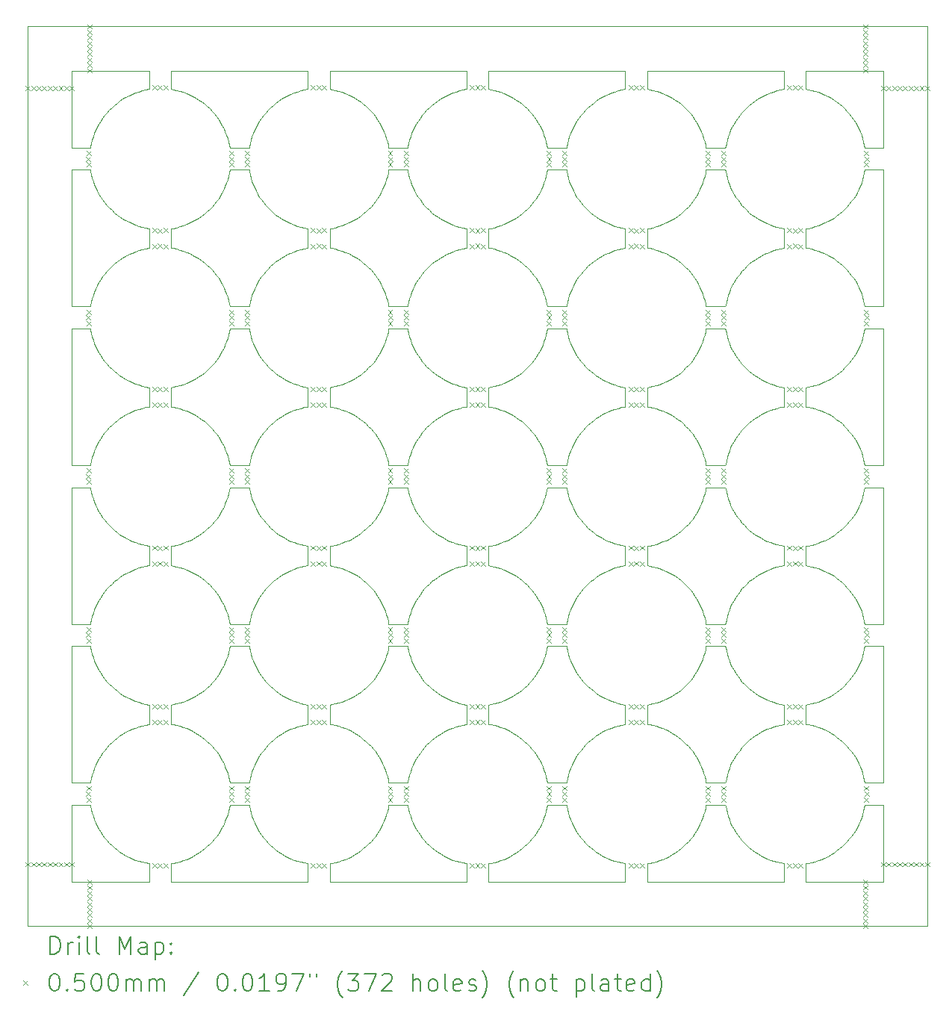
<source format=gbr>
%TF.GenerationSoftware,KiCad,Pcbnew,7.0.5-1.fc38*%
%TF.CreationDate,2023-07-07T14:27:50-04:00*%
%TF.ProjectId,bno085-i2c-board-v3-large-panel,626e6f30-3835-42d6-9932-632d626f6172,rev?*%
%TF.SameCoordinates,Original*%
%TF.FileFunction,Drillmap*%
%TF.FilePolarity,Positive*%
%FSLAX45Y45*%
G04 Gerber Fmt 4.5, Leading zero omitted, Abs format (unit mm)*
G04 Created by KiCad (PCBNEW 7.0.5-1.fc38) date 2023-07-07 14:27:50*
%MOMM*%
%LPD*%
G01*
G04 APERTURE LIST*
%ADD10C,0.100000*%
%ADD11C,0.200000*%
%ADD12C,0.050000*%
G04 APERTURE END LIST*
D10*
X13712985Y-5747475D02*
X13734306Y-5714135D01*
X16369042Y-6350852D02*
X16332341Y-6365656D01*
X17089179Y-11368530D02*
X17121705Y-11345987D01*
X18169042Y-4550852D02*
X18132341Y-4565657D01*
X18325000Y-11699878D02*
X16775000Y-11699878D01*
X12594174Y-5957460D02*
X12627248Y-5979192D01*
X16525000Y-6090058D02*
X16525000Y-6199939D01*
X10469622Y-3676577D02*
X10479312Y-3714947D01*
X10504321Y-10990017D02*
X10519579Y-11026533D01*
X14496416Y-4582258D02*
X14461357Y-4600616D01*
X10932341Y-9634221D02*
X10969042Y-9649026D01*
X19239911Y-5174939D02*
X19239911Y-5174939D01*
X13802381Y-5028390D02*
X13788031Y-4991508D01*
X10861357Y-7799261D02*
X10896416Y-7817619D01*
X11125000Y-7890058D02*
X11125000Y-7999939D01*
X13385479Y-4573735D02*
X13349155Y-4558027D01*
X12039910Y-10824939D02*
X12150000Y-10824939D01*
X15919579Y-11026533D02*
X15936624Y-11062249D01*
X17931449Y-7709226D02*
X17962215Y-7734119D01*
X17798043Y-8436138D02*
X17775904Y-8468941D01*
X12034263Y-6942654D02*
X12034263Y-6942654D01*
X11375000Y-9689851D02*
X11397449Y-9686210D01*
X18597449Y-4513667D02*
X18575000Y-4510026D01*
X18749155Y-9958027D02*
X18712099Y-9944134D01*
X13825525Y-3304055D02*
X13814889Y-3265936D01*
X11812054Y-5869112D02*
X11839514Y-5840613D01*
X12336624Y-9262249D02*
X12355414Y-9297079D01*
X12261841Y-9037774D02*
X12269622Y-9076577D01*
X15975904Y-8468941D02*
X15955414Y-8502799D01*
X16797449Y-4286210D02*
X16836153Y-4277950D01*
X12398043Y-3036137D02*
X12375904Y-3068941D01*
X13521705Y-11345987D02*
X13553077Y-11321863D01*
X12261841Y-5437774D02*
X12269622Y-5476577D01*
X14221777Y-3004469D02*
X14198043Y-3036137D01*
X17212054Y-6530766D02*
X17183218Y-6503661D01*
X15490041Y-4820157D02*
X15465531Y-4789085D01*
X10555414Y-10302799D02*
X10536624Y-10337628D01*
X14721799Y-4510258D02*
X14682903Y-4517558D01*
X12473795Y-4055032D02*
X12501951Y-4082843D01*
X10461841Y-10562103D02*
X10459922Y-10574939D01*
X15639910Y-10824939D02*
X15750000Y-10824939D01*
X15185479Y-7826142D02*
X15220982Y-7808657D01*
X10461841Y-5162103D02*
X10459922Y-5174939D01*
X15534306Y-4885743D02*
X15512985Y-4852402D01*
X17312985Y-3052402D02*
X17290041Y-3020157D01*
X18953078Y-2878014D02*
X18921705Y-2853890D01*
X13690041Y-3020157D02*
X13665531Y-2989085D01*
X18027248Y-2820686D02*
X17994174Y-2842418D01*
X19234264Y-10542654D02*
X19225525Y-10504055D01*
X18169042Y-4249026D02*
X18206431Y-4261998D01*
X19225525Y-5495822D02*
X19234264Y-5457224D01*
X19188031Y-8591508D02*
X19171875Y-8555381D01*
X17290041Y-3020157D02*
X17265531Y-2989085D01*
X14104321Y-10990017D02*
X14119579Y-11026533D01*
X12562214Y-7734119D02*
X12594174Y-7757460D01*
X13274400Y-8132091D02*
X13236153Y-8121927D01*
X12355414Y-3897079D02*
X12375904Y-3930937D01*
X12421777Y-3995408D02*
X12447048Y-4025864D01*
X17425525Y-6904055D02*
X17425525Y-6904055D01*
X19239911Y-3374939D02*
X19234264Y-3342654D01*
X12375904Y-5730937D02*
X12398043Y-5763740D01*
X15185479Y-8173735D02*
X15149155Y-8158027D01*
X15512985Y-5747475D02*
X15534306Y-5714135D01*
X17994174Y-2842418D02*
X17962215Y-2865758D01*
X18983218Y-2903661D02*
X18953078Y-2878014D01*
X11436153Y-9677950D02*
X11474400Y-9667786D01*
X19239911Y-10574939D02*
X19234264Y-10542654D01*
X15890888Y-10447086D02*
X15879312Y-10484930D01*
X10598043Y-9363740D02*
X10621777Y-9395408D01*
X15412054Y-4730766D02*
X15383218Y-4703661D01*
X18244416Y-11473105D02*
X18282903Y-11482319D01*
X11934306Y-3085743D02*
X11912985Y-3052402D01*
X17183218Y-9496217D02*
X17212054Y-9469112D01*
X12039910Y-3374939D02*
X12034263Y-3342654D01*
X18636153Y-8121927D02*
X18597449Y-8113667D01*
X13771875Y-7444496D02*
X13788031Y-7408369D01*
X19153952Y-5679780D02*
X19171875Y-5644496D01*
X15625525Y-9095822D02*
X15634263Y-9057224D01*
X17661841Y-6962103D02*
X17659922Y-6974939D01*
X17312985Y-11147475D02*
X17334306Y-11114135D01*
X11839514Y-6559264D02*
X11812054Y-6530766D01*
X16836153Y-6077950D02*
X16874400Y-6067786D01*
X14975000Y-4399939D02*
X14975000Y-4289851D01*
X12269622Y-8723300D02*
X12261841Y-8762103D01*
X14221777Y-11195408D02*
X14247048Y-11225864D01*
X11971875Y-6755381D02*
X11953952Y-6720097D01*
X17775904Y-6668941D02*
X17755414Y-6702798D01*
X17020982Y-6008657D02*
X17055577Y-5989437D01*
X11953952Y-8520097D02*
X11934306Y-8485743D01*
X15625525Y-8704055D02*
X15614889Y-8665936D01*
X18674400Y-7867786D02*
X18712099Y-7855743D01*
X15321705Y-4653890D02*
X15289178Y-4631347D01*
X17153078Y-4678015D02*
X17121705Y-4653890D01*
X13665531Y-8389085D02*
X13639514Y-8359264D01*
X11620982Y-9608657D02*
X11655577Y-9589437D01*
X11620982Y-11408657D02*
X11655577Y-11389437D01*
X14997449Y-6086210D02*
X15036153Y-6077950D01*
X11121799Y-7889620D02*
X11125000Y-7890058D01*
X12398043Y-8436138D02*
X12375904Y-8468941D01*
X15614889Y-8665936D02*
X15602381Y-8628390D01*
X12398043Y-5763740D02*
X12421777Y-5795408D01*
X11121799Y-6310258D02*
X11082903Y-6317558D01*
X14644416Y-6073105D02*
X14682903Y-6082319D01*
X12259922Y-10824939D02*
X12261841Y-10837774D01*
X11865531Y-5810792D02*
X11890041Y-5779721D01*
X15353077Y-8278014D02*
X15321705Y-8253890D01*
X15439514Y-8359264D02*
X15412054Y-8330766D01*
X10827248Y-7779192D02*
X10861357Y-7799261D01*
X12421777Y-10204469D02*
X12398043Y-10236138D01*
X14104321Y-8609860D02*
X14090888Y-8647086D01*
X16912099Y-6055743D02*
X16949155Y-6041850D01*
X15904321Y-9190017D02*
X15919579Y-9226533D01*
X17121705Y-7745987D02*
X17153078Y-7721863D01*
X18749155Y-11441850D02*
X18785479Y-11426142D01*
X15255577Y-11389437D02*
X15289178Y-11368530D01*
X11689178Y-11368530D02*
X11721705Y-11345987D01*
X19949878Y-12199878D02*
X19949878Y-2000000D01*
X16525000Y-4399939D02*
X16525000Y-4509820D01*
X16261357Y-4199261D02*
X16296416Y-4217619D01*
X16332341Y-6365656D02*
X16296416Y-6382258D01*
X11912985Y-4852402D02*
X11890041Y-4820157D01*
X16073795Y-11255032D02*
X16101951Y-11282843D01*
X15750000Y-10574939D02*
X15639910Y-10574939D01*
X15869622Y-8723300D02*
X15861841Y-8762103D01*
X13753952Y-3879780D02*
X13771875Y-3844496D01*
X11125000Y-4290058D02*
X11125000Y-4399939D01*
X12039910Y-10574939D02*
X12034263Y-10542654D01*
X17962215Y-4134119D02*
X17994174Y-4157460D01*
X13639514Y-4759264D02*
X13612054Y-4730766D01*
X18575000Y-6089851D02*
X18597449Y-6086210D01*
X16073795Y-2944845D02*
X16047048Y-2974014D01*
X16047048Y-10174014D02*
X16021777Y-10204469D01*
X15383218Y-8303661D02*
X15353077Y-8278014D01*
X13825525Y-3695822D02*
X13834263Y-3657224D01*
X16444416Y-9926773D02*
X16406431Y-9937880D01*
X14198043Y-4836138D02*
X14175904Y-4868941D01*
X19202381Y-8628390D02*
X19188031Y-8591508D01*
X17798043Y-3036137D02*
X17775904Y-3068941D01*
X12473795Y-5855032D02*
X12501951Y-5882843D01*
X10461841Y-7237774D02*
X10469622Y-7276577D01*
X16227248Y-5979192D02*
X16261357Y-5999261D01*
X13950000Y-10574939D02*
X13839910Y-10574939D01*
X13175000Y-4289851D02*
X13197449Y-4286210D01*
X16836153Y-4521928D02*
X16797449Y-4513667D01*
X18785479Y-11426142D02*
X18820982Y-11408657D01*
X10969042Y-4249026D02*
X11006431Y-4261998D01*
X18712099Y-9655743D02*
X18749155Y-9641851D01*
X12882903Y-11482319D02*
X12921799Y-11489620D01*
X16775000Y-7999939D02*
X16775000Y-7889851D01*
X16949155Y-9958027D02*
X16912099Y-9944134D01*
X10969042Y-11449026D02*
X11006431Y-11461998D01*
X15936624Y-3862249D02*
X15955414Y-3897079D01*
X18712099Y-6055743D02*
X18749155Y-6041850D01*
X13734306Y-4885743D02*
X13712985Y-4852402D01*
X15036153Y-2721928D02*
X14997449Y-2713667D01*
X14394174Y-4642418D02*
X14362214Y-4665758D01*
X10827248Y-2820686D02*
X10794174Y-2842418D01*
X15074400Y-9667786D02*
X15112098Y-9655743D01*
X11474400Y-11467786D02*
X11512098Y-11455743D01*
X14461357Y-8200616D02*
X14427248Y-8220686D01*
X10827248Y-11379192D02*
X10861357Y-11399261D01*
X14155414Y-6702798D02*
X14136624Y-6737628D01*
X18889179Y-4631347D02*
X18855577Y-4610440D01*
X14273795Y-11255032D02*
X14301951Y-11282843D01*
X18096416Y-9982258D02*
X18061357Y-10000616D01*
X18636153Y-6077950D02*
X18674400Y-6067786D01*
X15255577Y-4610440D02*
X15220982Y-4591221D01*
X11721705Y-4653890D02*
X11689178Y-4631347D01*
X13788031Y-10391508D02*
X13771875Y-10355381D01*
X14301951Y-9482843D02*
X14331449Y-9509226D01*
X13690041Y-9379721D02*
X13712985Y-9347475D01*
X12925000Y-4290058D02*
X12925000Y-4399939D01*
X19039514Y-11240613D02*
X19065531Y-11210792D01*
X10673795Y-4055032D02*
X10701951Y-4082843D01*
X19153952Y-9279780D02*
X19171875Y-9244497D01*
X15490041Y-8420157D02*
X15465531Y-8389085D01*
X16021777Y-5795408D02*
X16047048Y-5825864D01*
X14175904Y-3068941D02*
X14155414Y-3102798D01*
X19239911Y-3624939D02*
X19449878Y-3624939D01*
X18244416Y-7873105D02*
X18282903Y-7882319D01*
X11953952Y-9279780D02*
X11971875Y-9244497D01*
X11585479Y-2773735D02*
X11549155Y-2758027D01*
X10701951Y-9482843D02*
X10731449Y-9509226D01*
X17669622Y-9076577D02*
X17679312Y-9114948D01*
X17659922Y-3374939D02*
X17550000Y-3374939D01*
X17847049Y-6574014D02*
X17821777Y-6604469D01*
X11953952Y-3879780D02*
X11971875Y-3844496D01*
X17212054Y-2930766D02*
X17183218Y-2903661D01*
X14155414Y-8502799D02*
X14136624Y-8537628D01*
X11890041Y-7579721D02*
X11912985Y-7547475D01*
X18206431Y-2737880D02*
X18169042Y-2750852D01*
X12034263Y-10857224D02*
X12039910Y-10824939D01*
X15634263Y-6942654D02*
X15625525Y-6904055D01*
X13839910Y-6974939D02*
X13834263Y-6942654D01*
X15998043Y-9363740D02*
X16021777Y-9395408D01*
X18983218Y-7696217D02*
X19012054Y-7669112D01*
X12627248Y-10020686D02*
X12594174Y-10042418D01*
X19134306Y-10285743D02*
X19112985Y-10252402D01*
X12034263Y-8742654D02*
X12034263Y-8742654D01*
X13814889Y-3733941D02*
X13825525Y-3695822D01*
X10536624Y-6737628D02*
X10519579Y-6773345D01*
X10575904Y-11130937D02*
X10598043Y-11163740D01*
X17690888Y-10952792D02*
X17704321Y-10990017D01*
X10575904Y-9330937D02*
X10598043Y-9363740D01*
X10469622Y-8723300D02*
X10461841Y-8762103D01*
X14198043Y-9363740D02*
X14221777Y-9395408D01*
X10598043Y-5763740D02*
X10621777Y-5795408D01*
X14427248Y-4620686D02*
X14394174Y-4642418D01*
X17736624Y-5662249D02*
X17755414Y-5697079D01*
X17736624Y-10337628D02*
X17719579Y-10373345D01*
X18325000Y-11490058D02*
X18325000Y-11699878D01*
X12014889Y-5065936D02*
X12002381Y-5028390D01*
X16985479Y-2773735D02*
X16949155Y-2758027D01*
X12562214Y-9534119D02*
X12594174Y-9557460D01*
X16836153Y-11477950D02*
X16874400Y-11467786D01*
X10827248Y-4179192D02*
X10861357Y-4199261D01*
X11082903Y-7882319D02*
X11121799Y-7889620D01*
X13312098Y-7855743D02*
X13349155Y-7841850D01*
X15588031Y-11008369D02*
X15602381Y-10971488D01*
X12806431Y-2737880D02*
X12769042Y-2750852D01*
X14721799Y-2710258D02*
X14682903Y-2717558D01*
X16227248Y-7779192D02*
X16261357Y-7799261D01*
X15036153Y-8121927D02*
X14997449Y-8113667D01*
X10969042Y-8150852D02*
X10932341Y-8165656D01*
X17183218Y-4096217D02*
X17212054Y-4069112D01*
X10250122Y-10574939D02*
X10250122Y-9024939D01*
X15975904Y-3930937D02*
X15998043Y-3963740D01*
X18096416Y-4582258D02*
X18061357Y-4600616D01*
X17690888Y-9152792D02*
X17704321Y-9190017D01*
X17425525Y-3695822D02*
X17434264Y-3657224D01*
X10896416Y-4217619D02*
X10932341Y-4234221D01*
X15289178Y-11368530D02*
X15321705Y-11345987D01*
X12025525Y-9095822D02*
X12034263Y-9057224D01*
X16521799Y-9910258D02*
X16482903Y-9917558D01*
X11585479Y-9973735D02*
X11549155Y-9958027D01*
X17402381Y-5571488D02*
X17414889Y-5533941D01*
X14221777Y-9395408D02*
X14247048Y-9425864D01*
X10469622Y-5476577D02*
X10479312Y-5514948D01*
X11006431Y-9937880D02*
X10969042Y-9950852D01*
X17931449Y-4690651D02*
X17901951Y-4717035D01*
X18636153Y-4277950D02*
X18674400Y-4267786D01*
X11912985Y-7547475D02*
X11934306Y-7514135D01*
X10861357Y-6400616D02*
X10827248Y-6420686D01*
X12882903Y-8117558D02*
X12844416Y-8126773D01*
X12806431Y-6061998D02*
X12844416Y-6073105D01*
X14644416Y-11473105D02*
X14682903Y-11482319D01*
X15879312Y-8684930D02*
X15869622Y-8723300D01*
X19090041Y-7579721D02*
X19112985Y-7547475D01*
X15465531Y-8389085D02*
X15439514Y-8359264D01*
X17353952Y-4920097D02*
X17334306Y-4885743D01*
X17402381Y-10428390D02*
X17388031Y-10391508D01*
X17239514Y-4759264D02*
X17212054Y-4730766D01*
X14644416Y-4273105D02*
X14682903Y-4282319D01*
X15879312Y-10914948D02*
X15890888Y-10952792D01*
X17550000Y-9024939D02*
X17659922Y-9024939D01*
X15936624Y-7462249D02*
X15955414Y-7497079D01*
X14725000Y-6199939D02*
X14725000Y-6309820D01*
X18096416Y-11417619D02*
X18132341Y-11434221D01*
X17931449Y-5909226D02*
X17962215Y-5934119D01*
X11953952Y-3120097D02*
X11934306Y-3085743D01*
X11044416Y-9926773D02*
X11006431Y-9937880D01*
X14273795Y-4055032D02*
X14301951Y-4082843D01*
X16101951Y-8317035D02*
X16073795Y-8344845D01*
X18575000Y-6199939D02*
X18575000Y-6089851D01*
X15588031Y-4991508D02*
X15571875Y-4955381D01*
X10647049Y-4774014D02*
X10621777Y-4804469D01*
X14079312Y-3284930D02*
X14069622Y-3323300D01*
X12279312Y-10484930D02*
X12269622Y-10523300D01*
X11585479Y-6026142D02*
X11620982Y-6008657D01*
X12844416Y-7873105D02*
X12882903Y-7882319D01*
X15919579Y-4973345D02*
X15904321Y-5009860D01*
X15289178Y-10031347D02*
X15255577Y-10010440D01*
X16444416Y-7873105D02*
X16482903Y-7882319D01*
X18889179Y-7768530D02*
X18921705Y-7745987D01*
X13834263Y-7257224D02*
X13839910Y-7224939D01*
X13312098Y-6344134D02*
X13274400Y-6332091D01*
X19188031Y-7408369D02*
X19202381Y-7371488D01*
X13175000Y-6199939D02*
X13175000Y-6089851D01*
X13665531Y-2989085D02*
X13639514Y-2959264D01*
X10621777Y-10204469D02*
X10598043Y-10236138D01*
X15439514Y-11240613D02*
X15465531Y-11210792D01*
X11753077Y-7721863D02*
X11783218Y-7696217D01*
X17414889Y-7333941D02*
X17425525Y-7295822D01*
X11121799Y-6089620D02*
X11125000Y-6090058D01*
X17153078Y-11321863D02*
X17183218Y-11296217D01*
X13814889Y-3265936D02*
X13802381Y-3228390D01*
X10479312Y-10484930D02*
X10469622Y-10523300D01*
X13753952Y-11079780D02*
X13771875Y-11044497D01*
X16482903Y-4517558D02*
X16444416Y-4526773D01*
X16912099Y-9655743D02*
X16949155Y-9641851D01*
X17265531Y-5810792D02*
X17290041Y-5779721D01*
X17669622Y-10523300D02*
X17661841Y-10562103D01*
X19449878Y-11699878D02*
X18575000Y-11699878D01*
X15614889Y-5065936D02*
X15602381Y-5028390D01*
X13197449Y-9686210D02*
X13236153Y-9677950D01*
X17434264Y-8742654D02*
X17425525Y-8704055D01*
X18206431Y-8137880D02*
X18169042Y-8150852D01*
X12882903Y-4517558D02*
X12844416Y-4526773D01*
X19214889Y-7333941D02*
X19225525Y-7295822D01*
X18749155Y-4241851D02*
X18785479Y-4226142D01*
X17402381Y-3228390D02*
X17388031Y-3191508D01*
X17183218Y-10103661D02*
X17153078Y-10078015D01*
X17183218Y-7696217D02*
X17212054Y-7669112D01*
X14221777Y-7595408D02*
X14247048Y-7625864D01*
X15904321Y-7390017D02*
X15919579Y-7426533D01*
X15602381Y-5571488D02*
X15614889Y-5533941D01*
X17798043Y-11163740D02*
X17821777Y-11195408D01*
X14136624Y-4937628D02*
X14119579Y-4973345D01*
X16912099Y-7855743D02*
X16949155Y-7841850D01*
X14427248Y-6420686D02*
X14394174Y-6442418D01*
X17290041Y-3979721D02*
X17312985Y-3947475D01*
X15321705Y-8253890D02*
X15289178Y-8231347D01*
X12844416Y-6073105D02*
X12882903Y-6082319D01*
X11988031Y-3808369D02*
X12002381Y-3771488D01*
X17847049Y-5825864D02*
X17873795Y-5855032D01*
X11812054Y-4069112D02*
X11839514Y-4040613D01*
X10250122Y-3624939D02*
X10459922Y-3624939D01*
X13274400Y-6332091D02*
X13236153Y-6321927D01*
X17239514Y-2959264D02*
X17212054Y-2930766D01*
X18325000Y-2500000D02*
X18325000Y-2709820D01*
X17719579Y-10373345D02*
X17704321Y-10409860D01*
X16406431Y-7861998D02*
X16444416Y-7873105D01*
X15614889Y-10933941D02*
X15625525Y-10895822D01*
X17371875Y-3844496D02*
X17388031Y-3808369D01*
X17020982Y-9991221D02*
X16985479Y-9973735D01*
X14198043Y-10236138D02*
X14175904Y-10268941D01*
X13950000Y-8774939D02*
X13839910Y-8774939D01*
X14606431Y-4261998D02*
X14644416Y-4273105D01*
X15639910Y-7224939D02*
X15750000Y-7224939D01*
X13788031Y-11008369D02*
X13802381Y-10971488D01*
X11953952Y-11079780D02*
X11971875Y-11044497D01*
X19112985Y-3947475D02*
X19134306Y-3914135D01*
X13639514Y-8359264D02*
X13612054Y-8330766D01*
X13639514Y-2959264D02*
X13612054Y-2930766D01*
X11006431Y-7861998D02*
X11044416Y-7873105D01*
X11082903Y-6317558D02*
X11044416Y-6326773D01*
X14061841Y-5162103D02*
X14059922Y-5174939D01*
X12447048Y-6574014D02*
X12421777Y-6604469D01*
X19112985Y-7547475D02*
X19134306Y-7514135D01*
X16101951Y-11282843D02*
X16131449Y-11309226D01*
X16047048Y-8374014D02*
X16021777Y-8404469D01*
X17755414Y-3102798D02*
X17736624Y-3137628D01*
X12002381Y-7371488D02*
X12014889Y-7333941D01*
X12627248Y-2820686D02*
X12594174Y-2842418D01*
X14301951Y-2917035D02*
X14273795Y-2944845D01*
X12002381Y-10428390D02*
X11988031Y-10391508D01*
X14331449Y-9509226D02*
X14362214Y-9534119D01*
X14975000Y-11489851D02*
X14997449Y-11486210D01*
X13639514Y-7640613D02*
X13665531Y-7610792D01*
X13839910Y-5174939D02*
X13834263Y-5142654D01*
X18096416Y-9617619D02*
X18132341Y-9634221D01*
X17775904Y-7530937D02*
X17798043Y-7563740D01*
X15998043Y-11163740D02*
X16021777Y-11195408D01*
X15859922Y-3374939D02*
X15750000Y-3374939D01*
X18096416Y-6382258D02*
X18061357Y-6400616D01*
X12375904Y-6668941D02*
X12355414Y-6702798D01*
X15149155Y-7841850D02*
X15185479Y-7826142D01*
X10250122Y-10824939D02*
X10459922Y-10824939D01*
X10969042Y-2750852D02*
X10932341Y-2765657D01*
X14496416Y-9982258D02*
X14461357Y-10000616D01*
X15998043Y-7563740D02*
X16021777Y-7595408D01*
X17265531Y-4010792D02*
X17290041Y-3979721D01*
X10459922Y-8774939D02*
X10250122Y-8774939D01*
X15919579Y-3826533D02*
X15936624Y-3862249D01*
X15321705Y-7745987D02*
X15353077Y-7721863D01*
X13455577Y-8210440D02*
X13420982Y-8191220D01*
X17994174Y-7757460D02*
X18027248Y-7779192D01*
X16912099Y-11455743D02*
X16949155Y-11441850D01*
X11125000Y-11699878D02*
X10250122Y-11699878D01*
X10861357Y-10000616D02*
X10827248Y-10020686D01*
X18325000Y-9799939D02*
X18325000Y-9909820D01*
X15936624Y-6737628D02*
X15919579Y-6773345D01*
X15639910Y-9024939D02*
X15750000Y-9024939D01*
X16836153Y-9677950D02*
X16874400Y-9667786D01*
X17353952Y-5679780D02*
X17371875Y-5644496D01*
X16912099Y-4255743D02*
X16949155Y-4241851D01*
X14090888Y-3247086D02*
X14079312Y-3284930D01*
X10598043Y-4836138D02*
X10575904Y-4868941D01*
X15534306Y-6685743D02*
X15512985Y-6652402D01*
X15289178Y-9568530D02*
X15321705Y-9545987D01*
X17931449Y-2890651D02*
X17901951Y-2917035D01*
X13175000Y-7889851D02*
X13197449Y-7886210D01*
X12034263Y-5142654D02*
X12025525Y-5104055D01*
X18321799Y-8110258D02*
X18282903Y-8117558D01*
X13521705Y-10053890D02*
X13489178Y-10031347D01*
X18983218Y-6503661D02*
X18953078Y-6478014D01*
X12696416Y-7817619D02*
X12732341Y-7834221D01*
X18321799Y-4289620D02*
X18325000Y-4290058D01*
X10250122Y-3374939D02*
X10250122Y-2500000D01*
X10469622Y-7276577D02*
X10479312Y-7314947D01*
X15750000Y-9024939D02*
X15859922Y-9024939D01*
X10490888Y-10952792D02*
X10504321Y-10990017D01*
X14496416Y-9617619D02*
X14532341Y-9634221D01*
X11783218Y-9496217D02*
X11812054Y-9469112D01*
X17434264Y-9057224D02*
X17439911Y-9024939D01*
X15919579Y-6773345D02*
X15904321Y-6809860D01*
X12355414Y-9297079D02*
X12375904Y-9330937D01*
X14069622Y-5123300D02*
X14061841Y-5162103D01*
X15534306Y-8485743D02*
X15512985Y-8452402D01*
X19234264Y-6942654D02*
X19225525Y-6904055D01*
X19039514Y-4040613D02*
X19065531Y-4010792D01*
X16131449Y-7709226D02*
X16162214Y-7734119D01*
X17679312Y-5514948D02*
X17690888Y-5552792D01*
X16525000Y-2500000D02*
X16525000Y-2709820D01*
X17550000Y-3624939D02*
X17659922Y-3624939D01*
X14427248Y-9579192D02*
X14461357Y-9599261D01*
X15512985Y-3052402D02*
X15490041Y-3020157D01*
X15412054Y-4069112D02*
X15439514Y-4040613D01*
X13197449Y-4513667D02*
X13175000Y-4510026D01*
X10575904Y-6668941D02*
X10555414Y-6702798D01*
X18206431Y-11461998D02*
X18244416Y-11473105D01*
X17402381Y-8628390D02*
X17388031Y-8591508D01*
X17719579Y-3826533D02*
X17736624Y-3862249D01*
X15112098Y-11455743D02*
X15149155Y-11441850D01*
X11865531Y-11210792D02*
X11890041Y-11179721D01*
X17962215Y-2865758D02*
X17931449Y-2890651D01*
X18921705Y-6453890D02*
X18889179Y-6431347D01*
X14273795Y-5855032D02*
X14301951Y-5882843D01*
X16912099Y-4544134D02*
X16874400Y-4532091D01*
X13197449Y-7886210D02*
X13236153Y-7877950D01*
X10250122Y-11699878D02*
X10250122Y-10824939D01*
X19225525Y-8704055D02*
X19214889Y-8665936D01*
X18983218Y-11296217D02*
X19012054Y-11269112D01*
X18820982Y-9991221D02*
X18785479Y-9973735D01*
X16194174Y-8242418D02*
X16162214Y-8265758D01*
X17183218Y-4703661D02*
X17153078Y-4678015D01*
X18855577Y-10010440D02*
X18820982Y-9991221D01*
X12696416Y-9617619D02*
X12732341Y-9634221D01*
X15553952Y-10320097D02*
X15534306Y-10285743D01*
X19039514Y-8359264D02*
X19012054Y-8330766D01*
X12150000Y-10824939D02*
X12259922Y-10824939D01*
X17089179Y-4168530D02*
X17121705Y-4145987D01*
X18889179Y-5968530D02*
X18921705Y-5945987D01*
X14975000Y-4289851D02*
X14997449Y-4286210D01*
X13349155Y-9641851D02*
X13385479Y-9626142D01*
X15634263Y-10857224D02*
X15639910Y-10824939D01*
X11375000Y-6089851D02*
X11397449Y-6086210D01*
X12925000Y-4509820D02*
X12921799Y-4510258D01*
X14059922Y-5174939D02*
X13950000Y-5174939D01*
X16227248Y-10020686D02*
X16194174Y-10042418D01*
X14119579Y-6773345D02*
X14104321Y-6809860D01*
X11689178Y-8231347D02*
X11655577Y-8210440D01*
X14247048Y-6574014D02*
X14221777Y-6604469D01*
X15602381Y-10971488D02*
X15614889Y-10933941D01*
X12025525Y-5495822D02*
X12034263Y-5457224D01*
X16162214Y-4665758D02*
X16131449Y-4690651D01*
X11549155Y-8158027D02*
X11512098Y-8144134D01*
X15602381Y-3228390D02*
X15588031Y-3191508D01*
X18855577Y-6410440D02*
X18820982Y-6391220D01*
X14090888Y-5552792D02*
X14104321Y-5590017D01*
X15571875Y-3844496D02*
X15588031Y-3808369D01*
X14175904Y-7530937D02*
X14198043Y-7563740D01*
X17659922Y-7224939D02*
X17661841Y-7237774D01*
X17873795Y-9455032D02*
X17901951Y-9482843D01*
X13175000Y-2500000D02*
X14725000Y-2500000D01*
X16261357Y-8200616D02*
X16227248Y-8220686D01*
X12319579Y-7426533D02*
X12336624Y-7462249D01*
X10459922Y-5424939D02*
X10459922Y-5424939D01*
X14247048Y-9425864D02*
X14273795Y-9455032D01*
X10621777Y-7595408D02*
X10647049Y-7625864D01*
X15490041Y-9379721D02*
X15512985Y-9347475D01*
X17873795Y-8344845D02*
X17847049Y-8374014D01*
X15904321Y-3790017D02*
X15919579Y-3826533D01*
X11839514Y-4040613D02*
X11865531Y-4010792D01*
X12279312Y-7314947D02*
X12290888Y-7352792D01*
X15625525Y-7295822D02*
X15634263Y-7257224D01*
X15383218Y-11296217D02*
X15412054Y-11269112D01*
X12002381Y-9171488D02*
X12014889Y-9133941D01*
X11812054Y-11269112D02*
X11839514Y-11240613D01*
X15975904Y-9330937D02*
X15998043Y-9363740D01*
X11655577Y-8210440D02*
X11620982Y-8191220D01*
X15149155Y-9958027D02*
X15112098Y-9944134D01*
X18282903Y-4282319D02*
X18321799Y-4289620D01*
X10555414Y-4902799D02*
X10536624Y-4937628D01*
X15861841Y-10837774D02*
X15869622Y-10876577D01*
X14721799Y-4289620D02*
X14725000Y-4290058D01*
X19134306Y-11114135D02*
X19153952Y-11079780D01*
X18169042Y-7849026D02*
X18206431Y-7861998D01*
X16912099Y-2744134D02*
X16874400Y-2732091D01*
X12279312Y-3284930D02*
X12269622Y-3323300D01*
X12531449Y-6490651D02*
X12501951Y-6517035D01*
X16332341Y-6034221D02*
X16369042Y-6049026D01*
X14331449Y-6490651D02*
X14301951Y-6517035D01*
X12473795Y-9455032D02*
X12501951Y-9482843D01*
X18325000Y-4509820D02*
X18321799Y-4510258D01*
X11125000Y-9909820D02*
X11121799Y-9910258D01*
X17719579Y-4973345D02*
X17704321Y-5009860D01*
X16261357Y-10000616D02*
X16227248Y-10020686D01*
X12562214Y-2865758D02*
X12531449Y-2890651D01*
X18061357Y-4199261D02*
X18096416Y-4217619D01*
X16949155Y-4241851D02*
X16985479Y-4226142D01*
X13771875Y-6755381D02*
X13753952Y-6720097D01*
X15861841Y-3362103D02*
X15859922Y-3374939D01*
X14059922Y-6974939D02*
X13950000Y-6974939D01*
X17994174Y-5957460D02*
X18027248Y-5979192D01*
X10461841Y-9037774D02*
X10469622Y-9076577D01*
X15412054Y-8330766D02*
X15383218Y-8303661D01*
X17719579Y-6773345D02*
X17704321Y-6809860D01*
X15512985Y-7547475D02*
X15534306Y-7514135D01*
X11971875Y-3155381D02*
X11953952Y-3120097D01*
X15353077Y-10078015D02*
X15321705Y-10053890D01*
X13274400Y-4532091D02*
X13236153Y-4521928D01*
X16227248Y-9579192D02*
X16261357Y-9599261D01*
X11474400Y-9932091D02*
X11436153Y-9921928D01*
X10701951Y-4082843D02*
X10731449Y-4109226D01*
X15321705Y-9545987D02*
X15353077Y-9521863D01*
X10598043Y-3036137D02*
X10575904Y-3068941D01*
X15955414Y-11097079D02*
X15975904Y-11130937D01*
X17661841Y-10562103D02*
X17659922Y-10574939D01*
X11474400Y-9667786D02*
X11512098Y-9655743D01*
X17089179Y-2831347D02*
X17055577Y-2810440D01*
X12473795Y-11255032D02*
X12501951Y-11282843D01*
X13712985Y-9347475D02*
X13734306Y-9314135D01*
X13665531Y-9410792D02*
X13690041Y-9379721D01*
X13825525Y-6904055D02*
X13814889Y-6865936D01*
X11375000Y-6199939D02*
X11375000Y-6089851D01*
X16162214Y-6465758D02*
X16131449Y-6490651D01*
X16296416Y-4582258D02*
X16261357Y-4600616D01*
X17690888Y-7352792D02*
X17704321Y-7390017D01*
X14461357Y-5999261D02*
X14496416Y-6017619D01*
X10969042Y-9649026D02*
X11006431Y-9661998D01*
X18983218Y-4096217D02*
X19012054Y-4069112D01*
X10490888Y-5047086D02*
X10479312Y-5084930D01*
X11006431Y-2737880D02*
X10969042Y-2750852D01*
X19171875Y-7444496D02*
X19188031Y-7408369D01*
X14247048Y-10174014D02*
X14221777Y-10204469D01*
X12034263Y-10542654D02*
X12025525Y-10504055D01*
X14079312Y-7314947D02*
X14090888Y-7352792D01*
X14721799Y-6310258D02*
X14682903Y-6317558D01*
X11721705Y-6453890D02*
X11689178Y-6431347D01*
X15625525Y-10504055D02*
X15614889Y-10465936D01*
X14175904Y-11130937D02*
X14198043Y-11163740D01*
X11753077Y-10078015D02*
X11721705Y-10053890D01*
X11125000Y-11490058D02*
X11125000Y-11699878D01*
X15639910Y-10574939D02*
X15634263Y-10542654D01*
X18597449Y-9913667D02*
X18575000Y-9910026D01*
X16775000Y-9799939D02*
X16775000Y-9689851D01*
X15074400Y-4532091D02*
X15036153Y-4521928D01*
X10673795Y-11255032D02*
X10701951Y-11282843D01*
X15859922Y-5174939D02*
X15750000Y-5174939D01*
X13802381Y-5571488D02*
X13814889Y-5533941D01*
X17661841Y-8762103D02*
X17659922Y-8774939D01*
X19112985Y-4852402D02*
X19090041Y-4820157D01*
X15412054Y-5869112D02*
X15439514Y-5840613D01*
X14331449Y-2890651D02*
X14301951Y-2917035D01*
X15439514Y-4759264D02*
X15412054Y-4730766D01*
X19153952Y-4920097D02*
X19134306Y-4885743D01*
X18027248Y-4179192D02*
X18061357Y-4199261D01*
X19065531Y-4789085D02*
X19039514Y-4759264D01*
X18132341Y-9634221D02*
X18169042Y-9649026D01*
X14362214Y-7734119D02*
X14394174Y-7757460D01*
X11655577Y-6410440D02*
X11620982Y-6391220D01*
X14975000Y-9910026D02*
X14975000Y-9799939D01*
X13734306Y-5714135D02*
X13753952Y-5679780D01*
X11512098Y-9655743D02*
X11549155Y-9641851D01*
X17439911Y-10824939D02*
X17550000Y-10824939D01*
X14331449Y-5909226D02*
X14362214Y-5934119D01*
X17679312Y-9114948D02*
X17690888Y-9152792D01*
X13814889Y-7333941D02*
X13825525Y-7295822D01*
X17183218Y-5896217D02*
X17212054Y-5869112D01*
X14273795Y-10144845D02*
X14247048Y-10174014D01*
X12661357Y-4199261D02*
X12696416Y-4217619D01*
X13639514Y-4040613D02*
X13665531Y-4010792D01*
X16073795Y-8344845D02*
X16047048Y-8374014D01*
X15639910Y-5424939D02*
X15750000Y-5424939D01*
X18132341Y-6034221D02*
X18169042Y-6049026D01*
X14427248Y-2820686D02*
X14394174Y-2842418D01*
X17719579Y-8573345D02*
X17704321Y-8609860D01*
X17679312Y-3284930D02*
X17669622Y-3323300D01*
X12844416Y-4526773D02*
X12806431Y-4537880D01*
X13553077Y-2878014D02*
X13521705Y-2853890D01*
X13521705Y-4653890D02*
X13489178Y-4631347D01*
X13455577Y-11389437D02*
X13489178Y-11368530D01*
X12290888Y-3247086D02*
X12279312Y-3284930D01*
X15185479Y-6026142D02*
X15220982Y-6008657D01*
X17312985Y-5747475D02*
X17334306Y-5714135D01*
X10794174Y-11357460D02*
X10827248Y-11379192D01*
X10479312Y-3284930D02*
X10469622Y-3323300D01*
X17020982Y-4591221D02*
X16985479Y-4573735D01*
X11044416Y-4273105D02*
X11082903Y-4282319D01*
X17334306Y-6685743D02*
X17312985Y-6652402D01*
X14090888Y-8647086D02*
X14079312Y-8684930D01*
X11125000Y-9690058D02*
X11125000Y-9799939D01*
X16949155Y-11441850D02*
X16985479Y-11426142D01*
X12375904Y-9330937D02*
X12398043Y-9363740D01*
X18712099Y-4544134D02*
X18674400Y-4532091D01*
X14061841Y-9037774D02*
X14069622Y-9076577D01*
X15465531Y-2989085D02*
X15439514Y-2959264D01*
X14059922Y-8774939D02*
X13950000Y-8774939D01*
X18325000Y-4399939D02*
X18325000Y-4509820D01*
X17704321Y-6809860D02*
X17690888Y-6847086D01*
X17121705Y-4653890D02*
X17089179Y-4631347D01*
X11549155Y-6041850D02*
X11585479Y-6026142D01*
X10459922Y-5174939D02*
X10250122Y-5174939D01*
X12279312Y-9114948D02*
X12290888Y-9152792D01*
X12025525Y-6904055D02*
X12014889Y-6865936D01*
X14136624Y-6737628D02*
X14119579Y-6773345D01*
X18983218Y-4703661D02*
X18953078Y-4678015D01*
X12025525Y-10895822D02*
X12034263Y-10857224D01*
X13950000Y-7224939D02*
X14059922Y-7224939D01*
X14975000Y-6310026D02*
X14975000Y-6199939D01*
X17775904Y-4868941D02*
X17755414Y-4902799D01*
X17121705Y-2853890D02*
X17089179Y-2831347D01*
X14301951Y-5882843D02*
X14331449Y-5909226D01*
X10896416Y-2782258D02*
X10861357Y-2800616D01*
X17873795Y-10144845D02*
X17847049Y-10174014D01*
X16874400Y-8132091D02*
X16836153Y-8121927D01*
X15036153Y-9921928D02*
X14997449Y-9913667D01*
X17414889Y-9133941D02*
X17425525Y-9095822D01*
X15074400Y-2732091D02*
X15036153Y-2721928D01*
X14682903Y-9682319D02*
X14721799Y-9689620D01*
X13197449Y-6086210D02*
X13236153Y-6077950D01*
X12261841Y-10562103D02*
X12259922Y-10574939D01*
X16912099Y-6344134D02*
X16874400Y-6332091D01*
X12925000Y-4399939D02*
X12925000Y-4509820D01*
X16296416Y-6382258D02*
X16261357Y-6400616D01*
X10827248Y-10020686D02*
X10794174Y-10042418D01*
X17290041Y-11179721D02*
X17312985Y-11147475D01*
X15112098Y-9944134D02*
X15074400Y-9932091D01*
X14221777Y-5795408D02*
X14247048Y-5825864D01*
X17212054Y-7669112D02*
X17239514Y-7640613D01*
X10598043Y-3963740D02*
X10621777Y-3995408D01*
X11839514Y-7640613D02*
X11865531Y-7610792D01*
X17212054Y-8330766D02*
X17183218Y-8303661D01*
X18820982Y-4591221D02*
X18785479Y-4573735D01*
X12304321Y-9190017D02*
X12319579Y-9226533D01*
X19188031Y-5608369D02*
X19202381Y-5571488D01*
X15383218Y-10103661D02*
X15353077Y-10078015D01*
X17425525Y-5495822D02*
X17434264Y-5457224D01*
X12806431Y-9661998D02*
X12844416Y-9673105D01*
X17873795Y-4744845D02*
X17847049Y-4774014D01*
X17704321Y-8609860D02*
X17690888Y-8647086D01*
X15869622Y-6923300D02*
X15861841Y-6962103D01*
X11512098Y-9944134D02*
X11474400Y-9932091D01*
X17661841Y-3362103D02*
X17659922Y-3374939D01*
X12269622Y-5123300D02*
X12261841Y-5162103D01*
X12925000Y-2709820D02*
X12925000Y-2709820D01*
X17755414Y-11097079D02*
X17775904Y-11130937D01*
X19090041Y-4820157D02*
X19065531Y-4789085D01*
X9750122Y-2000000D02*
X9750122Y-12199878D01*
X11912985Y-9347475D02*
X11934306Y-9314135D01*
X13553077Y-11321863D02*
X13583218Y-11296217D01*
X11971875Y-11044497D02*
X11988031Y-11008369D01*
X19134306Y-7514135D02*
X19153952Y-7479780D01*
X16194174Y-6442418D02*
X16162214Y-6465758D01*
X13734306Y-11114135D02*
X13753952Y-11079780D01*
X12290888Y-8647086D02*
X12279312Y-8684930D01*
X13665531Y-7610792D02*
X13690041Y-7579721D01*
X10555414Y-6702798D02*
X10536624Y-6737628D01*
X17290041Y-5779721D02*
X17312985Y-5747475D01*
X11812054Y-8330766D02*
X11783218Y-8303661D01*
X16261357Y-9599261D02*
X16296416Y-9617619D01*
X17290041Y-7579721D02*
X17312985Y-7547475D01*
X15588031Y-10391508D02*
X15571875Y-10355381D01*
X17290041Y-10220157D02*
X17265531Y-10189085D01*
X11082903Y-11482319D02*
X11121799Y-11489620D01*
X18096416Y-6017619D02*
X18132341Y-6034221D01*
X17690888Y-3247086D02*
X17679312Y-3284930D01*
X10794174Y-9557460D02*
X10827248Y-9579192D01*
X18282903Y-6317558D02*
X18244416Y-6326773D01*
X14119579Y-9226533D02*
X14136624Y-9262249D01*
X17183218Y-8303661D02*
X17153078Y-8278014D01*
X12696416Y-4582258D02*
X12661357Y-4600616D01*
X15036153Y-11477950D02*
X15074400Y-11467786D01*
X11988031Y-11008369D02*
X12002381Y-10971488D01*
X15890888Y-5552792D02*
X15904321Y-5590017D01*
X16775000Y-4510026D02*
X16775000Y-4399939D01*
X12304321Y-3790017D02*
X12319579Y-3826533D01*
X16482903Y-6317558D02*
X16444416Y-6326773D01*
X17775904Y-9330937D02*
X17798043Y-9363740D01*
X11839514Y-4759264D02*
X11812054Y-4730766D01*
X16047048Y-7625864D02*
X16073795Y-7655032D01*
X10504321Y-8609860D02*
X10490888Y-8647086D01*
X11953952Y-4920097D02*
X11934306Y-4885743D01*
X13385479Y-2773735D02*
X13349155Y-2758027D01*
X14069622Y-3323300D02*
X14061841Y-3362103D01*
X16021777Y-10204469D02*
X15998043Y-10236138D01*
X17901951Y-9482843D02*
X17931449Y-9509226D01*
X14682903Y-2717558D02*
X14644416Y-2726773D01*
X15112098Y-8144134D02*
X15074400Y-8132091D01*
X11397449Y-9913667D02*
X11375000Y-9910026D01*
X10479312Y-7314947D02*
X10490888Y-7352792D01*
X10731449Y-10090651D02*
X10701951Y-10117035D01*
X19039514Y-5840613D02*
X19065531Y-5810792D01*
X11044416Y-7873105D02*
X11082903Y-7882319D01*
X11890041Y-10220157D02*
X11865531Y-10189085D01*
X10621777Y-3995408D02*
X10647049Y-4025864D01*
X14461357Y-4600616D02*
X14427248Y-4620686D01*
X12398043Y-3963740D02*
X12421777Y-3995408D01*
X17439911Y-5424939D02*
X17550000Y-5424939D01*
X12921799Y-11489620D02*
X12925000Y-11490058D01*
X12627248Y-9579192D02*
X12661357Y-9599261D01*
X12473795Y-10144845D02*
X12447048Y-10174014D01*
X10536624Y-3137628D02*
X10519579Y-3173345D01*
X12261841Y-6962103D02*
X12259922Y-6974939D01*
X16482903Y-8117558D02*
X16444416Y-8126773D01*
X15750000Y-5424939D02*
X15859922Y-5424939D01*
X14136624Y-5662249D02*
X14155414Y-5697079D01*
X15919579Y-7426533D02*
X15936624Y-7462249D01*
X13771875Y-5644496D02*
X13788031Y-5608369D01*
X15490041Y-7579721D02*
X15512985Y-7547475D01*
X14175904Y-8468941D02*
X14155414Y-8502799D01*
X15890888Y-5047086D02*
X15879312Y-5084930D01*
X11375000Y-11699878D02*
X11375000Y-11489851D01*
X11121799Y-4510258D02*
X11082903Y-4517558D01*
X14532341Y-9634221D02*
X14569042Y-9649026D01*
X11125000Y-6199939D02*
X11125000Y-6309820D01*
X17755414Y-7497079D02*
X17775904Y-7530937D01*
X14061841Y-10562103D02*
X14059922Y-10574939D01*
X15904321Y-5009860D02*
X15890888Y-5047086D01*
X13753952Y-8520097D02*
X13734306Y-8485743D01*
X14975000Y-6199939D02*
X14975000Y-6089851D01*
X17153078Y-9521863D02*
X17183218Y-9496217D01*
X11912985Y-10252402D02*
X11890041Y-10220157D01*
X13385479Y-9626142D02*
X13420982Y-9608657D01*
X13583218Y-7696217D02*
X13612054Y-7669112D01*
X14427248Y-7779192D02*
X14461357Y-7799261D01*
X18061357Y-4600616D02*
X18027248Y-4620686D01*
X19153952Y-10320097D02*
X19134306Y-10285743D01*
X16047048Y-6574014D02*
X16021777Y-6604469D01*
X14079312Y-8684930D02*
X14069622Y-8723300D01*
X15185479Y-2773735D02*
X15149155Y-2758027D01*
X17659922Y-9024939D02*
X17661841Y-9037774D01*
X14061841Y-6962103D02*
X14059922Y-6974939D01*
X18061357Y-11399261D02*
X18096416Y-11417619D01*
X16073795Y-4055032D02*
X16101951Y-4082843D01*
X17334306Y-7514135D02*
X17353952Y-7479780D01*
X17239514Y-6559264D02*
X17212054Y-6530766D01*
X11585479Y-8173735D02*
X11549155Y-8158027D01*
X12398043Y-4836138D02*
X12375904Y-4868941D01*
X10762215Y-4134119D02*
X10794174Y-4157460D01*
X12150000Y-10574939D02*
X12039910Y-10574939D01*
X10504321Y-3209860D02*
X10490888Y-3247086D01*
X11082903Y-4282319D02*
X11121799Y-4289620D01*
X17239514Y-8359264D02*
X17212054Y-8330766D01*
X15036153Y-4277950D02*
X15036153Y-4277950D01*
X12562214Y-10065758D02*
X12531449Y-10090651D01*
X12039910Y-5424939D02*
X12150000Y-5424939D01*
X11865531Y-6589085D02*
X11839514Y-6559264D01*
X19012054Y-8330766D02*
X18983218Y-8303661D01*
X12259922Y-5174939D02*
X12150000Y-5174939D01*
X12261841Y-7237774D02*
X12269622Y-7276577D01*
X14644416Y-8126773D02*
X14606431Y-8137880D01*
X10459922Y-9024939D02*
X10459922Y-9024939D01*
X11753077Y-4678015D02*
X11721705Y-4653890D01*
X15321705Y-11345987D02*
X15353077Y-11321863D01*
X18820982Y-9608657D02*
X18855577Y-9589437D01*
X18061357Y-6400616D02*
X18027248Y-6420686D01*
X19153952Y-3120097D02*
X19134306Y-3085743D01*
X15036153Y-6077950D02*
X15074400Y-6067786D01*
X14427248Y-11379192D02*
X14461357Y-11399261D01*
X13553077Y-6478014D02*
X13521705Y-6453890D01*
X17439911Y-10574939D02*
X17434264Y-10542654D01*
X14301951Y-4082843D02*
X14331449Y-4109226D01*
X17901951Y-7682843D02*
X17931449Y-7709226D01*
X15439514Y-2959264D02*
X15412054Y-2930766D01*
X14496416Y-6382258D02*
X14461357Y-6400616D01*
X10647049Y-4025864D02*
X10673795Y-4055032D01*
X10519579Y-8573345D02*
X10504321Y-8609860D01*
X15512985Y-3947475D02*
X15534306Y-3914135D01*
X12921799Y-6310258D02*
X12882903Y-6317558D01*
X11121799Y-9910258D02*
X11082903Y-9917558D01*
X11549155Y-6358027D02*
X11512098Y-6344134D01*
X11006431Y-11461998D02*
X11044416Y-11473105D01*
X12259922Y-10574939D02*
X12150000Y-10574939D01*
X12562214Y-8265758D02*
X12531449Y-8290651D01*
X17353952Y-3879780D02*
X17371875Y-3844496D01*
X16406431Y-9661998D02*
X16444416Y-9673105D01*
X19214889Y-10933941D02*
X19225525Y-10895822D01*
X19234264Y-5142654D02*
X19225525Y-5104055D01*
X13312098Y-8144134D02*
X13274400Y-8132091D01*
X13788031Y-9208369D02*
X13802381Y-9171488D01*
X14198043Y-6636137D02*
X14175904Y-6668941D01*
X12732341Y-7834221D02*
X12769042Y-7849026D01*
X13175000Y-6089851D02*
X13197449Y-6086210D01*
X14155414Y-9297079D02*
X14175904Y-9330937D01*
X14090888Y-9152792D02*
X14104321Y-9190017D01*
X17775904Y-8468941D02*
X17755414Y-8502799D01*
X13274400Y-11467786D02*
X13312098Y-11455743D01*
X10621777Y-9395408D02*
X10647049Y-9425864D01*
X15321705Y-2853890D02*
X15289178Y-2831347D01*
X11044416Y-11473105D02*
X11082903Y-11482319D01*
X11375000Y-4289851D02*
X11397449Y-4286210D01*
X10250122Y-8774939D02*
X10250122Y-7224939D01*
X17704321Y-9190017D02*
X17719579Y-9226533D01*
X17334306Y-10285743D02*
X17312985Y-10252402D01*
X18132341Y-11434221D02*
X18169042Y-11449026D01*
X13690041Y-4820157D02*
X13665531Y-4789085D01*
X18712099Y-11455743D02*
X18749155Y-11441850D01*
X12732341Y-9634221D02*
X12769042Y-9649026D01*
X16482903Y-9917558D02*
X16444416Y-9926773D01*
X12531449Y-5909226D02*
X12562214Y-5934119D01*
X13734306Y-6685743D02*
X13712985Y-6652402D01*
X18712099Y-9944134D02*
X18674400Y-9932091D01*
X17994174Y-9557460D02*
X18027248Y-9579192D01*
X17089179Y-8231347D02*
X17055577Y-8210440D01*
X15588031Y-3191508D02*
X15571875Y-3155381D01*
X12002381Y-10971488D02*
X12014889Y-10933941D01*
X18597449Y-11486210D02*
X18636153Y-11477950D01*
X13312098Y-6055743D02*
X13349155Y-6041850D01*
X17704321Y-7390017D02*
X17719579Y-7426533D01*
X12034263Y-5457224D02*
X12039910Y-5424939D01*
X19188031Y-10391508D02*
X19171875Y-10355381D01*
X16775000Y-9689851D02*
X16797449Y-9686210D01*
X12025525Y-3695822D02*
X12034263Y-3657224D01*
X16194174Y-7757460D02*
X16227248Y-7779192D01*
X11689178Y-4631347D02*
X11655577Y-4610440D01*
X13788031Y-7408369D02*
X13802381Y-7371488D01*
X11512098Y-2744134D02*
X11474400Y-2732091D01*
X18855577Y-9589437D02*
X18889179Y-9568530D01*
X19153952Y-6720097D02*
X19134306Y-6685743D01*
X13385479Y-4226142D02*
X13420982Y-4208657D01*
X17798043Y-6636137D02*
X17775904Y-6668941D01*
X10555414Y-11097079D02*
X10575904Y-11130937D01*
X11988031Y-5608369D02*
X12002381Y-5571488D01*
X11934306Y-4885743D02*
X11912985Y-4852402D01*
X19449878Y-3374939D02*
X19239911Y-3374939D01*
X12562214Y-4665758D02*
X12531449Y-4690651D01*
X15439514Y-10159264D02*
X15412054Y-10130766D01*
X17873795Y-6544845D02*
X17847049Y-6574014D01*
X18325000Y-6090058D02*
X18325000Y-6199939D01*
X15975904Y-10268941D02*
X15955414Y-10302799D01*
X11912985Y-8452402D02*
X11890041Y-8420157D01*
X10762215Y-8265758D02*
X10731449Y-8290651D01*
X16047048Y-9425864D02*
X16073795Y-9455032D01*
X12531449Y-7709226D02*
X12562214Y-7734119D01*
X17962215Y-11334119D02*
X17994174Y-11357460D01*
X11839514Y-5840613D02*
X11865531Y-5810792D01*
X14198043Y-5763740D02*
X14221777Y-5795408D01*
X17212054Y-10130766D02*
X17183218Y-10103661D01*
X17402381Y-6828390D02*
X17388031Y-6791508D01*
X12696416Y-6017619D02*
X12732341Y-6034221D01*
X12304321Y-6809860D02*
X12290888Y-6847086D01*
X18889179Y-6431347D02*
X18855577Y-6410440D01*
X11953952Y-10320097D02*
X11934306Y-10285743D01*
X10469622Y-6923300D02*
X10461841Y-6962103D01*
X11375000Y-11489851D02*
X11397449Y-11486210D01*
X16521799Y-2710258D02*
X16482903Y-2717558D01*
X15614889Y-6865936D02*
X15602381Y-6828390D01*
X12661357Y-8200616D02*
X12627248Y-8220686D01*
X14427248Y-5979192D02*
X14461357Y-5999261D01*
X14496416Y-7817619D02*
X14532341Y-7834221D01*
X10555414Y-8502799D02*
X10536624Y-8537628D01*
X19449878Y-9024939D02*
X19449878Y-10574939D01*
X17755414Y-6702798D02*
X17736624Y-6737628D01*
X17414889Y-5065936D02*
X17414889Y-5065936D01*
X17847049Y-8374014D02*
X17821777Y-8404469D01*
X15975904Y-5730937D02*
X15998043Y-5763740D01*
X13839910Y-3624939D02*
X13950000Y-3624939D01*
X14331449Y-4109226D02*
X14362214Y-4134119D01*
X17414889Y-10933941D02*
X17425525Y-10895822D01*
X13639514Y-9440614D02*
X13665531Y-9410792D01*
X16797449Y-2713667D02*
X16775000Y-2710026D01*
X12925000Y-11490058D02*
X12925000Y-11699878D01*
X13236153Y-2721928D02*
X13197449Y-2713667D01*
X12696416Y-6382258D02*
X12661357Y-6400616D01*
X18325000Y-7890058D02*
X18325000Y-7999939D01*
X18674400Y-4532091D02*
X18636153Y-4521928D01*
X18321799Y-2710258D02*
X18282903Y-2717558D01*
X10731449Y-7709226D02*
X10762215Y-7734119D01*
X17414889Y-3733941D02*
X17425525Y-3695822D01*
X18636153Y-9921928D02*
X18597449Y-9913667D01*
X11549155Y-4241851D02*
X11585479Y-4226142D01*
X16131449Y-2890651D02*
X16101951Y-2917035D01*
X18282903Y-4517558D02*
X18244416Y-4526773D01*
X11934306Y-9314135D02*
X11953952Y-9279780D01*
X19065531Y-9410792D02*
X19090041Y-9379721D01*
X12355414Y-8502799D02*
X12336624Y-8537628D01*
X10469622Y-5123300D02*
X10461841Y-5162103D01*
X18321799Y-9689620D02*
X18325000Y-9690058D01*
X15904321Y-10990017D02*
X15919579Y-11026533D01*
X18244416Y-6073105D02*
X18282903Y-6082319D01*
X14496416Y-6017619D02*
X14532341Y-6034221D01*
X17755414Y-3897079D02*
X17775904Y-3930937D01*
X15614889Y-3265936D02*
X15602381Y-3228390D01*
X17690888Y-6847086D02*
X17679312Y-6884930D01*
X14119579Y-8573345D02*
X14104321Y-8609860D01*
X12447048Y-10174014D02*
X12421777Y-10204469D01*
X16194174Y-11357460D02*
X16227248Y-11379192D01*
X15936624Y-10337628D02*
X15919579Y-10373345D01*
X17434264Y-5457224D02*
X17439911Y-5424939D01*
X11474400Y-6067786D02*
X11512098Y-6055743D01*
X15553952Y-4920097D02*
X15534306Y-4885743D01*
X13771875Y-3155381D02*
X13753952Y-3120097D01*
X18921705Y-4145987D02*
X18953078Y-4121863D01*
X12002381Y-8628390D02*
X11988031Y-8591508D01*
X11988031Y-8591508D02*
X11971875Y-8555381D01*
X15750000Y-3374939D02*
X15639910Y-3374939D01*
X16775000Y-11489851D02*
X16775000Y-11489851D01*
X18575000Y-2500000D02*
X19449878Y-2500000D01*
X13834263Y-10542654D02*
X13825525Y-10504055D01*
X15220982Y-6391220D02*
X15185479Y-6373735D01*
X13788031Y-8591508D02*
X13771875Y-8555381D01*
X18282903Y-7882319D02*
X18321799Y-7889620D01*
X13612054Y-6530766D02*
X13583218Y-6503661D01*
X16406431Y-4261998D02*
X16444416Y-4273105D01*
X12925000Y-9690058D02*
X12925000Y-9799939D01*
X16525000Y-7890058D02*
X16525000Y-7999939D01*
X10827248Y-8220686D02*
X10794174Y-8242418D01*
X10861357Y-2800616D02*
X10827248Y-2820686D01*
X14997449Y-2713667D02*
X14975000Y-2710026D01*
X19188031Y-3808369D02*
X19202381Y-3771488D01*
X12925000Y-6090058D02*
X12925000Y-6199939D01*
X17704321Y-10409860D02*
X17690888Y-10447086D01*
X19214889Y-10465936D02*
X19202381Y-10428390D01*
X18636153Y-9677950D02*
X18674400Y-9667786D01*
X18921705Y-10053890D02*
X18889179Y-10031347D01*
X19039514Y-7640613D02*
X19065531Y-7610792D01*
X13802381Y-6828390D02*
X13788031Y-6791508D01*
X18575000Y-9799939D02*
X18575000Y-9689851D01*
X12319579Y-3826533D02*
X12336624Y-3862249D01*
X17388031Y-10391508D02*
X17371875Y-10355381D01*
X15588031Y-9208369D02*
X15602381Y-9171488D01*
X13753952Y-10320097D02*
X13734306Y-10285743D01*
X17704321Y-5590017D02*
X17719579Y-5626533D01*
X12034263Y-7257224D02*
X12039910Y-7224939D01*
X10536624Y-4937628D02*
X10519579Y-4973345D01*
X11397449Y-7886210D02*
X11436153Y-7877950D01*
X11006431Y-9661998D02*
X11044416Y-9673105D01*
X10575904Y-4868941D02*
X10555414Y-4902799D01*
X12398043Y-9363740D02*
X12421777Y-9395408D01*
X16296416Y-7817619D02*
X16332341Y-7834221D01*
X17736624Y-4937628D02*
X17719579Y-4973345D01*
X18575000Y-11489851D02*
X18597449Y-11486210D01*
X12150000Y-8774939D02*
X12039910Y-8774939D01*
X15998043Y-5763740D02*
X16021777Y-5795408D01*
X10519579Y-5626533D02*
X10536624Y-5662249D01*
X11721705Y-10053890D02*
X11689178Y-10031347D01*
X12882903Y-9917558D02*
X12844416Y-9926773D01*
X13788031Y-5608369D02*
X13802381Y-5571488D01*
X17994174Y-4157460D02*
X18027248Y-4179192D01*
X16985479Y-9973735D02*
X16949155Y-9958027D01*
X15412054Y-9469112D02*
X15439514Y-9440614D01*
X15321705Y-5945987D02*
X15353077Y-5921863D01*
X10861357Y-11399261D02*
X10896416Y-11417619D01*
X18061357Y-7799261D02*
X18096416Y-7817619D01*
X12921799Y-2710258D02*
X12882903Y-2717558D01*
X18575000Y-8110026D02*
X18575000Y-7999939D01*
X16949155Y-7841850D02*
X16985479Y-7826142D01*
X15625525Y-6904055D02*
X15625525Y-6904055D01*
X15625525Y-8704055D02*
X15625525Y-8704055D01*
X10673795Y-8344845D02*
X10647049Y-8374014D01*
X17371875Y-11044497D02*
X17388031Y-11008369D01*
X18749155Y-8158027D02*
X18712099Y-8144134D01*
X11620982Y-9991221D02*
X11585479Y-9973735D01*
X16369042Y-4249026D02*
X16406431Y-4261998D01*
X17901951Y-6517035D02*
X17873795Y-6544845D01*
X15490041Y-10220157D02*
X15465531Y-10189085D01*
X13274400Y-4267786D02*
X13312098Y-4255743D01*
X17121705Y-11345987D02*
X17153078Y-11321863D01*
X17121705Y-4145987D02*
X17153078Y-4121863D01*
X16261357Y-5999261D02*
X16296416Y-6017619D01*
X17821777Y-11195408D02*
X17847049Y-11225864D01*
X13734306Y-8485743D02*
X13712985Y-8452402D01*
X17353952Y-8520097D02*
X17334306Y-8485743D01*
X17901951Y-11282843D02*
X17931449Y-11309226D01*
X11753077Y-5921863D02*
X11783218Y-5896217D01*
X19090041Y-3020157D02*
X19065531Y-2989085D01*
X17353952Y-11079780D02*
X17371875Y-11044497D01*
X11783218Y-7696217D02*
X11812054Y-7669112D01*
X13712985Y-6652402D02*
X13690041Y-6620157D01*
X16836153Y-9921928D02*
X16797449Y-9913667D01*
X16775000Y-6310026D02*
X16775000Y-6199939D01*
X16194174Y-4642418D02*
X16162214Y-4665758D01*
X10969042Y-6049026D02*
X11006431Y-6061998D01*
X17755414Y-10302799D02*
X17736624Y-10337628D01*
X11375000Y-11489851D02*
X11375000Y-11489851D01*
X15465531Y-9410792D02*
X15490041Y-9379721D01*
X11082903Y-8117558D02*
X11044416Y-8126773D01*
X14198043Y-11163740D02*
X14221777Y-11195408D01*
X14301951Y-8317035D02*
X14273795Y-8344845D01*
X19065531Y-2989085D02*
X19039514Y-2959264D01*
X16797449Y-6313667D02*
X16775000Y-6310026D01*
X16131449Y-6490651D02*
X16101951Y-6517035D01*
X12336624Y-5662249D02*
X12355414Y-5697079D01*
X12375904Y-4868941D02*
X12355414Y-4902799D01*
X17679312Y-10914948D02*
X17690888Y-10952792D01*
X19239911Y-6974939D02*
X19239911Y-6974939D01*
X15588031Y-6791508D02*
X15571875Y-6755381D01*
X18921705Y-8253890D02*
X18889179Y-8231347D01*
X11839514Y-9440614D02*
X11865531Y-9410792D01*
X10536624Y-10337628D02*
X10519579Y-10373345D01*
X18712099Y-6344134D02*
X18674400Y-6332091D01*
X15553952Y-11079780D02*
X15571875Y-11044497D01*
X12531449Y-11309226D02*
X12562214Y-11334119D01*
X14394174Y-10042418D02*
X14362214Y-10065758D01*
X14725000Y-7999939D02*
X14725000Y-8109820D01*
X12806431Y-4261998D02*
X12844416Y-4273105D01*
X12039910Y-10574939D02*
X12039910Y-10574939D01*
X13236153Y-7877950D02*
X13236153Y-7877950D01*
X18096416Y-2782258D02*
X18061357Y-2800616D01*
X11689178Y-4168530D02*
X11721705Y-4145987D01*
X12014889Y-7333941D02*
X12025525Y-7295822D01*
X13236153Y-4521928D02*
X13197449Y-4513667D01*
X17847049Y-4025864D02*
X17873795Y-4055032D01*
X14155414Y-5697079D02*
X14175904Y-5730937D01*
X17550000Y-8774939D02*
X17439911Y-8774939D01*
X16525000Y-11490058D02*
X16525000Y-11699878D01*
X14136624Y-10337628D02*
X14119579Y-10373345D01*
X14136624Y-3862249D02*
X14155414Y-3897079D01*
X18325000Y-6309820D02*
X18321799Y-6310258D01*
X18921705Y-11345987D02*
X18953078Y-11321863D01*
X17055577Y-4189437D02*
X17089179Y-4168530D01*
X17659922Y-6974939D02*
X17550000Y-6974939D01*
X13950000Y-5174939D02*
X13839910Y-5174939D01*
X10896416Y-11417619D02*
X10932341Y-11434221D01*
X12473795Y-7655032D02*
X12501951Y-7682843D01*
X13712985Y-7547475D02*
X13734306Y-7514135D01*
X19134306Y-8485743D02*
X19112985Y-8452402D01*
X18785479Y-6373735D02*
X18749155Y-6358027D01*
X14119579Y-7426533D02*
X14136624Y-7462249D01*
X18855577Y-8210440D02*
X18820982Y-8191220D01*
X10794174Y-4157460D02*
X10827248Y-4179192D01*
X15036153Y-7877950D02*
X15074400Y-7867786D01*
X18575000Y-11699878D02*
X18575000Y-11489851D01*
X12014889Y-10465936D02*
X12002381Y-10428390D01*
X16332341Y-2765657D02*
X16296416Y-2782258D01*
X15634263Y-5457224D02*
X15639910Y-5424939D01*
X11689178Y-2831347D02*
X11655577Y-2810440D01*
X10575904Y-5730937D02*
X10598043Y-5763740D01*
X19234264Y-10857224D02*
X19239911Y-10824939D01*
X12661357Y-4600616D02*
X12627248Y-4620686D01*
X13753952Y-9279780D02*
X13771875Y-9244497D01*
X12473795Y-6544845D02*
X12447048Y-6574014D01*
X18132341Y-7834221D02*
X18169042Y-7849026D01*
X12259922Y-3624939D02*
X12261841Y-3637774D01*
X15383218Y-7696217D02*
X15412054Y-7669112D01*
X18321799Y-6310258D02*
X18282903Y-6317558D01*
X12447048Y-8374014D02*
X12421777Y-8404469D01*
X15439514Y-5840613D02*
X15465531Y-5810792D01*
X14198043Y-8436138D02*
X14175904Y-8468941D01*
X13712985Y-3052402D02*
X13690041Y-3020157D01*
X15289178Y-2831347D02*
X15255577Y-2810440D01*
X15861841Y-3637774D02*
X15869622Y-3676577D01*
X17736624Y-7462249D02*
X17755414Y-7497079D01*
X11474400Y-4532091D02*
X11436153Y-4521928D01*
X16525000Y-4290058D02*
X16525000Y-4399939D01*
X10479312Y-3714947D02*
X10490888Y-3752792D01*
X10896416Y-4582258D02*
X10861357Y-4600616D01*
X19065531Y-8389085D02*
X19039514Y-8359264D01*
X12279312Y-5084930D02*
X12269622Y-5123300D01*
X16797449Y-9686210D02*
X16797449Y-9686210D01*
X18575000Y-9910026D02*
X18575000Y-9799939D01*
X10536624Y-3862249D02*
X10555414Y-3897079D01*
X13521705Y-6453890D02*
X13489178Y-6431347D01*
X17775904Y-11130937D02*
X17798043Y-11163740D01*
X12844416Y-9673105D02*
X12882903Y-9682319D01*
X17755414Y-4902799D02*
X17736624Y-4937628D01*
X18785479Y-4573735D02*
X18749155Y-4558027D01*
X13771875Y-11044497D02*
X13788031Y-11008369D01*
X14725000Y-6090058D02*
X14725000Y-6199939D01*
X18061357Y-5999261D02*
X18096416Y-6017619D01*
X16021777Y-4804469D02*
X15998043Y-4836138D01*
X10861357Y-8200616D02*
X10827248Y-8220686D01*
X17055577Y-5989437D02*
X17089179Y-5968530D01*
X16261357Y-4600616D02*
X16227248Y-4620686D01*
X16131449Y-10090651D02*
X16101951Y-10117035D01*
X10647049Y-8374014D02*
X10621777Y-8404469D01*
X12336624Y-4937628D02*
X12319579Y-4973345D01*
X18575000Y-11489851D02*
X18575000Y-11489851D01*
X15602381Y-8628390D02*
X15588031Y-8591508D01*
X12925000Y-7890058D02*
X12925000Y-7999939D01*
X18244416Y-4273105D02*
X18282903Y-4282319D01*
X12259922Y-7224939D02*
X12261841Y-7237774D01*
X11585479Y-7826142D02*
X11620982Y-7808657D01*
X16521799Y-9689620D02*
X16525000Y-9690058D01*
X14997449Y-8113667D02*
X14975000Y-8110026D01*
X12002381Y-3771488D02*
X12014889Y-3733941D01*
X14997449Y-4513667D02*
X14975000Y-4510026D01*
X11753077Y-2878014D02*
X11721705Y-2853890D01*
X12034263Y-3342654D02*
X12025525Y-3304055D01*
X14221777Y-10204469D02*
X14198043Y-10236138D01*
X19065531Y-6589085D02*
X19039514Y-6559264D01*
X12259922Y-8774939D02*
X12150000Y-8774939D01*
X14136624Y-8537628D02*
X14119579Y-8573345D01*
X15879312Y-3714947D02*
X15890888Y-3752792D01*
X15890888Y-7352792D02*
X15904321Y-7390017D01*
X15890888Y-6847086D02*
X15879312Y-6884930D01*
X13814889Y-8665936D02*
X13802381Y-8628390D01*
X13175000Y-8110026D02*
X13175000Y-7999939D01*
X15890888Y-3752792D02*
X15904321Y-3790017D01*
X16073795Y-10144845D02*
X16047048Y-10174014D01*
X19449878Y-3624939D02*
X19449878Y-5174939D01*
X18674400Y-11467786D02*
X18712099Y-11455743D01*
X10504321Y-7390017D02*
X10519579Y-7426533D01*
X11912985Y-3947475D02*
X11934306Y-3914135D01*
X18169042Y-11449026D02*
X18206431Y-11461998D01*
X10621777Y-3004469D02*
X10598043Y-3036137D01*
X11436153Y-11477950D02*
X11474400Y-11467786D01*
X15975904Y-11130937D02*
X15998043Y-11163740D01*
X10250122Y-9024939D02*
X10459922Y-9024939D01*
X11436153Y-9921928D02*
X11397449Y-9913667D01*
X18597449Y-2713667D02*
X18575000Y-2710026D01*
X15602381Y-10428390D02*
X15588031Y-10391508D01*
X13349155Y-11441850D02*
X13385479Y-11426142D01*
X11375000Y-6310026D02*
X11375000Y-6199939D01*
X15512985Y-11147475D02*
X15534306Y-11114135D01*
X18027248Y-8220686D02*
X17994174Y-8242418D01*
X10469622Y-10523300D02*
X10461841Y-10562103D01*
X19214889Y-3265936D02*
X19202381Y-3228390D01*
X15998043Y-6636137D02*
X15975904Y-6668941D01*
X15634263Y-5142654D02*
X15625525Y-5104055D01*
X16874400Y-11467786D02*
X16912099Y-11455743D01*
X18575000Y-9689851D02*
X18597449Y-9686210D01*
X12925000Y-6309820D02*
X12921799Y-6310258D01*
X12594174Y-10042418D02*
X12562214Y-10065758D01*
X19239911Y-3374939D02*
X19239911Y-3374939D01*
X13583218Y-6503661D02*
X13553077Y-6478014D01*
X10932341Y-7834221D02*
X10969042Y-7849026D01*
X12336624Y-8537628D02*
X12319579Y-8573345D01*
X12319579Y-6773345D02*
X12304321Y-6809860D01*
X14461357Y-6400616D02*
X14427248Y-6420686D01*
X17414889Y-8665936D02*
X17414889Y-8665936D01*
X14532341Y-6034221D02*
X14569042Y-6049026D01*
X15439514Y-4040613D02*
X15465531Y-4010792D01*
X18674400Y-9932091D02*
X18636153Y-9921928D01*
X17736624Y-9262249D02*
X17755414Y-9297079D01*
X16047048Y-4774014D02*
X16021777Y-4804469D01*
X16775000Y-4289851D02*
X16797449Y-4286210D01*
X14104321Y-3209860D02*
X14090888Y-3247086D01*
X10647049Y-5825864D02*
X10673795Y-5855032D01*
X13553077Y-7721863D02*
X13583218Y-7696217D01*
X14273795Y-2944845D02*
X14247048Y-2974014D01*
X19239911Y-10574939D02*
X19239911Y-10574939D01*
X12447048Y-5825864D02*
X12473795Y-5855032D01*
X12501951Y-2917035D02*
X12473795Y-2944845D01*
X16985479Y-6026142D02*
X17020982Y-6008657D01*
X12769042Y-9649026D02*
X12806431Y-9661998D01*
X11125000Y-7999939D02*
X11125000Y-8109820D01*
X19239911Y-8774939D02*
X19234264Y-8742654D01*
X13349155Y-4241851D02*
X13385479Y-4226142D01*
X10827248Y-9579192D02*
X10861357Y-9599261D01*
X10932341Y-4565657D02*
X10896416Y-4582258D01*
X10762215Y-4665758D02*
X10731449Y-4690651D01*
X18325000Y-4290058D02*
X18325000Y-4399939D01*
X10969042Y-7849026D02*
X11006431Y-7861998D01*
X11988031Y-6791508D02*
X11971875Y-6755381D01*
X14394174Y-6442418D02*
X14362214Y-6465758D01*
X15074400Y-4267786D02*
X15112098Y-4255743D01*
X17153078Y-5921863D02*
X17183218Y-5896217D01*
X18597449Y-9686210D02*
X18636153Y-9677950D01*
X15220982Y-7808657D02*
X15255577Y-7789437D01*
X13690041Y-10220157D02*
X13665531Y-10189085D01*
X11783218Y-5896217D02*
X11812054Y-5869112D01*
X15534306Y-10285743D02*
X15512985Y-10252402D01*
X18061357Y-10000616D02*
X18027248Y-10020686D01*
X17439911Y-3624939D02*
X17550000Y-3624939D01*
X10827248Y-4620686D02*
X10794174Y-4642418D01*
X13753952Y-6720097D02*
X13734306Y-6685743D01*
X13236153Y-8121927D02*
X13197449Y-8113667D01*
X19214889Y-6865936D02*
X19202381Y-6828390D01*
X18597449Y-4286210D02*
X18636153Y-4277950D01*
X13349155Y-6041850D02*
X13385479Y-6026142D01*
X17821777Y-7595408D02*
X17847049Y-7625864D01*
X13385479Y-11426142D02*
X13420982Y-11408657D01*
X14725000Y-11699878D02*
X13175000Y-11699878D01*
X12531449Y-4109226D02*
X12562214Y-4134119D01*
X10701951Y-4717035D02*
X10673795Y-4744845D01*
X16227248Y-8220686D02*
X16194174Y-8242418D01*
X17962215Y-4665758D02*
X17931449Y-4690651D01*
X11890041Y-5779721D02*
X11912985Y-5747475D01*
X14394174Y-11357460D02*
X14427248Y-11379192D01*
X16775000Y-6089851D02*
X16797449Y-6086210D01*
X14721799Y-8110258D02*
X14682903Y-8117558D01*
X12562214Y-6465758D02*
X12531449Y-6490651D01*
X15149155Y-6041850D02*
X15185479Y-6026142D01*
X11620982Y-2791221D02*
X11585479Y-2773735D01*
X15512985Y-6652402D02*
X15490041Y-6620157D01*
X17020982Y-11408657D02*
X17055577Y-11389437D01*
X15602381Y-5028390D02*
X15588031Y-4991508D01*
X14175904Y-5730937D02*
X14198043Y-5763740D01*
X11620982Y-7808657D02*
X11655577Y-7789437D01*
X15890888Y-3247086D02*
X15879312Y-3284930D01*
X17353952Y-10320097D02*
X17334306Y-10285743D01*
X14725000Y-4399939D02*
X14725000Y-4509820D01*
X12290888Y-6847086D02*
X12279312Y-6884930D01*
X18785479Y-6026142D02*
X18820982Y-6008657D01*
X14059922Y-7224939D02*
X14061841Y-7237774D01*
X18169042Y-6350852D02*
X18132341Y-6365656D01*
X16131449Y-5909226D02*
X16162214Y-5934119D01*
X19188031Y-4991508D02*
X19171875Y-4955381D01*
X14273795Y-9455032D02*
X14301951Y-9482843D01*
X14059922Y-9024939D02*
X14061841Y-9037774D01*
X12269622Y-5476577D02*
X12279312Y-5514948D01*
X14247048Y-5825864D02*
X14273795Y-5855032D01*
X16369042Y-9950852D02*
X16332341Y-9965657D01*
X13553077Y-10078015D02*
X13521705Y-10053890D01*
X16406431Y-2737880D02*
X16369042Y-2750852D01*
X19225525Y-6904055D02*
X19214889Y-6865936D01*
X17434264Y-3342654D02*
X17425525Y-3304055D01*
X18953078Y-8278014D02*
X18921705Y-8253890D01*
X15639910Y-5174939D02*
X15634263Y-5142654D01*
X12150000Y-5174939D02*
X12039910Y-5174939D01*
X13690041Y-11179721D02*
X13712985Y-11147475D01*
X10504321Y-9190017D02*
X10519579Y-9226533D01*
X10647049Y-9425864D02*
X10673795Y-9455032D01*
X14175904Y-3930937D02*
X14198043Y-3963740D01*
X17020982Y-2791221D02*
X16985479Y-2773735D01*
X14136624Y-11062249D02*
X14155414Y-11097079D01*
X14725000Y-9799939D02*
X14725000Y-9909820D01*
X10701951Y-10117035D02*
X10673795Y-10144845D01*
X12261841Y-10837774D02*
X12269622Y-10876577D01*
X19171875Y-3155381D02*
X19153952Y-3120097D01*
X11839514Y-10159264D02*
X11812054Y-10130766D01*
X13455577Y-4610440D02*
X13420982Y-4591221D01*
X12355414Y-3102798D02*
X12336624Y-3137628D01*
X18921705Y-9545987D02*
X18953078Y-9521863D01*
X16021777Y-7595408D02*
X16047048Y-7625864D01*
X16836153Y-7877950D02*
X16874400Y-7867786D01*
X11953952Y-5679780D02*
X11971875Y-5644496D01*
X17402381Y-10971488D02*
X17414889Y-10933941D01*
X14975000Y-9799939D02*
X14975000Y-9689851D01*
X15602381Y-9171488D02*
X15614889Y-9133941D01*
X14362214Y-10065758D02*
X14331449Y-10090651D01*
X17312985Y-4852402D02*
X17290041Y-4820157D01*
X11934306Y-11114135D02*
X11953952Y-11079780D01*
X11549155Y-7841850D02*
X11585479Y-7826142D01*
X15185479Y-4226142D02*
X15220982Y-4208657D01*
X17055577Y-8210440D02*
X17020982Y-8191220D01*
X12594174Y-2842418D02*
X12562214Y-2865758D01*
X19214889Y-3733941D02*
X19225525Y-3695822D01*
X16874400Y-6332091D02*
X16836153Y-6321927D01*
X19090041Y-9379721D02*
X19112985Y-9347475D01*
X14362214Y-6465758D02*
X14331449Y-6490651D01*
X11436153Y-4521928D02*
X11397449Y-4513667D01*
X16261357Y-6400616D02*
X16227248Y-6420686D01*
X16797449Y-9913667D02*
X16775000Y-9910026D01*
X17690888Y-5552792D02*
X17704321Y-5590017D01*
X16406431Y-8137880D02*
X16369042Y-8150852D01*
X12806431Y-11461998D02*
X12844416Y-11473105D01*
X17873795Y-11255032D02*
X17901951Y-11282843D01*
X13612054Y-4069112D02*
X13639514Y-4040613D01*
X16874400Y-6067786D02*
X16912099Y-6055743D01*
X17679312Y-8684930D02*
X17669622Y-8723300D01*
X19225525Y-7295822D02*
X19234264Y-7257224D01*
X14975000Y-7999939D02*
X14975000Y-7889851D01*
X16836153Y-8121927D02*
X16797449Y-8113667D01*
X17425525Y-5104055D02*
X17414889Y-5065936D01*
X11721705Y-5945987D02*
X11753077Y-5921863D01*
X13489178Y-8231347D02*
X13455577Y-8210440D01*
X14532341Y-8165656D02*
X14496416Y-8182258D01*
X11512098Y-4544134D02*
X11474400Y-4532091D01*
X12039910Y-3624939D02*
X12150000Y-3624939D01*
X12355414Y-4902799D02*
X12336624Y-4937628D01*
X11474400Y-7867786D02*
X11512098Y-7855743D01*
X12769042Y-6049026D02*
X12806431Y-6061998D01*
X12696416Y-9982258D02*
X12661357Y-10000616D01*
X12627248Y-7779192D02*
X12661357Y-7799261D01*
X13734306Y-7514135D02*
X13753952Y-7479780D01*
X12259922Y-5424939D02*
X12261841Y-5437774D01*
X18855577Y-4610440D02*
X18820982Y-4591221D01*
X19134306Y-5714135D02*
X19153952Y-5679780D01*
X12261841Y-3362103D02*
X12259922Y-3374939D01*
X11585479Y-9626142D02*
X11620982Y-9608657D01*
X15955414Y-8502799D02*
X15936624Y-8537628D01*
X13950000Y-3374939D02*
X13839910Y-3374939D01*
X15571875Y-9244497D02*
X15588031Y-9208369D01*
X13312098Y-9655743D02*
X13349155Y-9641851D01*
X11753077Y-4121863D02*
X11783218Y-4096217D01*
X14725000Y-11490058D02*
X14725000Y-11699878D01*
X10479312Y-6884930D02*
X10469622Y-6923300D01*
X14975000Y-9689851D02*
X14997449Y-9686210D01*
X17388031Y-7408369D02*
X17402381Y-7371488D01*
X10861357Y-4600616D02*
X10827248Y-4620686D01*
X18953078Y-9521863D02*
X18983218Y-9496217D01*
X12531449Y-8290651D02*
X12501951Y-8317035D01*
X11988031Y-9208369D02*
X12002381Y-9171488D01*
X12421777Y-8404469D02*
X12398043Y-8436138D01*
X14362214Y-9534119D02*
X14394174Y-9557460D01*
X18132341Y-6365656D02*
X18096416Y-6382258D01*
X19065531Y-11210792D02*
X19090041Y-11179721D01*
X10250122Y-7224939D02*
X10459922Y-7224939D01*
X10969042Y-6350852D02*
X10932341Y-6365656D01*
X13690041Y-7579721D02*
X13712985Y-7547475D01*
X14394174Y-9557460D02*
X14427248Y-9579192D01*
X11044416Y-6073105D02*
X11082903Y-6082319D01*
X10647049Y-7625864D02*
X10673795Y-7655032D01*
X14136624Y-3137628D02*
X14119579Y-3173345D01*
X15861841Y-7237774D02*
X15869622Y-7276577D01*
X17798043Y-10236138D02*
X17775904Y-10268941D01*
X15639910Y-3374939D02*
X15634263Y-3342654D01*
X18206431Y-7861998D02*
X18244416Y-7873105D01*
X14461357Y-9599261D02*
X14496416Y-9617619D01*
X16874400Y-4267786D02*
X16912099Y-4255743D01*
X18820982Y-6008657D02*
X18855577Y-5989437D01*
X15955414Y-5697079D02*
X15975904Y-5730937D01*
X11934306Y-10285743D02*
X11912985Y-10252402D01*
X18785479Y-8173735D02*
X18749155Y-8158027D01*
X13489178Y-5968530D02*
X13521705Y-5945987D01*
X12355414Y-6702798D02*
X12336624Y-6737628D01*
X12319579Y-9226533D02*
X12336624Y-9262249D01*
X13825525Y-5104055D02*
X13814889Y-5065936D01*
X12806431Y-7861998D02*
X12844416Y-7873105D01*
X11474400Y-2732091D02*
X11436153Y-2721928D01*
X17388031Y-6791508D02*
X17371875Y-6755381D01*
X12661357Y-7799261D02*
X12696416Y-7817619D01*
X13489178Y-6431347D02*
X13455577Y-6410440D01*
X19112985Y-3052402D02*
X19090041Y-3020157D01*
X14104321Y-3790017D02*
X14119579Y-3826533D01*
X16836153Y-6321927D02*
X16797449Y-6313667D01*
X10762215Y-5934119D02*
X10794174Y-5957460D01*
X19449878Y-7224939D02*
X19449878Y-8774939D01*
X16021777Y-8404469D02*
X15998043Y-8436138D01*
X15859922Y-9024939D02*
X15861841Y-9037774D01*
X11865531Y-10189085D02*
X11839514Y-10159264D01*
X16131449Y-8290651D02*
X16101951Y-8317035D01*
X13236153Y-6077950D02*
X13274400Y-6067786D01*
X11655577Y-7789437D02*
X11689178Y-7768530D01*
X13521705Y-4145987D02*
X13553077Y-4121863D01*
X16525000Y-9909820D02*
X16521799Y-9910258D01*
X12014889Y-3265936D02*
X12002381Y-3228390D01*
X11953952Y-6720097D02*
X11934306Y-6685743D01*
X18983218Y-8303661D02*
X18953078Y-8278014D01*
X18321799Y-7889620D02*
X18325000Y-7890058D01*
X10827248Y-6420686D02*
X10794174Y-6442418D01*
X16985479Y-4226142D02*
X17020982Y-4208657D01*
X14198043Y-3036137D02*
X14175904Y-3068941D01*
X10932341Y-6365656D02*
X10896416Y-6382258D01*
X10932341Y-8165656D02*
X10896416Y-8182258D01*
X19112985Y-10252402D02*
X19090041Y-10220157D01*
X17153078Y-10078015D02*
X17121705Y-10053890D01*
X12261841Y-5162103D02*
X12259922Y-5174939D01*
X16949155Y-4558027D02*
X16912099Y-4544134D01*
X17847049Y-10174014D02*
X17821777Y-10204469D01*
X14606431Y-6337880D02*
X14569042Y-6350852D01*
X15750000Y-10824939D02*
X15859922Y-10824939D01*
X16985479Y-11426142D02*
X17020982Y-11408657D01*
X13834263Y-8742654D02*
X13825525Y-8704055D01*
X12290888Y-7352792D02*
X12304321Y-7390017D01*
X18575000Y-4399939D02*
X18575000Y-4289851D01*
X9750122Y-12199878D02*
X19949878Y-12199878D01*
X14175904Y-4868941D02*
X14155414Y-4902799D01*
X14301951Y-10117035D02*
X14273795Y-10144845D01*
X11890041Y-8420157D02*
X11865531Y-8389085D01*
X17402381Y-9171488D02*
X17414889Y-9133941D01*
X14059922Y-5424939D02*
X14061841Y-5437774D01*
X11549155Y-2758027D02*
X11512098Y-2744134D01*
X16101951Y-9482843D02*
X16131449Y-9509226D01*
X15465531Y-10189085D02*
X15439514Y-10159264D01*
X18820982Y-4208657D02*
X18855577Y-4189437D01*
X11655577Y-11389437D02*
X11689178Y-11368530D01*
X15890888Y-8647086D02*
X15879312Y-8684930D01*
X15919579Y-10373345D02*
X15904321Y-10409860D01*
X11006431Y-4261998D02*
X11044416Y-4273105D01*
X14136624Y-9262249D02*
X14155414Y-9297079D01*
X14606431Y-11461998D02*
X14644416Y-11473105D01*
X11890041Y-9379721D02*
X11912985Y-9347475D01*
X10701951Y-8317035D02*
X10673795Y-8344845D01*
X13420982Y-8191220D02*
X13385479Y-8173735D01*
X17736624Y-3862249D02*
X17755414Y-3897079D01*
X12150000Y-3374939D02*
X12039910Y-3374939D01*
X11082903Y-2717558D02*
X11044416Y-2726773D01*
X16482903Y-2717558D02*
X16444416Y-2726773D01*
X11006431Y-4537880D02*
X10969042Y-4550852D01*
X13834263Y-6942654D02*
X13825525Y-6904055D01*
X16775000Y-11489851D02*
X16797449Y-11486210D01*
X11125000Y-6309820D02*
X11121799Y-6310258D01*
X15750000Y-6974939D02*
X15639910Y-6974939D01*
X16482903Y-9682319D02*
X16521799Y-9689620D01*
X15321705Y-6453890D02*
X15289178Y-6431347D01*
X16162214Y-11334119D02*
X16194174Y-11357460D01*
X13312098Y-2744134D02*
X13274400Y-2732091D01*
X13825525Y-8704055D02*
X13814889Y-8665936D01*
X15625525Y-10504055D02*
X15625525Y-10504055D01*
X15869622Y-9076577D02*
X15879312Y-9114948D01*
X12562214Y-5934119D02*
X12594174Y-5957460D01*
X18674400Y-6067786D02*
X18712099Y-6055743D01*
X15571875Y-6755381D02*
X15553952Y-6720097D01*
X13712985Y-11147475D02*
X13734306Y-11114135D01*
X16521799Y-7889620D02*
X16525000Y-7890058D01*
X12627248Y-4620686D02*
X12594174Y-4642418D01*
X14247048Y-4025864D02*
X14273795Y-4055032D01*
X15936624Y-9262249D02*
X15955414Y-9297079D01*
X14606431Y-7861998D02*
X14644416Y-7873105D01*
X13489178Y-4168530D02*
X13521705Y-4145987D01*
X13788031Y-6791508D02*
X13771875Y-6755381D01*
X13839910Y-7224939D02*
X13950000Y-7224939D01*
X11436153Y-4277950D02*
X11474400Y-4267786D01*
X13839910Y-10574939D02*
X13834263Y-10542654D01*
X13583218Y-5896217D02*
X13612054Y-5869112D01*
X15614889Y-10465936D02*
X15602381Y-10428390D01*
X19234264Y-3342654D02*
X19225525Y-3304055D01*
X15465531Y-5810792D02*
X15490041Y-5779721D01*
X17290041Y-8420157D02*
X17265531Y-8389085D01*
X14569042Y-4249026D02*
X14606431Y-4261998D01*
X19134306Y-3914135D02*
X19153952Y-3879780D01*
X11812054Y-10130766D02*
X11783218Y-10103661D01*
X10479312Y-9114948D02*
X10490888Y-9152792D01*
X15861841Y-6962103D02*
X15859922Y-6974939D01*
X18953078Y-4121863D02*
X18983218Y-4096217D01*
X15490041Y-3020157D02*
X15465531Y-2989085D01*
X14090888Y-3752792D02*
X14104321Y-3790017D01*
X13175000Y-7999939D02*
X13175000Y-7889851D01*
X13802381Y-8628390D02*
X13788031Y-8591508D01*
X19134306Y-3085743D02*
X19112985Y-3052402D01*
X17312985Y-8452402D02*
X17290041Y-8420157D01*
X15879312Y-7314947D02*
X15890888Y-7352792D01*
X19171875Y-9244497D02*
X19188031Y-9208369D01*
X15955414Y-6702798D02*
X15936624Y-6737628D01*
X14301951Y-7682843D02*
X14331449Y-7709226D01*
X10461841Y-8762103D02*
X10459922Y-8774939D01*
X10461841Y-3637774D02*
X10469622Y-3676577D01*
X17931449Y-6490651D02*
X17901951Y-6517035D01*
X12398043Y-10236138D02*
X12375904Y-10268941D01*
X10794174Y-8242418D02*
X10762215Y-8265758D01*
X18749155Y-2758027D02*
X18712099Y-2744134D01*
X14997449Y-4286210D02*
X15036153Y-4277950D01*
X10555414Y-5697079D02*
X10575904Y-5730937D01*
X17334306Y-4885743D02*
X17312985Y-4852402D01*
X12039910Y-6974939D02*
X12034263Y-6942654D01*
X17055577Y-11389437D02*
X17089179Y-11368530D01*
X12304321Y-10990017D02*
X12319579Y-11026533D01*
X12336624Y-10337628D02*
X12319579Y-10373345D01*
X16525000Y-4509820D02*
X16521799Y-4510258D01*
X16194174Y-5957460D02*
X16227248Y-5979192D01*
X15353077Y-4121863D02*
X15383218Y-4096217D01*
X15602381Y-6828390D02*
X15588031Y-6791508D01*
X18889179Y-4168530D02*
X18921705Y-4145987D01*
X13489178Y-7768530D02*
X13521705Y-7745987D01*
X15112098Y-4255743D02*
X15149155Y-4241851D01*
X11890041Y-3020157D02*
X11865531Y-2989085D01*
X17183218Y-6503661D02*
X17153078Y-6478014D01*
X16162214Y-4134119D02*
X16194174Y-4157460D01*
X15634263Y-3657224D02*
X15639910Y-3624939D01*
X14090888Y-10952792D02*
X14104321Y-10990017D01*
X17679312Y-5084930D02*
X17669622Y-5123300D01*
X10621777Y-8404469D02*
X10598043Y-8436138D01*
X15869622Y-5476577D02*
X15879312Y-5514948D01*
X11689178Y-10031347D02*
X11655577Y-10010440D01*
X19012054Y-5869112D02*
X19039514Y-5840613D01*
X11397449Y-11486210D02*
X11436153Y-11477950D01*
X17434264Y-6942654D02*
X17425525Y-6904055D01*
X13274400Y-9667786D02*
X13312098Y-9655743D01*
X17055577Y-2810440D02*
X17020982Y-2791221D01*
X14136624Y-7462249D02*
X14155414Y-7497079D01*
X17873795Y-4055032D02*
X17901951Y-4082843D01*
X14997449Y-9913667D02*
X14975000Y-9910026D01*
X17265531Y-8389085D02*
X17239514Y-8359264D01*
X14362214Y-4134119D02*
X14394174Y-4157460D01*
X18749155Y-6358027D02*
X18712099Y-6344134D01*
X13521705Y-2853890D02*
X13489178Y-2831347D01*
X17388031Y-9208369D02*
X17402381Y-9171488D01*
X16836153Y-2721928D02*
X16797449Y-2713667D01*
X19234264Y-8742654D02*
X19225525Y-8704055D01*
X13753952Y-3120097D02*
X13734306Y-3085743D01*
X19039514Y-9440614D02*
X19065531Y-9410792D01*
X17414889Y-6865936D02*
X17402381Y-6828390D01*
X11655577Y-4189437D02*
X11689178Y-4168530D01*
X16521799Y-6089620D02*
X16525000Y-6090058D01*
X16332341Y-4234221D02*
X16369042Y-4249026D01*
X11474400Y-6332091D02*
X11436153Y-6321927D01*
X12398043Y-6636137D02*
X12375904Y-6668941D01*
X13521705Y-7745987D02*
X13553077Y-7721863D01*
X17020982Y-8191220D02*
X16985479Y-8173735D01*
X17312985Y-3947475D02*
X17334306Y-3914135D01*
X17659922Y-10574939D02*
X17550000Y-10574939D01*
X13950000Y-9024939D02*
X14059922Y-9024939D01*
X13455577Y-9589437D02*
X13489178Y-9568530D01*
X16227248Y-6420686D02*
X16194174Y-6442418D01*
X15112098Y-4544134D02*
X15074400Y-4532091D01*
X17962215Y-9534119D02*
X17994174Y-9557460D01*
X13385479Y-7826142D02*
X13420982Y-7808657D01*
X16836153Y-4277950D02*
X16874400Y-4267786D01*
X11783218Y-4703661D02*
X11753077Y-4678015D01*
X14155414Y-11097079D02*
X14175904Y-11130937D01*
X14247048Y-2974014D02*
X14221777Y-3004469D01*
X15074400Y-6332091D02*
X15036153Y-6321927D01*
X10519579Y-3173345D02*
X10504321Y-3209860D01*
X16444416Y-8126773D02*
X16406431Y-8137880D01*
X11397449Y-2713667D02*
X11375000Y-2710026D01*
X15353077Y-5921863D02*
X15383218Y-5896217D01*
X14061841Y-8762103D02*
X14059922Y-8774939D01*
X14104321Y-7390017D02*
X14119579Y-7426533D01*
X10731449Y-2890651D02*
X10701951Y-2917035D01*
X10598043Y-8436138D02*
X10575904Y-8468941D01*
X12290888Y-5047086D02*
X12279312Y-5084930D01*
X18597449Y-8113667D02*
X18575000Y-8110026D01*
X14394174Y-7757460D02*
X14427248Y-7779192D01*
X18820982Y-8191220D02*
X18785479Y-8173735D01*
X19065531Y-5810792D02*
X19090041Y-5779721D01*
X12844416Y-8126773D02*
X12806431Y-8137880D01*
X12501951Y-6517035D02*
X12473795Y-6544845D01*
X14997449Y-9686210D02*
X15036153Y-9677950D01*
X16227248Y-11379192D02*
X16261357Y-11399261D01*
X12261841Y-8762103D02*
X12259922Y-8774939D01*
X17265531Y-4789085D02*
X17239514Y-4759264D01*
X11044416Y-6326773D02*
X11006431Y-6337880D01*
X13175000Y-9910026D02*
X13175000Y-9799939D01*
X15861841Y-8762103D02*
X15859922Y-8774939D01*
X11125000Y-4509820D02*
X11121799Y-4510258D01*
X12039910Y-8774939D02*
X12034263Y-8742654D01*
X11953952Y-7479780D02*
X11971875Y-7444496D01*
X16874400Y-7867786D02*
X16912099Y-7855743D01*
X19171875Y-5644496D02*
X19188031Y-5608369D01*
X17798043Y-3963740D02*
X17821777Y-3995408D01*
X12336624Y-11062249D02*
X12355414Y-11097079D01*
X17353952Y-7479780D02*
X17371875Y-7444496D01*
X16194174Y-10042418D02*
X16162214Y-10065758D01*
X13639514Y-11240613D02*
X13665531Y-11210792D01*
X17183218Y-11296217D02*
X17212054Y-11269112D01*
X19012054Y-10130766D02*
X18983218Y-10103661D01*
X14721799Y-9689620D02*
X14725000Y-9690058D01*
X15571875Y-10355381D02*
X15553952Y-10320097D01*
X17669622Y-10876577D02*
X17679312Y-10914948D01*
X10647049Y-2974014D02*
X10621777Y-3004469D01*
X15220982Y-11408657D02*
X15255577Y-11389437D01*
X17425525Y-9095822D02*
X17434264Y-9057224D01*
X16194174Y-9557460D02*
X16227248Y-9579192D01*
X17265531Y-7610792D02*
X17290041Y-7579721D01*
X16482903Y-4282319D02*
X16521799Y-4289620D01*
X15490041Y-11179721D02*
X15512985Y-11147475D01*
X13690041Y-5779721D02*
X13712985Y-5747475D01*
X10762215Y-6465758D02*
X10731449Y-6490651D01*
X11988031Y-7408369D02*
X12002381Y-7371488D01*
X14461357Y-10000616D02*
X14427248Y-10020686D01*
X16775000Y-11699878D02*
X16775000Y-11489851D01*
X12269622Y-9076577D02*
X12279312Y-9114948D01*
X17353952Y-6720097D02*
X17334306Y-6685743D01*
X13814889Y-5533941D02*
X13825525Y-5495822D01*
X19449878Y-5424939D02*
X19449878Y-6974939D01*
X12269622Y-6923300D02*
X12261841Y-6962103D01*
X10490888Y-3752792D02*
X10504321Y-3790017D01*
X15255577Y-5989437D02*
X15289178Y-5968530D01*
X10459922Y-9024939D02*
X10461841Y-9037774D01*
X10932341Y-11434221D02*
X10969042Y-11449026D01*
X14725000Y-2709820D02*
X14725000Y-2709820D01*
X12769042Y-11449026D02*
X12806431Y-11461998D01*
X17669622Y-6923300D02*
X17661841Y-6962103D01*
X15412054Y-11269112D02*
X15439514Y-11240613D01*
X15869622Y-10523300D02*
X15861841Y-10562103D01*
X14331449Y-7709226D02*
X14362214Y-7734119D01*
X15869622Y-3676577D02*
X15879312Y-3714947D01*
X16525000Y-9799939D02*
X16525000Y-9909820D01*
X15861841Y-5162103D02*
X15859922Y-5174939D01*
X16797449Y-11486210D02*
X16836153Y-11477950D01*
X18132341Y-8165656D02*
X18096416Y-8182258D01*
X10861357Y-4199261D02*
X10896416Y-4217619D01*
X15185479Y-9973735D02*
X15149155Y-9958027D01*
X18855577Y-11389437D02*
X18889179Y-11368530D01*
X12290888Y-10447086D02*
X12279312Y-10484930D01*
X11934306Y-5714135D02*
X11953952Y-5679780D01*
X18820982Y-6391220D02*
X18785479Y-6373735D01*
X12014889Y-3733941D02*
X12025525Y-3695822D01*
X18061357Y-2800616D02*
X18027248Y-2820686D01*
X14119579Y-10373345D02*
X14104321Y-10409860D01*
X11753077Y-9521863D02*
X11783218Y-9496217D01*
X17901951Y-8317035D02*
X17873795Y-8344845D01*
X13274400Y-9932091D02*
X13236153Y-9921928D01*
X13312098Y-9944134D02*
X13274400Y-9932091D01*
X10536624Y-11062249D02*
X10555414Y-11097079D01*
X12261841Y-3637774D02*
X12269622Y-3676577D01*
X15904321Y-5590017D02*
X15919579Y-5626533D01*
X16525000Y-8109820D02*
X16521799Y-8110258D01*
X12002381Y-5571488D02*
X12014889Y-5533941D01*
X17153078Y-4121863D02*
X17183218Y-4096217D01*
X9750122Y-12199878D02*
X9750122Y-12199878D01*
X16797449Y-6086210D02*
X16836153Y-6077950D01*
X17425525Y-7295822D02*
X17434264Y-7257224D01*
X10647049Y-11225864D02*
X10673795Y-11255032D01*
X17265531Y-10189085D02*
X17239514Y-10159264D01*
X12319579Y-11026533D02*
X12336624Y-11062249D01*
X13825525Y-10895822D02*
X13834263Y-10857224D01*
X17821777Y-9395408D02*
X17847049Y-9425864D01*
X10731449Y-4690651D02*
X10701951Y-4717035D01*
X17290041Y-9379721D02*
X17312985Y-9347475D01*
X17931449Y-9509226D02*
X17962215Y-9534119D01*
X14569042Y-4550852D02*
X14532341Y-4565657D01*
X14606431Y-8137880D02*
X14569042Y-8150852D01*
X18575000Y-7889851D02*
X18597449Y-7886210D01*
X15074400Y-6067786D02*
X15112098Y-6055743D01*
X11512098Y-6055743D02*
X11549155Y-6041850D01*
X14247048Y-4774014D02*
X14221777Y-4804469D01*
X16227248Y-4620686D02*
X16194174Y-4642418D01*
X12661357Y-11399261D02*
X12696416Y-11417619D01*
X11865531Y-7610792D02*
X11890041Y-7579721D01*
X12921799Y-9910258D02*
X12882903Y-9917558D01*
X17434264Y-5142654D02*
X17425525Y-5104055D01*
X12304321Y-3209860D02*
X12290888Y-3247086D01*
X14119579Y-11026533D02*
X14136624Y-11062249D01*
X19202381Y-7371488D02*
X19214889Y-7333941D01*
X17414889Y-5533941D02*
X17425525Y-5495822D01*
X13771875Y-3844496D02*
X13788031Y-3808369D01*
X13950000Y-3624939D02*
X14059922Y-3624939D01*
X11753077Y-11321863D02*
X11783218Y-11296217D01*
X10673795Y-9455032D02*
X10701951Y-9482843D01*
X16949155Y-2758027D02*
X16912099Y-2744134D01*
X13825525Y-9095822D02*
X13834263Y-9057224D01*
X12290888Y-5552792D02*
X12304321Y-5590017D01*
X11655577Y-9589437D02*
X11689178Y-9568530D01*
X12039910Y-5174939D02*
X12034263Y-5142654D01*
X15185479Y-9626142D02*
X15220982Y-9608657D01*
X14496416Y-11417619D02*
X14532341Y-11434221D01*
X18027248Y-6420686D02*
X17994174Y-6442418D01*
X17798043Y-9363740D02*
X17821777Y-9395408D01*
X11620982Y-8191220D02*
X11585479Y-8173735D01*
X19153952Y-8520097D02*
X19134306Y-8485743D01*
X17755414Y-8502799D02*
X17736624Y-8537628D01*
X10469622Y-10876577D02*
X10479312Y-10914948D01*
X15353077Y-6478014D02*
X15321705Y-6453890D01*
X15998043Y-3036137D02*
X15975904Y-3068941D01*
X16797449Y-8113667D02*
X16775000Y-8110026D01*
X18921705Y-5945987D02*
X18953078Y-5921863D01*
X10555414Y-9297079D02*
X10575904Y-9330937D01*
X19449878Y-5174939D02*
X19239911Y-5174939D01*
X18132341Y-2765657D02*
X18096416Y-2782258D01*
X16021777Y-3004469D02*
X15998043Y-3036137D01*
X18597449Y-6086210D02*
X18636153Y-6077950D01*
X14104321Y-9190017D02*
X14119579Y-9226533D01*
X13197449Y-11486210D02*
X13236153Y-11477950D01*
X15412054Y-6530766D02*
X15383218Y-6503661D01*
X10479312Y-5084930D02*
X10469622Y-5123300D01*
X14104321Y-10409860D02*
X14090888Y-10447086D01*
X14569042Y-9950852D02*
X14532341Y-9965657D01*
X12925000Y-11699878D02*
X11375000Y-11699878D01*
X15904321Y-3209860D02*
X15890888Y-3247086D01*
X10731449Y-6490651D02*
X10701951Y-6517035D01*
X13175000Y-4399939D02*
X13175000Y-4289851D01*
X13612054Y-7669112D02*
X13639514Y-7640613D01*
X12921799Y-4510258D02*
X12882903Y-4517558D01*
X19202381Y-5571488D02*
X19214889Y-5533941D01*
X13236153Y-9921928D02*
X13197449Y-9913667D01*
X10555414Y-3897079D02*
X10575904Y-3930937D01*
X12304321Y-7390017D02*
X12319579Y-7426533D01*
X12375904Y-10268941D02*
X12355414Y-10302799D01*
X13553077Y-8278014D02*
X13521705Y-8253890D01*
X10794174Y-4642418D02*
X10762215Y-4665758D01*
X17775904Y-3068941D02*
X17755414Y-3102798D01*
X15439514Y-7640613D02*
X15465531Y-7610792D01*
X11912985Y-6652402D02*
X11890041Y-6620157D01*
X14175904Y-10268941D02*
X14155414Y-10302799D01*
X17402381Y-3771488D02*
X17414889Y-3733941D01*
X12531449Y-10090651D02*
X12501951Y-10117035D01*
X19239911Y-5424939D02*
X19449878Y-5424939D01*
X15534306Y-3914135D02*
X15553952Y-3879780D01*
X12375904Y-7530937D02*
X12398043Y-7563740D01*
X19039514Y-10159264D02*
X19012054Y-10130766D01*
X17089179Y-10031347D02*
X17055577Y-10010440D01*
X10621777Y-11195408D02*
X10647049Y-11225864D01*
X14221777Y-3995408D02*
X14247048Y-4025864D01*
X14301951Y-11282843D02*
X14331449Y-11309226D01*
X18169042Y-6049026D02*
X18206431Y-6061998D01*
X13455577Y-5989437D02*
X13489178Y-5968530D01*
X19188031Y-11008369D02*
X19202381Y-10971488D01*
X18282903Y-9682319D02*
X18321799Y-9689620D01*
X10461841Y-10837774D02*
X10469622Y-10876577D01*
X17089179Y-9568530D02*
X17121705Y-9545987D01*
X18321799Y-11489620D02*
X18325000Y-11490058D01*
X10575904Y-8468941D02*
X10555414Y-8502799D01*
X18674400Y-8132091D02*
X18636153Y-8121927D01*
X19225525Y-10895822D02*
X19234264Y-10857224D01*
X17690888Y-3752792D02*
X17704321Y-3790017D01*
X12279312Y-6884930D02*
X12269622Y-6923300D01*
X12921799Y-4289620D02*
X12925000Y-4290058D01*
X13553077Y-9521863D02*
X13583218Y-9496217D01*
X19202381Y-6828390D02*
X19188031Y-6791508D01*
X11006431Y-6337880D02*
X10969042Y-6350852D01*
X13612054Y-9469112D02*
X13639514Y-9440614D01*
X10469622Y-3323300D02*
X10461841Y-3362103D01*
X18712099Y-8144134D02*
X18674400Y-8132091D01*
X17414889Y-10465936D02*
X17402381Y-10428390D01*
X16332341Y-4565657D02*
X16296416Y-4582258D01*
X12696416Y-4217619D02*
X12732341Y-4234221D01*
X15074400Y-8132091D02*
X15036153Y-8121927D01*
X15869622Y-10876577D02*
X15879312Y-10914948D01*
X13349155Y-8158027D02*
X13312098Y-8144134D01*
X18921705Y-2853890D02*
X18889179Y-2831347D01*
X16444416Y-6073105D02*
X16482903Y-6082319D01*
X11890041Y-3979721D02*
X11912985Y-3947475D01*
X12531449Y-4690651D02*
X12501951Y-4717035D01*
X10731449Y-5909226D02*
X10762215Y-5934119D01*
X16444416Y-11473105D02*
X16482903Y-11482319D01*
X11865531Y-4010792D02*
X11890041Y-3979721D01*
X14532341Y-11434221D02*
X14569042Y-11449026D01*
X15998043Y-8436138D02*
X15975904Y-8468941D01*
X11082903Y-9917558D02*
X11044416Y-9926773D01*
X16406431Y-4537880D02*
X16369042Y-4550852D01*
X11689178Y-6431347D02*
X11655577Y-6410440D01*
X18820982Y-2791221D02*
X18785479Y-2773735D01*
X19112985Y-8452402D02*
X19090041Y-8420157D01*
X12501951Y-8317035D02*
X12473795Y-8344845D01*
X17212054Y-4730766D02*
X17183218Y-4703661D01*
X12269622Y-3323300D02*
X12261841Y-3362103D01*
X12034263Y-8742654D02*
X12025525Y-8704055D01*
X16874400Y-2732091D02*
X16836153Y-2721928D01*
X17736624Y-11062249D02*
X17755414Y-11097079D01*
X15859922Y-6974939D02*
X15750000Y-6974939D01*
X17183218Y-2903661D02*
X17153078Y-2878014D01*
X14682903Y-11482319D02*
X14721799Y-11489620D01*
X19202381Y-9171488D02*
X19214889Y-9133941D01*
X15383218Y-4096217D02*
X15412054Y-4069112D01*
X15553952Y-6720097D02*
X15534306Y-6685743D01*
X12336624Y-3862249D02*
X12355414Y-3897079D01*
X12661357Y-5999261D02*
X12696416Y-6017619D01*
X16521799Y-8110258D02*
X16482903Y-8117558D01*
X12421777Y-3004469D02*
X12398043Y-3036137D01*
X11512098Y-11455743D02*
X11549155Y-11441850D01*
X12501951Y-4717035D02*
X12473795Y-4744845D01*
X13802381Y-7371488D02*
X13814889Y-7333941D01*
X15602381Y-3771488D02*
X15614889Y-3733941D01*
X17334306Y-3085743D02*
X17312985Y-3052402D01*
X12421777Y-5795408D02*
X12447048Y-5825864D01*
X13583218Y-8303661D02*
X13553077Y-8278014D01*
X16482903Y-6082319D02*
X16521799Y-6089620D01*
X16985479Y-9626142D02*
X17020982Y-9608657D01*
X16406431Y-6337880D02*
X16369042Y-6350852D01*
X15588031Y-5608369D02*
X15602381Y-5571488D01*
X17020982Y-9608657D02*
X17055577Y-9589437D01*
X13385479Y-9973735D02*
X13349155Y-9958027D01*
X17334306Y-5714135D02*
X17353952Y-5679780D01*
X13349155Y-7841850D02*
X13385479Y-7826142D01*
X15383218Y-6503661D02*
X15353077Y-6478014D01*
X15879312Y-10484930D02*
X15869622Y-10523300D01*
X15879312Y-5084930D02*
X15869622Y-5123300D01*
X14331449Y-10090651D02*
X14301951Y-10117035D01*
X13839910Y-5174939D02*
X13839910Y-5174939D01*
X11655577Y-2810440D02*
X11620982Y-2791221D01*
X15220982Y-9608657D02*
X15255577Y-9589437D01*
X14644416Y-9673105D02*
X14682903Y-9682319D01*
X15149155Y-2758027D02*
X15112098Y-2744134D01*
X10575904Y-7530937D02*
X10598043Y-7563740D01*
X13771875Y-9244497D02*
X13788031Y-9208369D01*
X12259922Y-3374939D02*
X12150000Y-3374939D01*
X11375000Y-9910026D02*
X11375000Y-9799939D01*
X15879312Y-5514948D02*
X15890888Y-5552792D01*
X13274400Y-6067786D02*
X13312098Y-6055743D01*
X18820982Y-11408657D02*
X18855577Y-11389437D01*
X15255577Y-2810440D02*
X15220982Y-2791221D01*
X14069622Y-10523300D02*
X14061841Y-10562103D01*
X15512985Y-4852402D02*
X15490041Y-4820157D01*
X16047048Y-2974014D02*
X16021777Y-3004469D01*
X12375904Y-11130937D02*
X12398043Y-11163740D01*
X17704321Y-5009860D02*
X17690888Y-5047086D01*
X19090041Y-6620157D02*
X19065531Y-6589085D01*
X13455577Y-7789437D02*
X13489178Y-7768530D01*
X17055577Y-7789437D02*
X17089179Y-7768530D01*
X19225525Y-3304055D02*
X19214889Y-3265936D01*
X11585479Y-6373735D02*
X11549155Y-6358027D01*
X17661841Y-9037774D02*
X17669622Y-9076577D01*
X12501951Y-10117035D02*
X12473795Y-10144845D01*
X19449878Y-10574939D02*
X19239911Y-10574939D01*
X14427248Y-8220686D02*
X14394174Y-8242418D01*
X17901951Y-10117035D02*
X17873795Y-10144845D01*
X17425525Y-10895822D02*
X17434264Y-10857224D01*
X11006431Y-8137880D02*
X10969042Y-8150852D01*
X17334306Y-9314135D02*
X17353952Y-9279780D01*
X15869622Y-3323300D02*
X15861841Y-3362103D01*
X13839910Y-5424939D02*
X13950000Y-5424939D01*
X12319579Y-3173345D02*
X12304321Y-3209860D01*
X12319579Y-8573345D02*
X12304321Y-8609860D01*
X16131449Y-4690651D02*
X16101951Y-4717035D01*
X17312985Y-7547475D02*
X17334306Y-7514135D01*
X17690888Y-10447086D02*
X17679312Y-10484930D01*
X11512098Y-4255743D02*
X11549155Y-4241851D01*
X10896416Y-8182258D02*
X10861357Y-8200616D01*
X17931449Y-8290651D02*
X17901951Y-8317035D01*
X16162214Y-10065758D02*
X16131449Y-10090651D01*
X11988031Y-10391508D02*
X11971875Y-10355381D01*
X17425525Y-6904055D02*
X17414889Y-6865936D01*
X14569042Y-8150852D02*
X14532341Y-8165656D01*
X16406431Y-9937880D02*
X16369042Y-9950852D01*
X15639910Y-3624939D02*
X15750000Y-3624939D01*
X13175000Y-11489851D02*
X13175000Y-11489851D01*
X16073795Y-4744845D02*
X16047048Y-4774014D01*
X14725000Y-8109820D02*
X14721799Y-8110258D01*
X10598043Y-6636137D02*
X10575904Y-6668941D01*
X17402381Y-7371488D02*
X17414889Y-7333941D01*
X17821777Y-5795408D02*
X17847049Y-5825864D01*
X15861841Y-10562103D02*
X15859922Y-10574939D01*
X11125000Y-9799939D02*
X11125000Y-9909820D01*
X17334306Y-8485743D02*
X17312985Y-8452402D01*
X13734306Y-3914135D02*
X13753952Y-3879780D01*
X15919579Y-5626533D02*
X15936624Y-5662249D01*
X14155414Y-10302799D02*
X14136624Y-10337628D01*
X17873795Y-2944845D02*
X17847049Y-2974014D01*
X12447048Y-11225864D02*
X12473795Y-11255032D01*
X12421777Y-7595408D02*
X12447048Y-7625864D01*
X12355414Y-10302799D02*
X12336624Y-10337628D01*
X19239911Y-10824939D02*
X19449878Y-10824939D01*
X12562214Y-4134119D02*
X12594174Y-4157460D01*
X10794174Y-7757460D02*
X10827248Y-7779192D01*
X13834263Y-3342654D02*
X13825525Y-3304055D01*
X11655577Y-10010440D02*
X11620982Y-9991221D01*
X11865531Y-9410792D02*
X11890041Y-9379721D01*
X16521799Y-4289620D02*
X16525000Y-4290058D01*
X16194174Y-4157460D02*
X16227248Y-4179192D01*
X15975904Y-6668941D02*
X15955414Y-6702798D01*
X13489178Y-9568530D02*
X13521705Y-9545987D01*
X18889179Y-10031347D02*
X18855577Y-10010440D01*
X17550000Y-5424939D02*
X17659922Y-5424939D01*
X10519579Y-6773345D02*
X10504321Y-6809860D01*
X17931449Y-10090651D02*
X17901951Y-10117035D01*
X15750000Y-8774939D02*
X15639910Y-8774939D01*
X12732341Y-6365656D02*
X12696416Y-6382258D01*
X15220982Y-6008657D02*
X15255577Y-5989437D01*
X11890041Y-4820157D02*
X11865531Y-4789085D01*
X10459922Y-10824939D02*
X10461841Y-10837774D01*
X10621777Y-4804469D02*
X10598043Y-4836138D01*
X15512985Y-9347475D02*
X15534306Y-9314135D01*
X16073795Y-6544845D02*
X16047048Y-6574014D01*
X11121799Y-4289620D02*
X11125000Y-4290058D01*
X15588031Y-3808369D02*
X15602381Y-3771488D01*
X13771875Y-8555381D02*
X13753952Y-8520097D01*
X14155414Y-4902799D02*
X14136624Y-4937628D01*
X11044416Y-2726773D02*
X11044416Y-2726773D01*
X18597449Y-7886210D02*
X18636153Y-7877950D01*
X10896416Y-6017619D02*
X10932341Y-6034221D01*
X12421777Y-6604469D02*
X12398043Y-6636137D01*
X14997449Y-6313667D02*
X14975000Y-6310026D01*
X14069622Y-5476577D02*
X14079312Y-5514948D01*
X10479312Y-8684930D02*
X10469622Y-8723300D01*
X17265531Y-11210792D02*
X17290041Y-11179721D01*
X10701951Y-7682843D02*
X10731449Y-7709226D01*
X17439911Y-3374939D02*
X17434264Y-3342654D01*
X18674400Y-2732091D02*
X18636153Y-2721928D01*
X15383218Y-9496217D02*
X15412054Y-9469112D01*
X17439911Y-9024939D02*
X17550000Y-9024939D01*
X12336624Y-6737628D02*
X12319579Y-6773345D01*
X12025525Y-5104055D02*
X12014889Y-5065936D01*
X14975000Y-6089851D02*
X14997449Y-6086210D01*
X12732341Y-6034221D02*
X12769042Y-6049026D01*
X17847049Y-9425864D02*
X17873795Y-9455032D01*
X13455577Y-2810440D02*
X13420982Y-2791221D01*
X11934306Y-3914135D02*
X11953952Y-3879780D01*
X10490888Y-8647086D02*
X10479312Y-8684930D01*
X12447048Y-2974014D02*
X12421777Y-3004469D01*
X17661841Y-3637774D02*
X17669622Y-3676577D01*
X12279312Y-10914948D02*
X12290888Y-10952792D01*
X14221777Y-8404469D02*
X14198043Y-8436138D01*
X11125000Y-2500000D02*
X11125000Y-2709820D01*
X12925000Y-2709820D02*
X12921799Y-2710258D01*
X16525000Y-6199939D02*
X16525000Y-6309820D01*
X16162214Y-7734119D02*
X16194174Y-7757460D01*
X12594174Y-6442418D02*
X12562214Y-6465758D01*
X17669622Y-8723300D02*
X17661841Y-8762103D01*
X14682903Y-6082319D02*
X14721799Y-6089620D01*
X10896416Y-9982258D02*
X10861357Y-10000616D01*
X12259922Y-9024939D02*
X12261841Y-9037774D01*
X16332341Y-7834221D02*
X16369042Y-7849026D01*
X11585479Y-4573735D02*
X11549155Y-4558027D01*
X16101951Y-4717035D02*
X16073795Y-4744845D01*
X16949155Y-9641851D02*
X16985479Y-9626142D01*
X18244416Y-8126773D02*
X18206431Y-8137880D01*
X17239514Y-5840613D02*
X17265531Y-5810792D01*
X18889179Y-8231347D02*
X18855577Y-8210440D01*
X13455577Y-6410440D02*
X13420982Y-6391220D01*
X17962215Y-8265758D02*
X17931449Y-8290651D01*
X17153078Y-2878014D02*
X17121705Y-2853890D01*
X10647049Y-10174014D02*
X10621777Y-10204469D01*
X17659922Y-5174939D02*
X17550000Y-5174939D01*
X15220982Y-4591221D02*
X15185479Y-4573735D01*
X17371875Y-4955381D02*
X17353952Y-4920097D01*
X15553952Y-8520097D02*
X15534306Y-8485743D01*
X18325000Y-6199939D02*
X18325000Y-6309820D01*
X17212054Y-11269112D02*
X17239514Y-11240613D01*
X15955414Y-7497079D02*
X15975904Y-7530937D01*
X17704321Y-3790017D02*
X17719579Y-3826533D01*
X12732341Y-2765657D02*
X12696416Y-2782258D01*
X17089179Y-5968530D02*
X17121705Y-5945987D01*
X15534306Y-5714135D02*
X15553952Y-5679780D01*
X14362214Y-4665758D02*
X14331449Y-4690651D01*
X18889179Y-2831347D02*
X18855577Y-2810440D01*
X12014889Y-6865936D02*
X12002381Y-6828390D01*
X12501951Y-11282843D02*
X12531449Y-11309226D01*
X11971875Y-5644496D02*
X11988031Y-5608369D01*
X18889179Y-11368530D02*
X18921705Y-11345987D01*
X12290888Y-10952792D02*
X12304321Y-10990017D01*
X15936624Y-11062249D02*
X15955414Y-11097079D01*
X18321799Y-4510258D02*
X18282903Y-4517558D01*
X15571875Y-11044497D02*
X15588031Y-11008369D01*
X15955414Y-4902799D02*
X15936624Y-4937628D01*
X18921705Y-4653890D02*
X18889179Y-4631347D01*
X18061357Y-9599261D02*
X18096416Y-9617619D01*
X12375904Y-3068941D02*
X12355414Y-3102798D01*
X18132341Y-9965657D02*
X18096416Y-9982258D01*
X15036153Y-4521928D02*
X14997449Y-4513667D01*
X14644416Y-9926773D02*
X14606431Y-9937880D01*
X14975000Y-2710026D02*
X14975000Y-2500000D01*
X11783218Y-6503661D02*
X11753077Y-6478014D01*
X13612054Y-11269112D02*
X13639514Y-11240613D01*
X18132341Y-4234221D02*
X18169042Y-4249026D01*
X15955414Y-9297079D02*
X15975904Y-9330937D01*
X17719579Y-11026533D02*
X17736624Y-11062249D01*
X19171875Y-8555381D02*
X19153952Y-8520097D01*
X11125000Y-4399939D02*
X11125000Y-4509820D01*
X19112985Y-5747475D02*
X19134306Y-5714135D01*
X11436153Y-6321927D02*
X11397449Y-6313667D01*
X16101951Y-6517035D02*
X16073795Y-6544845D01*
X17312985Y-10252402D02*
X17290041Y-10220157D01*
X12304321Y-10409860D02*
X12290888Y-10447086D01*
X17121705Y-8253890D02*
X17089179Y-8231347D01*
X18027248Y-9579192D02*
X18061357Y-9599261D01*
X17239514Y-11240613D02*
X17265531Y-11210792D01*
X16775000Y-6199939D02*
X16775000Y-6089851D01*
X14069622Y-7276577D02*
X14079312Y-7314947D01*
X11971875Y-9244497D02*
X11988031Y-9208369D01*
X19112985Y-6652402D02*
X19090041Y-6620157D01*
X17873795Y-5855032D02*
X17901951Y-5882843D01*
X12336624Y-7462249D02*
X12355414Y-7497079D01*
X18575000Y-6310026D02*
X18575000Y-6199939D01*
X13771875Y-4955381D02*
X13753952Y-4920097D01*
X15625525Y-10895822D02*
X15634263Y-10857224D01*
X16162214Y-9534119D02*
X16194174Y-9557460D01*
X12925000Y-8109820D02*
X12921799Y-8110258D01*
X13175000Y-11489851D02*
X13197449Y-11486210D01*
X15625525Y-5104055D02*
X15614889Y-5065936D01*
X14104321Y-6809860D02*
X14090888Y-6847086D01*
X17659922Y-5424939D02*
X17661841Y-5437774D01*
X14606431Y-9661998D02*
X14644416Y-9673105D01*
X15036153Y-6321927D02*
X14997449Y-6313667D01*
X19065531Y-10189085D02*
X19039514Y-10159264D01*
X14175904Y-9330937D02*
X14198043Y-9363740D01*
X12319579Y-10373345D02*
X12304321Y-10409860D01*
X13753952Y-4920097D02*
X13734306Y-4885743D01*
X11397449Y-4513667D02*
X11375000Y-4510026D01*
X14079312Y-10914948D02*
X14090888Y-10952792D01*
X10504321Y-3790017D02*
X10519579Y-3826533D01*
X16227248Y-2820686D02*
X16194174Y-2842418D01*
X14532341Y-4234221D02*
X14569042Y-4249026D01*
X14644416Y-2726773D02*
X14606431Y-2737880D01*
X19202381Y-3228390D02*
X19188031Y-3191508D01*
X10598043Y-7563740D02*
X10621777Y-7595408D01*
X15255577Y-9589437D02*
X15289178Y-9568530D01*
X18820982Y-7808657D02*
X18855577Y-7789437D01*
X13583218Y-2903661D02*
X13553077Y-2878014D01*
X19039514Y-6559264D02*
X19012054Y-6530766D01*
X17719579Y-5626533D02*
X17736624Y-5662249D01*
X11125000Y-2709820D02*
X11121799Y-2710258D01*
X15465531Y-7610792D02*
X15490041Y-7579721D01*
X11988031Y-3191508D02*
X11971875Y-3155381D01*
X19134306Y-6685743D02*
X19112985Y-6652402D01*
X12882903Y-6317558D02*
X12844416Y-6326773D01*
X14725000Y-2709820D02*
X14721799Y-2710258D01*
X10469622Y-9076577D02*
X10479312Y-9114948D01*
X15750000Y-5174939D02*
X15639910Y-5174939D01*
X13814889Y-10933941D02*
X13825525Y-10895822D01*
X18169042Y-2750852D02*
X18132341Y-2765657D01*
X11375000Y-7999939D02*
X11375000Y-7889851D01*
X11721705Y-11345987D02*
X11753077Y-11321863D01*
X14532341Y-6365656D02*
X14496416Y-6382258D01*
X12769042Y-2750852D02*
X12732341Y-2765657D01*
X13814889Y-9133941D02*
X13825525Y-9095822D01*
X17669622Y-5476577D02*
X17679312Y-5514948D01*
X10555414Y-7497079D02*
X10575904Y-7530937D01*
X16874400Y-4532091D02*
X16836153Y-4521928D01*
X11044416Y-9673105D02*
X11082903Y-9682319D01*
X19239911Y-5174939D02*
X19234264Y-5142654D01*
X12844416Y-11473105D02*
X12882903Y-11482319D01*
X11397449Y-9686210D02*
X11436153Y-9677950D01*
X15614889Y-5533941D02*
X15625525Y-5495822D01*
X12594174Y-7757460D02*
X12627248Y-7779192D01*
X13489178Y-2831347D02*
X13455577Y-2810440D01*
X17550000Y-10824939D02*
X17659922Y-10824939D01*
X14725000Y-2500000D02*
X14725000Y-2709820D01*
X11812054Y-2930766D02*
X11783218Y-2903661D01*
X13814889Y-5065936D02*
X13802381Y-5028390D01*
X16073795Y-7655032D02*
X16101951Y-7682843D01*
X15639910Y-8774939D02*
X15634263Y-8742654D01*
X10479312Y-5514948D02*
X10490888Y-5552792D01*
X12844416Y-2726773D02*
X12806431Y-2737880D01*
X11839514Y-8359264D02*
X11812054Y-8330766D01*
X11397449Y-4286210D02*
X11436153Y-4277950D01*
X17550000Y-7224939D02*
X17659922Y-7224939D01*
X17371875Y-7444496D02*
X17388031Y-7408369D01*
X10536624Y-9262249D02*
X10555414Y-9297079D01*
X17312985Y-6652402D02*
X17290041Y-6620157D01*
X14069622Y-8723300D02*
X14061841Y-8762103D01*
X14725000Y-9909820D02*
X14721799Y-9910258D01*
X12594174Y-4642418D02*
X12562214Y-4665758D01*
X13665531Y-10189085D02*
X13639514Y-10159264D01*
X12002381Y-3228390D02*
X11988031Y-3191508D01*
X15975904Y-4868941D02*
X15955414Y-4902799D01*
X18282903Y-2717558D02*
X18244416Y-2726773D01*
X18785479Y-4226142D02*
X18820982Y-4208657D01*
X17388031Y-11008369D02*
X17402381Y-10971488D01*
X17020982Y-4208657D02*
X17055577Y-4189437D01*
X15571875Y-3155381D02*
X15553952Y-3120097D01*
X19039514Y-4759264D02*
X19012054Y-4730766D01*
X13583218Y-4096217D02*
X13612054Y-4069112D01*
X15904321Y-6809860D02*
X15890888Y-6847086D01*
X19012054Y-2930766D02*
X18983218Y-2903661D01*
X19153952Y-11079780D02*
X19171875Y-11044497D01*
X15904321Y-10409860D02*
X15890888Y-10447086D01*
X17055577Y-9589437D02*
X17089179Y-9568530D01*
X19202381Y-10428390D02*
X19188031Y-10391508D01*
X14532341Y-2765657D02*
X14496416Y-2782258D01*
X13825525Y-10504055D02*
X13814889Y-10465936D01*
X15149155Y-9641851D02*
X15185479Y-9626142D01*
X14273795Y-7655032D02*
X14301951Y-7682843D01*
X12661357Y-2800616D02*
X12627248Y-2820686D01*
X13612054Y-2930766D02*
X13583218Y-2903661D01*
X13455577Y-4189437D02*
X13489178Y-4168530D01*
X15625525Y-6904055D02*
X15614889Y-6865936D01*
X18244416Y-4526773D02*
X18206431Y-4537880D01*
X14331449Y-4690651D02*
X14301951Y-4717035D01*
X17353952Y-9279780D02*
X17371875Y-9244497D01*
X18636153Y-6321927D02*
X18597449Y-6313667D01*
X15490041Y-6620157D02*
X15465531Y-6589085D01*
X16296416Y-11417619D02*
X16332341Y-11434221D01*
X10701951Y-6517035D02*
X10673795Y-6544845D01*
X15859922Y-8774939D02*
X15750000Y-8774939D01*
X10896416Y-7817619D02*
X10932341Y-7834221D01*
X13175000Y-9689851D02*
X13175000Y-9689851D01*
X15534306Y-7514135D02*
X15553952Y-7479780D01*
X16101951Y-2917035D02*
X16073795Y-2944845D01*
X16101951Y-4082843D02*
X16131449Y-4109226D01*
X13734306Y-3085743D02*
X13712985Y-3052402D01*
X17659922Y-10824939D02*
X17661841Y-10837774D01*
X17550000Y-3374939D02*
X17439911Y-3374939D01*
X17994174Y-4642418D02*
X17962215Y-4665758D01*
X15439514Y-9440614D02*
X15465531Y-9410792D01*
X17425525Y-3304055D02*
X17414889Y-3265936D01*
X17212054Y-4069112D02*
X17239514Y-4040613D01*
X18027248Y-7779192D02*
X18061357Y-7799261D01*
X15112098Y-2744134D02*
X15074400Y-2732091D01*
X19214889Y-8665936D02*
X19202381Y-8628390D01*
X16296416Y-2782258D02*
X16261357Y-2800616D01*
X19090041Y-10220157D02*
X19065531Y-10189085D01*
X12473795Y-8344845D02*
X12447048Y-8374014D01*
X16775000Y-4399939D02*
X16775000Y-4289851D01*
X10504321Y-10409860D02*
X10490888Y-10447086D01*
X14569042Y-11449026D02*
X14606431Y-11461998D01*
X17089179Y-4631347D02*
X17055577Y-4610440D01*
X14090888Y-6847086D02*
X14079312Y-6884930D01*
X13639514Y-6559264D02*
X13612054Y-6530766D01*
X17962215Y-6465758D02*
X17931449Y-6490651D01*
X10250122Y-5424939D02*
X10459922Y-5424939D01*
X12039910Y-9024939D02*
X12150000Y-9024939D01*
X11721705Y-4145987D02*
X11753077Y-4121863D01*
X17821777Y-3004469D02*
X17798043Y-3036137D01*
X15614889Y-7333941D02*
X15625525Y-7295822D01*
X13236153Y-9677950D02*
X13274400Y-9667786D01*
X12769042Y-4550852D02*
X12732341Y-4565657D01*
X18325000Y-2709820D02*
X18321799Y-2710258D01*
X17089179Y-7768530D02*
X17121705Y-7745987D01*
X11436153Y-6077950D02*
X11474400Y-6067786D01*
X18855577Y-5989437D02*
X18889179Y-5968530D01*
X10762215Y-2865758D02*
X10731449Y-2890651D01*
X17055577Y-4610440D02*
X17020982Y-4591221D01*
X16912099Y-8144134D02*
X16874400Y-8132091D01*
X17239514Y-7640613D02*
X17265531Y-7610792D01*
X18132341Y-4565657D02*
X18096416Y-4582258D01*
X13236153Y-4277950D02*
X13274400Y-4267786D01*
X15553952Y-3120097D02*
X15534306Y-3085743D01*
X19234264Y-7257224D02*
X19239911Y-7224939D01*
X13420982Y-9991221D02*
X13385479Y-9973735D01*
X10519579Y-9226533D02*
X10536624Y-9262249D01*
X10504321Y-5590017D02*
X10519579Y-5626533D01*
X18636153Y-11477950D02*
X18674400Y-11467786D01*
X12421777Y-11195408D02*
X12447048Y-11225864D01*
X10598043Y-10236138D02*
X10575904Y-10268941D01*
X17931449Y-4109226D02*
X17962215Y-4134119D01*
X15490041Y-5779721D02*
X15512985Y-5747475D01*
X10762215Y-10065758D02*
X10731449Y-10090651D01*
X15353077Y-2878014D02*
X15321705Y-2853890D01*
X12025525Y-10504055D02*
X12014889Y-10465936D01*
X17736624Y-3137628D02*
X17719579Y-3173345D01*
X18206431Y-9661998D02*
X18244416Y-9673105D01*
X17212054Y-9469112D02*
X17239514Y-9440614D01*
X17414889Y-5065936D02*
X17402381Y-5028390D01*
X11890041Y-11179721D02*
X11912985Y-11147475D01*
X16369042Y-7849026D02*
X16406431Y-7861998D01*
X18325000Y-9909820D02*
X18321799Y-9910258D01*
X13489178Y-11368530D02*
X13521705Y-11345987D01*
X18575000Y-4510026D02*
X18575000Y-4399939D01*
X17388031Y-5608369D02*
X17402381Y-5571488D01*
X12150000Y-9024939D02*
X12259922Y-9024939D01*
X15955414Y-3897079D02*
X15975904Y-3930937D01*
X11620982Y-6391220D02*
X11585479Y-6373735D01*
X16775000Y-7889851D02*
X16797449Y-7886210D01*
X17679312Y-6884930D02*
X17669622Y-6923300D01*
X14079312Y-6884930D02*
X14069622Y-6923300D01*
X17371875Y-10355381D02*
X17353952Y-10320097D01*
X11375000Y-4399939D02*
X11375000Y-4289851D01*
X17821777Y-4804469D02*
X17798043Y-4836138D01*
X13197449Y-2713667D02*
X13175000Y-2710026D01*
X12732341Y-8165656D02*
X12696416Y-8182258D01*
X13312098Y-11455743D02*
X13349155Y-11441850D01*
X16131449Y-9509226D02*
X16162214Y-9534119D01*
X10731449Y-11309226D02*
X10762215Y-11334119D01*
X13312098Y-4544134D02*
X13274400Y-4532091D01*
X17371875Y-3155381D02*
X17353952Y-3120097D01*
X18785479Y-2773735D02*
X18749155Y-2758027D01*
X17661841Y-10837774D02*
X17669622Y-10876577D01*
X14682903Y-4517558D02*
X14644416Y-4526773D01*
X15936624Y-4937628D02*
X15919579Y-4973345D01*
X17402381Y-5028390D02*
X17388031Y-4991508D01*
X17388031Y-8591508D02*
X17371875Y-8555381D01*
X18027248Y-4620686D02*
X17994174Y-4642418D01*
X18575000Y-2710026D02*
X18575000Y-2500000D01*
X10932341Y-4234221D02*
X10969042Y-4249026D01*
X10762215Y-9534119D02*
X10794174Y-9557460D01*
X14069622Y-3676577D02*
X14079312Y-3714947D01*
X17121705Y-10053890D02*
X17089179Y-10031347D01*
X14273795Y-6544845D02*
X14247048Y-6574014D01*
X12014889Y-9133941D02*
X12025525Y-9095822D01*
X19202381Y-5028390D02*
X19188031Y-4991508D01*
X18244416Y-2726773D02*
X18206431Y-2737880D01*
X15861841Y-5437774D02*
X15869622Y-5476577D01*
X17425525Y-10504055D02*
X17414889Y-10465936D01*
X11689178Y-7768530D02*
X11721705Y-7745987D01*
X12034263Y-9057224D02*
X12039910Y-9024939D01*
X19225525Y-5104055D02*
X19214889Y-5065936D01*
X12269622Y-7276577D02*
X12279312Y-7314947D01*
X11474400Y-8132091D02*
X11436153Y-8121927D01*
X16797449Y-9686210D02*
X16836153Y-9677950D01*
X10731449Y-4109226D02*
X10762215Y-4134119D01*
X11082903Y-9682319D02*
X11121799Y-9689620D01*
X12319579Y-4973345D02*
X12304321Y-5009860D01*
X18096416Y-8182258D02*
X18061357Y-8200616D01*
X17434264Y-3657224D02*
X17439911Y-3624939D01*
X13583218Y-4703661D02*
X13553077Y-4678015D01*
X15074400Y-9932091D02*
X15036153Y-9921928D01*
X14079312Y-10484930D02*
X14069622Y-10523300D01*
X18953078Y-10078015D02*
X18921705Y-10053890D01*
X12627248Y-4179192D02*
X12661357Y-4199261D01*
X19239911Y-6974939D02*
X19234264Y-6942654D01*
X12696416Y-2782258D02*
X12661357Y-2800616D01*
X11912985Y-11147475D02*
X11934306Y-11114135D01*
X17434264Y-7257224D02*
X17439911Y-7224939D01*
X12034263Y-6942654D02*
X12025525Y-6904055D01*
X15149155Y-6358027D02*
X15112098Y-6344134D01*
X11721705Y-8253890D02*
X11689178Y-8231347D01*
X14273795Y-4744845D02*
X14247048Y-4774014D01*
X13420982Y-2791221D02*
X13385479Y-2773735D01*
X12034263Y-5142654D02*
X12034263Y-5142654D01*
X15465531Y-4010792D02*
X15490041Y-3979721D01*
X15869622Y-7276577D02*
X15879312Y-7314947D01*
X17371875Y-8555381D02*
X17353952Y-8520097D01*
X17312985Y-9347475D02*
X17334306Y-9314135D01*
X15890888Y-9152792D02*
X15904321Y-9190017D01*
X13420982Y-9608657D02*
X13455577Y-9589437D01*
X18855577Y-4189437D02*
X18889179Y-4168530D01*
X16985479Y-6373735D02*
X16949155Y-6358027D01*
X16482903Y-7882319D02*
X16521799Y-7889620D01*
X14975000Y-7889851D02*
X14997449Y-7886210D01*
X14362214Y-11334119D02*
X14394174Y-11357460D01*
X12034263Y-3657224D02*
X12039910Y-3624939D01*
X15534306Y-3085743D02*
X15512985Y-3052402D01*
X13420982Y-6391220D02*
X13385479Y-6373735D01*
X12732341Y-4565657D02*
X12696416Y-4582258D01*
X19239911Y-8774939D02*
X19239911Y-8774939D01*
X18282903Y-8117558D02*
X18244416Y-8126773D01*
X11044416Y-8126773D02*
X11006431Y-8137880D01*
X16525000Y-9690058D02*
X16525000Y-9799939D01*
X14721799Y-6310258D02*
X14721799Y-6310258D01*
X15553952Y-7479780D02*
X15571875Y-7444496D01*
X19012054Y-6530766D02*
X18983218Y-6503661D01*
X12150000Y-7224939D02*
X12259922Y-7224939D01*
X12696416Y-8182258D02*
X12661357Y-8200616D01*
X14569042Y-7849026D02*
X14606431Y-7861998D01*
X19065531Y-7610792D02*
X19090041Y-7579721D01*
X12355414Y-5697079D02*
X12375904Y-5730937D01*
X18321799Y-6089620D02*
X18325000Y-6090058D01*
X13612054Y-10130766D02*
X13583218Y-10103661D01*
X11865531Y-2989085D02*
X11839514Y-2959264D01*
X15112098Y-6055743D02*
X15149155Y-6041850D01*
X16949155Y-6358027D02*
X16912099Y-6344134D01*
X10575904Y-3068941D02*
X10555414Y-3102798D01*
X14725000Y-6309820D02*
X14721799Y-6310258D01*
X11044416Y-4526773D02*
X11006431Y-4537880D01*
X17353952Y-3120097D02*
X17334306Y-3085743D01*
X18325000Y-9690058D02*
X18325000Y-9799939D01*
X19012054Y-9469112D02*
X19039514Y-9440614D01*
X11082903Y-6082319D02*
X11121799Y-6089620D01*
X13802381Y-3771488D02*
X13814889Y-3733941D01*
X11783218Y-8303661D02*
X11753077Y-8278014D01*
X13665531Y-11210792D02*
X13690041Y-11179721D01*
X14721799Y-9910258D02*
X14682903Y-9917558D01*
X15625525Y-5495822D02*
X15634263Y-5457224D01*
X14155414Y-7497079D02*
X14175904Y-7530937D01*
X13175000Y-9689851D02*
X13197449Y-9686210D01*
X12627248Y-5979192D02*
X12661357Y-5999261D01*
X12769042Y-7849026D02*
X12806431Y-7861998D01*
X12594174Y-4157460D02*
X12627248Y-4179192D01*
X17290041Y-6620157D02*
X17265531Y-6589085D01*
X15289178Y-8231347D02*
X15255577Y-8210440D01*
X14079312Y-5084930D02*
X14069622Y-5123300D01*
X12696416Y-11417619D02*
X12732341Y-11434221D01*
X15890888Y-10952792D02*
X15904321Y-10990017D01*
X13802381Y-10971488D02*
X13814889Y-10933941D01*
X17055577Y-10010440D02*
X17020982Y-9991221D01*
X17265531Y-6589085D02*
X17239514Y-6559264D01*
X10701951Y-2917035D02*
X10673795Y-2944845D01*
X10459922Y-3624939D02*
X10459922Y-3624939D01*
X13612054Y-4730766D02*
X13583218Y-4703661D01*
X16162214Y-8265758D02*
X16131449Y-8290651D01*
X14725000Y-4290058D02*
X14725000Y-4399939D01*
X11512098Y-6344134D02*
X11474400Y-6332091D01*
X17239514Y-9440614D02*
X17265531Y-9410792D01*
X15553952Y-9279780D02*
X15571875Y-9244497D01*
X11006431Y-6061998D02*
X11044416Y-6073105D01*
X17550000Y-6974939D02*
X17439911Y-6974939D01*
X10731449Y-9509226D02*
X10762215Y-9534119D01*
X15220982Y-9991221D02*
X15185479Y-9973735D01*
X12447048Y-4774014D02*
X12421777Y-4804469D01*
X11783218Y-10103661D02*
X11753077Y-10078015D01*
X13839910Y-8774939D02*
X13834263Y-8742654D01*
X12290888Y-9152792D02*
X12304321Y-9190017D01*
X12319579Y-5626533D02*
X12336624Y-5662249D01*
X16985479Y-8173735D02*
X16949155Y-8158027D01*
X16162214Y-5934119D02*
X16194174Y-5957460D01*
X10250122Y-2500000D02*
X11125000Y-2500000D01*
X13950000Y-6974939D02*
X13839910Y-6974939D01*
X16131449Y-11309226D02*
X16162214Y-11334119D01*
X16296416Y-9617619D02*
X16332341Y-9634221D01*
X14247048Y-7625864D02*
X14273795Y-7655032D01*
X10459922Y-7224939D02*
X10461841Y-7237774D01*
X12025525Y-7295822D02*
X12034263Y-7257224D01*
X13665531Y-6589085D02*
X13639514Y-6559264D01*
X11912985Y-5747475D02*
X11934306Y-5714135D01*
X10459922Y-10824939D02*
X10459922Y-10824939D01*
X17901951Y-4082843D02*
X17931449Y-4109226D01*
X10701951Y-11282843D02*
X10731449Y-11309226D01*
X17679312Y-7314947D02*
X17690888Y-7352792D01*
X14301951Y-6517035D02*
X14273795Y-6544845D01*
X17821777Y-3995408D02*
X17847049Y-4025864D01*
X15750000Y-3624939D02*
X15859922Y-3624939D01*
X14682903Y-4282319D02*
X14721799Y-4289620D01*
X15859922Y-7224939D02*
X15861841Y-7237774D01*
X19012054Y-11269112D02*
X19039514Y-11240613D01*
X16369042Y-9649026D02*
X16406431Y-9661998D01*
X18636153Y-4521928D02*
X18597449Y-4513667D01*
X17669622Y-7276577D02*
X17679312Y-7314947D01*
X18636153Y-7877950D02*
X18674400Y-7867786D01*
X12002381Y-5028390D02*
X11988031Y-4991508D01*
X15185479Y-11426142D02*
X15220982Y-11408657D01*
X12882903Y-2717558D02*
X12844416Y-2726773D01*
X16073795Y-5855032D02*
X16101951Y-5882843D01*
X14569042Y-2750852D02*
X14532341Y-2765657D01*
X10459922Y-3624939D02*
X10461841Y-3637774D01*
X17719579Y-9226533D02*
X17736624Y-9262249D01*
X16797449Y-7886210D02*
X16836153Y-7877950D01*
X14721799Y-6089620D02*
X14725000Y-6090058D01*
X15412054Y-10130766D02*
X15383218Y-10103661D01*
X16296416Y-4217619D02*
X16332341Y-4234221D01*
X14496416Y-2782258D02*
X14461357Y-2800616D01*
X11585479Y-4226142D02*
X11620982Y-4208657D01*
X17901951Y-2917035D02*
X17873795Y-2944845D01*
X15571875Y-8555381D02*
X15553952Y-8520097D01*
X15553952Y-5679780D02*
X15571875Y-5644496D01*
X14079312Y-9114948D02*
X14090888Y-9152792D01*
X10794174Y-6442418D02*
X10762215Y-6465758D01*
X10598043Y-11163740D02*
X10621777Y-11195408D01*
X15861841Y-9037774D02*
X15869622Y-9076577D01*
X15859922Y-5424939D02*
X15861841Y-5437774D01*
X13521705Y-8253890D02*
X13489178Y-8231347D01*
X18282903Y-9917558D02*
X18244416Y-9926773D01*
X10519579Y-10373345D02*
X10504321Y-10409860D01*
X18785479Y-9973735D02*
X18749155Y-9958027D01*
X14069622Y-9076577D02*
X14079312Y-9114948D01*
X14461357Y-7799261D02*
X14496416Y-7817619D01*
X16332341Y-9634221D02*
X16369042Y-9649026D01*
X12039910Y-7224939D02*
X12150000Y-7224939D01*
X19134306Y-9314135D02*
X19153952Y-9279780D01*
X11620982Y-4591221D02*
X11585479Y-4573735D01*
X14569042Y-6350852D02*
X14532341Y-6365656D01*
X12279312Y-8684930D02*
X12269622Y-8723300D01*
X15588031Y-7408369D02*
X15602381Y-7371488D01*
X15149155Y-8158027D02*
X15112098Y-8144134D01*
X14496416Y-8182258D02*
X14461357Y-8200616D01*
X10621777Y-5795408D02*
X10647049Y-5825864D01*
X14069622Y-6923300D02*
X14061841Y-6962103D01*
X16332341Y-11434221D02*
X16369042Y-11449026D01*
X13312098Y-4255743D02*
X13349155Y-4241851D01*
X11397449Y-6313667D02*
X11375000Y-6310026D01*
X13839910Y-9024939D02*
X13950000Y-9024939D01*
X10459922Y-10574939D02*
X10250122Y-10574939D01*
X12336624Y-3137628D02*
X12319579Y-3173345D01*
X15465531Y-4789085D02*
X15439514Y-4759264D01*
X10519579Y-3826533D02*
X10536624Y-3862249D01*
X16369042Y-6049026D02*
X16406431Y-6061998D01*
X11971875Y-3844496D02*
X11988031Y-3808369D01*
X17371875Y-9244497D02*
X17388031Y-9208369D01*
X10459922Y-6974939D02*
X10250122Y-6974939D01*
X18953078Y-5921863D02*
X18983218Y-5896217D01*
X18636153Y-2721928D02*
X18597449Y-2713667D01*
X17121705Y-9545987D02*
X17153078Y-9521863D01*
X17847049Y-11225864D02*
X17873795Y-11255032D01*
X19171875Y-11044497D02*
X19188031Y-11008369D01*
X15220982Y-2791221D02*
X15185479Y-2773735D01*
X11436153Y-7877950D02*
X11474400Y-7867786D01*
X15879312Y-3284930D02*
X15869622Y-3323300D01*
X18325000Y-7999939D02*
X18325000Y-8109820D01*
X11082903Y-4517558D02*
X11044416Y-4526773D01*
X15625525Y-3304055D02*
X15614889Y-3265936D01*
X15512985Y-8452402D02*
X15490041Y-8420157D01*
X12269622Y-3676577D02*
X12279312Y-3714947D01*
X13553077Y-4678015D02*
X13521705Y-4653890D01*
X10827248Y-5979192D02*
X10861357Y-5999261D01*
X18282903Y-6082319D02*
X18321799Y-6089620D01*
X12661357Y-10000616D02*
X12627248Y-10020686D01*
X15412054Y-2930766D02*
X15383218Y-2903661D01*
X14079312Y-3714947D02*
X14090888Y-3752792D01*
X15321705Y-4145987D02*
X15353077Y-4121863D01*
X15571875Y-4955381D02*
X15553952Y-4920097D01*
X16775000Y-8110026D02*
X16775000Y-7999939D01*
X15255577Y-10010440D02*
X15220982Y-9991221D01*
X10490888Y-3247086D02*
X10479312Y-3284930D01*
X15634263Y-3342654D02*
X15625525Y-3304055D01*
X16101951Y-7682843D02*
X16131449Y-7709226D01*
X11620982Y-6008657D02*
X11655577Y-5989437D01*
X15859922Y-10824939D02*
X15861841Y-10837774D01*
X14682903Y-8117558D02*
X14644416Y-8126773D01*
X13712985Y-8452402D02*
X13690041Y-8420157D01*
X14975000Y-2500000D02*
X16525000Y-2500000D01*
X11689178Y-9568530D02*
X11721705Y-9545987D01*
X19202381Y-3771488D02*
X19214889Y-3733941D01*
X17439911Y-8774939D02*
X17434264Y-8742654D01*
X16949155Y-8158027D02*
X16912099Y-8144134D01*
X14394174Y-5957460D02*
X14427248Y-5979192D01*
X17704321Y-3209860D02*
X17690888Y-3247086D01*
X11753077Y-8278014D02*
X11721705Y-8253890D01*
X10250122Y-6974939D02*
X10250122Y-5424939D01*
X17334306Y-3914135D02*
X17353952Y-3879780D01*
X14725000Y-4509820D02*
X14721799Y-4510258D01*
X10932341Y-9965657D02*
X10896416Y-9982258D01*
X13814889Y-10465936D02*
X13802381Y-10428390D01*
X10490888Y-10447086D02*
X10479312Y-10484930D01*
X11934306Y-7514135D02*
X11953952Y-7479780D01*
X11044416Y-2726773D02*
X11006431Y-2737880D01*
X18674400Y-4267786D02*
X18712099Y-4255743D01*
X13553077Y-5921863D02*
X13583218Y-5896217D01*
X19153952Y-7479780D02*
X19171875Y-7444496D01*
X17704321Y-10990017D02*
X17719579Y-11026533D01*
X17439911Y-7224939D02*
X17550000Y-7224939D01*
X17821777Y-6604469D02*
X17798043Y-6636137D01*
X15919579Y-3173345D02*
X15904321Y-3209860D01*
X15975904Y-7530937D02*
X15998043Y-7563740D01*
X14644416Y-6326773D02*
X14606431Y-6337880D01*
X11125000Y-8109820D02*
X11121799Y-8110258D01*
X17679312Y-10484930D02*
X17669622Y-10523300D01*
X11549155Y-4558027D02*
X11512098Y-4544134D01*
X15639910Y-6974939D02*
X15634263Y-6942654D01*
X16874400Y-9932091D02*
X16836153Y-9921928D01*
X17669622Y-5123300D02*
X17661841Y-5162103D01*
X12014889Y-5533941D02*
X12025525Y-5495822D01*
X19065531Y-4010792D02*
X19090041Y-3979721D01*
X14606431Y-6061998D02*
X14644416Y-6073105D01*
X11971875Y-7444496D02*
X11988031Y-7408369D01*
X10794174Y-10042418D02*
X10762215Y-10065758D01*
X17550000Y-5174939D02*
X17439911Y-5174939D01*
X12501951Y-5882843D02*
X12531449Y-5909226D01*
X15879312Y-9114948D02*
X15890888Y-9152792D01*
X14721799Y-11489620D02*
X14725000Y-11490058D01*
X13385479Y-8173735D02*
X13349155Y-8158027D01*
X10519579Y-7426533D02*
X10536624Y-7462249D01*
X11397449Y-6086210D02*
X11436153Y-6077950D01*
X19449878Y-8774939D02*
X19239911Y-8774939D01*
X12304321Y-8609860D02*
X12290888Y-8647086D01*
X18749155Y-7841850D02*
X18785479Y-7826142D01*
X16444416Y-9673105D02*
X16482903Y-9682319D01*
X11812054Y-6530766D02*
X11783218Y-6503661D01*
X19171875Y-3844496D02*
X19188031Y-3808369D01*
X15571875Y-7444496D02*
X15588031Y-7408369D01*
X13665531Y-4010792D02*
X13690041Y-3979721D01*
X14496416Y-4217619D02*
X14532341Y-4234221D01*
X11655577Y-5989437D02*
X11689178Y-5968530D01*
X18855577Y-7789437D02*
X18889179Y-7768530D01*
X19012054Y-7669112D02*
X19039514Y-7640613D01*
X14532341Y-9965657D02*
X14496416Y-9982258D01*
X10794174Y-5957460D02*
X10827248Y-5979192D01*
X16021777Y-11195408D02*
X16047048Y-11225864D01*
X17775904Y-5730937D02*
X17798043Y-5763740D01*
X19234264Y-3657224D02*
X19239911Y-3624939D01*
X18244416Y-6326773D02*
X18206431Y-6337880D01*
X17439911Y-5174939D02*
X17434264Y-5142654D01*
X15289178Y-7768530D02*
X15321705Y-7745987D01*
X17873795Y-7655032D02*
X17901951Y-7682843D01*
X14975000Y-11699878D02*
X14975000Y-11489851D01*
X14119579Y-3173345D02*
X14104321Y-3209860D01*
X19171875Y-4955381D02*
X19153952Y-4920097D01*
X17679312Y-3714947D02*
X17690888Y-3752792D01*
X15112098Y-6344134D02*
X15074400Y-6332091D01*
X16332341Y-8165656D02*
X16296416Y-8182258D01*
X14247048Y-11225864D02*
X14273795Y-11255032D01*
X12844416Y-4273105D02*
X12882903Y-4282319D01*
X15383218Y-5896217D02*
X15412054Y-5869112D01*
X15321705Y-10053890D02*
X15289178Y-10031347D01*
X11436153Y-2721928D02*
X11397449Y-2713667D01*
X15534306Y-11114135D02*
X15553952Y-11079780D01*
X14079312Y-5514948D02*
X14090888Y-5552792D01*
X14175904Y-6668941D02*
X14155414Y-6702798D01*
X15904321Y-8609860D02*
X15890888Y-8647086D01*
X13665531Y-4789085D02*
X13639514Y-4759264D01*
X13274400Y-2732091D02*
X13236153Y-2721928D01*
X17775904Y-3930937D02*
X17798043Y-3963740D01*
X11375000Y-2710026D02*
X11375000Y-2500000D01*
X13197449Y-4286210D02*
X13236153Y-4277950D01*
X13521705Y-9545987D02*
X13553077Y-9521863D01*
X18712099Y-2744134D02*
X18674400Y-2732091D01*
X13349155Y-2758027D02*
X13312098Y-2744134D01*
X15975904Y-3068941D02*
X15955414Y-3102798D01*
X17659922Y-8774939D02*
X17550000Y-8774939D01*
X10673795Y-7655032D02*
X10701951Y-7682843D01*
X17994174Y-11357460D02*
X18027248Y-11379192D01*
X11783218Y-2903661D02*
X11753077Y-2878014D01*
X13197449Y-8113667D02*
X13175000Y-8110026D01*
X13349155Y-9958027D02*
X13312098Y-9944134D01*
X18674400Y-9667786D02*
X18712099Y-9655743D01*
X13420982Y-4591221D02*
X13385479Y-4573735D01*
X16047048Y-11225864D02*
X16073795Y-11255032D01*
X11971875Y-8555381D02*
X11953952Y-8520097D01*
X14104321Y-5009860D02*
X14090888Y-5047086D01*
X17371875Y-6755381D02*
X17353952Y-6720097D01*
X10673795Y-2944845D02*
X10647049Y-2974014D01*
X13825525Y-5495822D02*
X13834263Y-5457224D01*
X18206431Y-9937880D02*
X18169042Y-9950852D01*
X10621777Y-6604469D02*
X10598043Y-6636137D01*
X12501951Y-7682843D02*
X12531449Y-7709226D01*
X19090041Y-8420157D02*
X19065531Y-8389085D01*
X17798043Y-4836138D02*
X17775904Y-4868941D01*
X17153078Y-7721863D02*
X17183218Y-7696217D01*
X16525000Y-2709820D02*
X16521799Y-2710258D01*
X18983218Y-10103661D02*
X18953078Y-10078015D01*
X16101951Y-5882843D02*
X16131449Y-5909226D01*
X17962215Y-5934119D02*
X17994174Y-5957460D01*
X11971875Y-4955381D02*
X11953952Y-4920097D01*
X17994174Y-8242418D02*
X17962215Y-8265758D01*
X17901951Y-5882843D02*
X17931449Y-5909226D01*
X15614889Y-9133941D02*
X15625525Y-9095822D01*
X16073795Y-9455032D02*
X16101951Y-9482843D01*
X13753952Y-7479780D02*
X13771875Y-7444496D01*
X11549155Y-9641851D02*
X11585479Y-9626142D01*
X15859922Y-3624939D02*
X15861841Y-3637774D01*
X14061841Y-3637774D02*
X14069622Y-3676577D01*
X16874400Y-9667786D02*
X16912099Y-9655743D01*
X13839910Y-10824939D02*
X13950000Y-10824939D01*
X16296416Y-8182258D02*
X16261357Y-8200616D01*
X18206431Y-6337880D02*
X18169042Y-6350852D01*
X10861357Y-5999261D02*
X10896416Y-6017619D01*
X11375000Y-4510026D02*
X11375000Y-4399939D01*
X12447048Y-4025864D02*
X12473795Y-4055032D01*
X13385479Y-6373735D02*
X13349155Y-6358027D01*
X12925000Y-9799939D02*
X12925000Y-9909820D01*
X17798043Y-5763740D02*
X17821777Y-5795408D01*
X14461357Y-11399261D02*
X14496416Y-11417619D01*
X16775000Y-9910026D02*
X16775000Y-9799939D01*
X15879312Y-6884930D02*
X15869622Y-6923300D01*
X16101951Y-10117035D02*
X16073795Y-10144845D01*
X17388031Y-3808369D02*
X17402381Y-3771488D01*
X14059922Y-10824939D02*
X14061841Y-10837774D01*
X12398043Y-7563740D02*
X12421777Y-7595408D01*
X17994174Y-6442418D02*
X17962215Y-6465758D01*
X12882903Y-4282319D02*
X12921799Y-4289620D01*
X10459922Y-5424939D02*
X10461841Y-5437774D01*
X13690041Y-8420157D02*
X13665531Y-8389085D01*
X11125000Y-6090058D02*
X11125000Y-6199939D01*
X14061841Y-10837774D02*
X14069622Y-10876577D01*
X15289178Y-4631347D02*
X15255577Y-4610440D01*
X11753077Y-6478014D02*
X11721705Y-6453890D01*
X16369042Y-2750852D02*
X16332341Y-2765657D01*
X17962215Y-10065758D02*
X17931449Y-10090651D01*
X15185479Y-6373735D02*
X15149155Y-6358027D01*
X16525000Y-11699878D02*
X14975000Y-11699878D01*
X18061357Y-8200616D02*
X18027248Y-8220686D01*
X12014889Y-8665936D02*
X12002381Y-8628390D01*
X10575904Y-10268941D02*
X10555414Y-10302799D01*
X18749155Y-6041850D02*
X18785479Y-6026142D01*
X14247048Y-8374014D02*
X14221777Y-8404469D01*
X19949878Y-2000000D02*
X9750122Y-2000000D01*
X13175000Y-6310026D02*
X13175000Y-6199939D01*
X18027248Y-5979192D02*
X18061357Y-5999261D01*
X16047048Y-4025864D02*
X16073795Y-4055032D01*
X11121799Y-2710258D02*
X11082903Y-2717558D01*
X14301951Y-4717035D02*
X14273795Y-4744845D01*
X11121799Y-9689620D02*
X11125000Y-9690058D01*
X11934306Y-6685743D02*
X11912985Y-6652402D01*
X17798043Y-7563740D02*
X17821777Y-7595408D01*
X19171875Y-6755381D02*
X19153952Y-6720097D01*
X15859922Y-10574939D02*
X15750000Y-10574939D01*
X13788031Y-4991508D02*
X13771875Y-4955381D01*
X15036153Y-9677950D02*
X15074400Y-9667786D01*
X13834263Y-5457224D02*
X13839910Y-5424939D01*
X10896416Y-9617619D02*
X10932341Y-9634221D01*
X14221777Y-6604469D02*
X14198043Y-6636137D01*
X19188031Y-6791508D02*
X19171875Y-6755381D01*
X12150000Y-3624939D02*
X12259922Y-3624939D01*
X14090888Y-10447086D02*
X14079312Y-10484930D01*
X11549155Y-11441850D02*
X11585479Y-11426142D01*
X18712099Y-7855743D02*
X18749155Y-7841850D01*
X13788031Y-3191508D02*
X13771875Y-3155381D01*
X12014889Y-10933941D02*
X12025525Y-10895822D01*
X13690041Y-3979721D02*
X13712985Y-3947475D01*
X12627248Y-8220686D02*
X12594174Y-8242418D01*
X11549155Y-9958027D02*
X11512098Y-9944134D01*
X18096416Y-4217619D02*
X18132341Y-4234221D01*
X17690888Y-5047086D02*
X17679312Y-5084930D01*
X14362214Y-5934119D02*
X14394174Y-5957460D01*
X13734306Y-9314135D02*
X13753952Y-9279780D01*
X14427248Y-10020686D02*
X14394174Y-10042418D01*
X10647049Y-6574014D02*
X10621777Y-6604469D01*
X13712985Y-10252402D02*
X13690041Y-10220157D01*
X16775000Y-2710026D02*
X16775000Y-2500000D01*
X11971875Y-10355381D02*
X11953952Y-10320097D01*
X14394174Y-2842418D02*
X14362214Y-2865758D01*
X11375000Y-7889851D02*
X11397449Y-7886210D01*
X13197449Y-9913667D02*
X13175000Y-9910026D01*
X16194174Y-2842418D02*
X16162214Y-2865758D01*
X17847049Y-7625864D02*
X17873795Y-7655032D01*
X12925000Y-2500000D02*
X12925000Y-2709820D01*
X17153078Y-8278014D02*
X17121705Y-8253890D01*
X14394174Y-8242418D02*
X14362214Y-8265758D01*
X15634263Y-7257224D02*
X15639910Y-7224939D01*
X15936624Y-8537628D02*
X15919579Y-8573345D01*
X12304321Y-5590017D02*
X12319579Y-5626533D01*
X19449878Y-10824939D02*
X19449878Y-11699878D01*
X10762215Y-11334119D02*
X10794174Y-11357460D01*
X12531449Y-9509226D02*
X12562214Y-9534119D01*
X14119579Y-5626533D02*
X14136624Y-5662249D01*
X16406431Y-11461998D02*
X16444416Y-11473105D01*
X14155414Y-3102798D02*
X14136624Y-3137628D01*
X14061841Y-5437774D02*
X14069622Y-5476577D01*
X19449878Y-6974939D02*
X19239911Y-6974939D01*
X17055577Y-6410440D02*
X17020982Y-6391220D01*
X17434264Y-10857224D02*
X17439911Y-10824939D01*
X11839514Y-11240613D02*
X11865531Y-11210792D01*
X17821777Y-8404469D02*
X17798043Y-8436138D01*
X16406431Y-6061998D02*
X16444416Y-6073105D01*
X12269622Y-10876577D02*
X12279312Y-10914948D01*
X15383218Y-4703661D02*
X15353077Y-4678015D01*
X15750000Y-7224939D02*
X15859922Y-7224939D01*
X15919579Y-8573345D02*
X15904321Y-8609860D01*
X15625525Y-3695822D02*
X15634263Y-3657224D01*
X11397449Y-8113667D02*
X11375000Y-8110026D01*
X16261357Y-7799261D02*
X16296416Y-7817619D01*
X15869622Y-5123300D02*
X15861841Y-5162103D01*
X14221777Y-4804469D02*
X14198043Y-4836138D01*
X16912099Y-9944134D02*
X16874400Y-9932091D01*
X13420982Y-6008657D02*
X13455577Y-5989437D01*
X11655577Y-4610440D02*
X11620982Y-4591221D01*
X18169042Y-8150852D02*
X18132341Y-8165656D01*
X12844416Y-6326773D02*
X12806431Y-6337880D01*
X10459922Y-3374939D02*
X10250122Y-3374939D01*
X10490888Y-9152792D02*
X10504321Y-9190017D01*
X15634263Y-9057224D02*
X15639910Y-9024939D01*
X11375000Y-8110026D02*
X11375000Y-7999939D01*
X18206431Y-6061998D02*
X18244416Y-6073105D01*
X15112098Y-7855743D02*
X15149155Y-7841850D01*
X14532341Y-4565657D02*
X14496416Y-4582258D01*
X11721705Y-7745987D02*
X11753077Y-7721863D01*
X18027248Y-11379192D02*
X18061357Y-11399261D01*
X13825525Y-7295822D02*
X13834263Y-7257224D01*
X16444416Y-6326773D02*
X16406431Y-6337880D01*
X17239514Y-10159264D02*
X17212054Y-10130766D01*
X15149155Y-4241851D02*
X15185479Y-4226142D01*
X11620982Y-4208657D02*
X11655577Y-4189437D01*
X10461841Y-6962103D02*
X10459922Y-6974939D01*
X11912985Y-3052402D02*
X11890041Y-3020157D01*
X14461357Y-4199261D02*
X14496416Y-4217619D01*
X17755414Y-5697079D02*
X17775904Y-5730937D01*
X12921799Y-7889620D02*
X12925000Y-7890058D01*
X13712985Y-4852402D02*
X13690041Y-4820157D01*
X11988031Y-4991508D02*
X11971875Y-4955381D01*
X12925000Y-7999939D02*
X12925000Y-8109820D01*
X13814889Y-6865936D02*
X13802381Y-6828390D01*
X14273795Y-8344845D02*
X14247048Y-8374014D01*
X12501951Y-4082843D02*
X12531449Y-4109226D01*
X19090041Y-11179721D02*
X19112985Y-11147475D01*
X12279312Y-3714947D02*
X12290888Y-3752792D01*
X16162214Y-2865758D02*
X16131449Y-2890651D01*
X10461841Y-3362103D02*
X10459922Y-3374939D01*
X17020982Y-7808657D02*
X17055577Y-7789437D01*
X12002381Y-6828390D02*
X11988031Y-6791508D01*
X12594174Y-8242418D02*
X12562214Y-8265758D01*
X15490041Y-3979721D02*
X15512985Y-3947475D01*
X15353077Y-7721863D02*
X15383218Y-7696217D01*
X16985479Y-4573735D02*
X16949155Y-4558027D01*
X15255577Y-6410440D02*
X15220982Y-6391220D01*
X12844416Y-9926773D02*
X12806431Y-9937880D01*
X16525000Y-2709820D02*
X16525000Y-2709820D01*
X12661357Y-9599261D02*
X12696416Y-9617619D01*
X15074400Y-11467786D02*
X15112098Y-11455743D01*
X13197449Y-6313667D02*
X13175000Y-6310026D01*
X12259922Y-6974939D02*
X12150000Y-6974939D01*
X15588031Y-8591508D02*
X15571875Y-8555381D01*
X15353077Y-11321863D02*
X15383218Y-11296217D01*
X17669622Y-3676577D02*
X17679312Y-3714947D01*
X17265531Y-9410792D02*
X17290041Y-9379721D01*
X10932341Y-2765657D02*
X10896416Y-2782258D01*
X13612054Y-8330766D02*
X13583218Y-8303661D01*
X13802381Y-9171488D02*
X13814889Y-9133941D01*
X17847049Y-4774014D02*
X17821777Y-4804469D01*
X19188031Y-3191508D02*
X19171875Y-3155381D01*
X13950000Y-10824939D02*
X14059922Y-10824939D01*
X12769042Y-6350852D02*
X12732341Y-6365656D01*
X10575904Y-3930937D02*
X10598043Y-3963740D01*
X14198043Y-3963740D02*
X14221777Y-3995408D01*
X16227248Y-4179192D02*
X16261357Y-4199261D01*
X14331449Y-11309226D02*
X14362214Y-11334119D01*
X14061841Y-3362103D02*
X14059922Y-3374939D01*
X16021777Y-9395408D02*
X16047048Y-9425864D01*
X12882903Y-9682319D02*
X12921799Y-9689620D01*
X15634263Y-10542654D02*
X15625525Y-10504055D01*
X16261357Y-11399261D02*
X16296416Y-11417619D01*
X19225525Y-3695822D02*
X19234264Y-3657224D01*
X10504321Y-6809860D02*
X10490888Y-6847086D01*
X11689178Y-5968530D02*
X11721705Y-5945987D01*
X14569042Y-6049026D02*
X14606431Y-6061998D01*
X16985479Y-7826142D02*
X17020982Y-7808657D01*
X10896416Y-6382258D02*
X10861357Y-6400616D01*
X14606431Y-4537880D02*
X14569042Y-4550852D01*
X13553077Y-4121863D02*
X13583218Y-4096217D01*
X11121799Y-11489620D02*
X11125000Y-11490058D01*
X18575000Y-7999939D02*
X18575000Y-7889851D01*
X18674400Y-6332091D02*
X18636153Y-6321927D01*
X13802381Y-10428390D02*
X13788031Y-10391508D01*
X18282903Y-11482319D02*
X18321799Y-11489620D01*
X16797449Y-4513667D02*
X16775000Y-4510026D01*
X12882903Y-6082319D02*
X12921799Y-6089620D01*
X13839910Y-3374939D02*
X13834263Y-3342654D01*
X13236153Y-6321927D02*
X13197449Y-6313667D01*
X10250122Y-5174939D02*
X10250122Y-3624939D01*
X13175000Y-11699878D02*
X13175000Y-11489851D01*
X18889179Y-9568530D02*
X18921705Y-9545987D01*
X17931449Y-11309226D02*
X17962215Y-11334119D01*
X12806431Y-4537880D02*
X12769042Y-4550852D01*
X14090888Y-5047086D02*
X14079312Y-5084930D01*
X14104321Y-5590017D02*
X14119579Y-5626533D01*
X17434264Y-10542654D02*
X17425525Y-10504055D01*
X13455577Y-10010440D02*
X13420982Y-9991221D01*
X14090888Y-7352792D02*
X14104321Y-7390017D01*
X19171875Y-10355381D02*
X19153952Y-10320097D01*
X15185479Y-4573735D02*
X15149155Y-4558027D01*
X12806431Y-9937880D02*
X12769042Y-9950852D01*
X13690041Y-6620157D02*
X13665531Y-6589085D01*
X13639514Y-5840613D02*
X13665531Y-5810792D01*
X12501951Y-9482843D02*
X12531449Y-9509226D01*
X11865531Y-4789085D02*
X11839514Y-4759264D01*
X18855577Y-2810440D02*
X18820982Y-2791221D01*
X16525000Y-6309820D02*
X16521799Y-6310258D01*
X17736624Y-6737628D02*
X17719579Y-6773345D01*
X15534306Y-9314135D02*
X15553952Y-9279780D01*
X11436153Y-8121927D02*
X11397449Y-8113667D01*
X17962215Y-7734119D02*
X17994174Y-7757460D01*
X18206431Y-4261998D02*
X18244416Y-4273105D01*
X12769042Y-4249026D02*
X12806431Y-4261998D01*
X15412054Y-7669112D02*
X15439514Y-7640613D01*
X13274400Y-7867786D02*
X13312098Y-7855743D01*
X15255577Y-4189437D02*
X15289178Y-4168530D01*
X10490888Y-5552792D02*
X10504321Y-5590017D01*
X14644416Y-4526773D02*
X14606431Y-4537880D01*
X15936624Y-5662249D02*
X15955414Y-5697079D01*
X18244416Y-9673105D02*
X18282903Y-9682319D01*
X17388031Y-3191508D02*
X17371875Y-3155381D01*
X16369042Y-8150852D02*
X16332341Y-8165656D01*
X17414889Y-3265936D02*
X17402381Y-3228390D01*
X10490888Y-6847086D02*
X10479312Y-6884930D01*
X12594174Y-9557460D02*
X12627248Y-9579192D01*
X11890041Y-6620157D02*
X11865531Y-6589085D01*
X15465531Y-6589085D02*
X15439514Y-6559264D01*
X18096416Y-7817619D02*
X18132341Y-7834221D01*
X13834263Y-3657224D02*
X13839910Y-3624939D01*
X14975000Y-4510026D02*
X14975000Y-4399939D01*
X17755414Y-9297079D02*
X17775904Y-9330937D01*
X17669622Y-3323300D02*
X17661841Y-3362103D01*
X17121705Y-5945987D02*
X17153078Y-5921863D01*
X16444416Y-4273105D02*
X16482903Y-4282319D01*
X12473795Y-2944845D02*
X12447048Y-2974014D01*
X14606431Y-9937880D02*
X14569042Y-9950852D01*
X18983218Y-9496217D02*
X19012054Y-9469112D01*
X12025525Y-3304055D02*
X12014889Y-3265936D01*
X17290041Y-4820157D02*
X17265531Y-4789085D01*
X12531449Y-2890651D02*
X12501951Y-2917035D01*
X15289178Y-4168530D02*
X15321705Y-4145987D01*
X12925000Y-6199939D02*
X12925000Y-6309820D01*
X13734306Y-10285743D02*
X13712985Y-10252402D01*
X13950000Y-5424939D02*
X14059922Y-5424939D01*
X17439911Y-6974939D02*
X17434264Y-6942654D01*
X18785479Y-7826142D02*
X18820982Y-7808657D01*
X10536624Y-5662249D02*
X10555414Y-5697079D01*
X14331449Y-8290651D02*
X14301951Y-8317035D01*
X14394174Y-4157460D02*
X14427248Y-4179192D01*
X14119579Y-3826533D02*
X14136624Y-3862249D01*
X11934306Y-8485743D02*
X11912985Y-8452402D01*
X12355414Y-7497079D02*
X12375904Y-7530937D01*
X16261357Y-2800616D02*
X16227248Y-2820686D01*
X14155414Y-3897079D02*
X14175904Y-3930937D01*
X19214889Y-9133941D02*
X19225525Y-9095822D01*
X19214889Y-5533941D02*
X19225525Y-5495822D01*
X17901951Y-4717035D02*
X17873795Y-4744845D01*
X14461357Y-2800616D02*
X14427248Y-2820686D01*
X18953078Y-6478014D02*
X18921705Y-6453890D01*
X15112098Y-9655743D02*
X15149155Y-9641851D01*
X18921705Y-7745987D02*
X18953078Y-7721863D01*
X16444416Y-4526773D02*
X16406431Y-4537880D01*
X17239514Y-4040613D02*
X17265531Y-4010792D01*
X18325000Y-2709820D02*
X18325000Y-2709820D01*
X18169042Y-9649026D02*
X18206431Y-9661998D01*
X11812054Y-4730766D02*
X11783218Y-4703661D01*
X16444416Y-2726773D02*
X16406431Y-2737880D01*
X10536624Y-8537628D02*
X10519579Y-8573345D01*
X12421777Y-9395408D02*
X12447048Y-9425864D01*
X13665531Y-5810792D02*
X13690041Y-5779721D01*
X15289178Y-6431347D02*
X15255577Y-6410440D01*
X18325000Y-8109820D02*
X18321799Y-8110258D01*
X15512985Y-10252402D02*
X15490041Y-10220157D01*
X14362214Y-2865758D02*
X14331449Y-2890651D01*
X17821777Y-10204469D02*
X17798043Y-10236138D01*
X12925000Y-9909820D02*
X12921799Y-9910258D01*
X15553952Y-3879780D02*
X15571875Y-3844496D01*
X17661841Y-5437774D02*
X17669622Y-5476577D01*
X14059922Y-3624939D02*
X14061841Y-3637774D01*
X19225525Y-10504055D02*
X19214889Y-10465936D01*
X13712985Y-3947475D02*
X13734306Y-3914135D01*
X11839514Y-2959264D02*
X11812054Y-2930766D01*
X19234264Y-9057224D02*
X19239911Y-9024939D01*
X12269622Y-10523300D02*
X12261841Y-10562103D01*
X14427248Y-4179192D02*
X14461357Y-4199261D01*
X10504321Y-5009860D02*
X10490888Y-5047086D01*
X13583218Y-10103661D02*
X13553077Y-10078015D01*
X14362214Y-8265758D02*
X14331449Y-8290651D01*
X14721799Y-7889620D02*
X14725000Y-7890058D01*
X15955414Y-3102798D02*
X15936624Y-3137628D01*
X15036153Y-4277950D02*
X15074400Y-4267786D01*
X10731449Y-8290651D02*
X10701951Y-8317035D01*
X13771875Y-10355381D02*
X13753952Y-10320097D01*
X10490888Y-7352792D02*
X10504321Y-7390017D01*
X12627248Y-11379192D02*
X12661357Y-11399261D01*
X10461841Y-5437774D02*
X10469622Y-5476577D01*
X12921799Y-9689620D02*
X12925000Y-9690058D01*
X19239911Y-9024939D02*
X19449878Y-9024939D01*
X14975000Y-11489851D02*
X14975000Y-11489851D01*
X17388031Y-4991508D02*
X17371875Y-4955381D01*
X14532341Y-7834221D02*
X14569042Y-7849026D01*
X12562214Y-11334119D02*
X12594174Y-11357460D01*
X17659922Y-3624939D02*
X17661841Y-3637774D01*
X18983218Y-5896217D02*
X19012054Y-5869112D01*
X17994174Y-10042418D02*
X17962215Y-10065758D01*
X17153078Y-6478014D02*
X17121705Y-6453890D01*
X13175000Y-2710026D02*
X13175000Y-2500000D01*
X11783218Y-4096217D02*
X11812054Y-4069112D01*
X19090041Y-3979721D02*
X19112985Y-3947475D01*
X17212054Y-5869112D02*
X17239514Y-5840613D01*
X15353077Y-9521863D02*
X15383218Y-9496217D01*
X12806431Y-6337880D02*
X12769042Y-6350852D01*
X15220982Y-8191220D02*
X15185479Y-8173735D01*
X14975000Y-8110026D02*
X14975000Y-7999939D01*
X12447048Y-9425864D02*
X12473795Y-9455032D01*
X13802381Y-3228390D02*
X13788031Y-3191508D01*
X16296416Y-6017619D02*
X16332341Y-6034221D01*
X19239911Y-7224939D02*
X19449878Y-7224939D01*
X10673795Y-10144845D02*
X10647049Y-10174014D01*
X14059922Y-10574939D02*
X13950000Y-10574939D01*
X10673795Y-4744845D02*
X10647049Y-4774014D01*
X18953078Y-11321863D02*
X18983218Y-11296217D01*
X17425525Y-8704055D02*
X17414889Y-8665936D01*
X18597449Y-6313667D02*
X18575000Y-6310026D01*
X16482903Y-11482319D02*
X16521799Y-11489620D01*
X15149155Y-11441850D02*
X15185479Y-11426142D01*
X15955414Y-10302799D02*
X15936624Y-10337628D01*
X11474400Y-4267786D02*
X11512098Y-4255743D01*
X15465531Y-11210792D02*
X15490041Y-11179721D01*
X18712099Y-4255743D02*
X18749155Y-4241851D01*
X14569042Y-9649026D02*
X14606431Y-9661998D01*
X12473795Y-4744845D02*
X12447048Y-4774014D01*
X16047048Y-5825864D02*
X16073795Y-5855032D01*
X14682903Y-9917558D02*
X14644416Y-9926773D01*
X12375904Y-8468941D02*
X12355414Y-8502799D01*
X15289178Y-5968530D02*
X15321705Y-5945987D01*
X11812054Y-9469112D02*
X11839514Y-9440614D01*
X13349155Y-4558027D02*
X13312098Y-4544134D01*
X12882903Y-7882319D02*
X12921799Y-7889620D01*
X12421777Y-4804469D02*
X12398043Y-4836138D01*
X17719579Y-7426533D02*
X17736624Y-7462249D01*
X17775904Y-10268941D02*
X17755414Y-10302799D01*
X12594174Y-11357460D02*
X12627248Y-11379192D01*
X14682903Y-6317558D02*
X14644416Y-6326773D01*
X15220982Y-4208657D02*
X15255577Y-4189437D01*
X14997449Y-11486210D02*
X15036153Y-11477950D01*
X14682903Y-7882319D02*
X14721799Y-7889620D01*
X19012054Y-4730766D02*
X18983218Y-4703661D01*
X13788031Y-3808369D02*
X13802381Y-3771488D01*
X11783218Y-11296217D02*
X11812054Y-11269112D01*
X17371875Y-5644496D02*
X17388031Y-5608369D01*
X12398043Y-11163740D02*
X12421777Y-11195408D01*
X14069622Y-10876577D02*
X14079312Y-10914948D01*
X10459922Y-7224939D02*
X10459922Y-7224939D01*
X13639514Y-10159264D02*
X13612054Y-10130766D01*
X19012054Y-4069112D02*
X19039514Y-4040613D01*
X13834263Y-10857224D02*
X13839910Y-10824939D01*
X13175000Y-9799939D02*
X13175000Y-9689851D01*
X15353077Y-4678015D02*
X15321705Y-4653890D01*
X19090041Y-5779721D02*
X19112985Y-5747475D01*
X16525000Y-7999939D02*
X16525000Y-8109820D01*
X18749155Y-4558027D02*
X18712099Y-4544134D01*
X17334306Y-11114135D02*
X17353952Y-11079780D01*
X16521799Y-4510258D02*
X16482903Y-4517558D01*
X11721705Y-9545987D02*
X11753077Y-9521863D01*
X12732341Y-11434221D02*
X12769042Y-11449026D01*
X12732341Y-9965657D02*
X12696416Y-9982258D01*
X19202381Y-10971488D02*
X19214889Y-10933941D01*
X11721705Y-2853890D02*
X11689178Y-2831347D01*
X15149155Y-4558027D02*
X15112098Y-4544134D01*
X13521705Y-5945987D02*
X13553077Y-5921863D01*
X12921799Y-6089620D02*
X12925000Y-6090058D01*
X15614889Y-3733941D02*
X15625525Y-3695822D01*
X19153952Y-3879780D02*
X19171875Y-3844496D01*
X12290888Y-3752792D02*
X12304321Y-3790017D01*
X13489178Y-4631347D02*
X13455577Y-4610440D01*
X10673795Y-5855032D02*
X10701951Y-5882843D01*
X12304321Y-5009860D02*
X12290888Y-5047086D01*
X13834263Y-5142654D02*
X13825525Y-5104055D01*
X16332341Y-9965657D02*
X16296416Y-9982258D01*
X13349155Y-6358027D02*
X13312098Y-6344134D01*
X15255577Y-8210440D02*
X15220982Y-8191220D01*
X19449878Y-2500000D02*
X19449878Y-3374939D01*
X11512098Y-7855743D02*
X11549155Y-7841850D01*
X10701951Y-5882843D02*
X10731449Y-5909226D01*
X17550000Y-10574939D02*
X17439911Y-10574939D01*
X15634263Y-8742654D02*
X15625525Y-8704055D01*
X13236153Y-7877950D02*
X13274400Y-7867786D01*
X10861357Y-9599261D02*
X10896416Y-9617619D01*
X11812054Y-7669112D02*
X11839514Y-7640613D01*
X18953078Y-4678015D02*
X18921705Y-4653890D01*
X13612054Y-5869112D02*
X13639514Y-5840613D01*
X15998043Y-4836138D02*
X15975904Y-4868941D01*
X12732341Y-4234221D02*
X12769042Y-4249026D01*
X16521799Y-6310258D02*
X16482903Y-6317558D01*
X17690888Y-8647086D02*
X17679312Y-8684930D01*
X11865531Y-8389085D02*
X11839514Y-8359264D01*
X14119579Y-4973345D02*
X14104321Y-5009860D01*
X17414889Y-8665936D02*
X17402381Y-8628390D01*
X14606431Y-2737880D02*
X14569042Y-2750852D01*
X17020982Y-6391220D02*
X16985479Y-6373735D01*
X13834263Y-9057224D02*
X13839910Y-9024939D01*
X10519579Y-11026533D02*
X10536624Y-11062249D01*
X11375000Y-9799939D02*
X11375000Y-9689851D01*
X14644416Y-7873105D02*
X14682903Y-7882319D01*
X16949155Y-6041850D02*
X16985479Y-6026142D01*
X10969042Y-9950852D02*
X10932341Y-9965657D01*
X16021777Y-6604469D02*
X15998043Y-6636137D01*
X15074400Y-7867786D02*
X15112098Y-7855743D01*
X16021777Y-3995408D02*
X16047048Y-4025864D01*
X14725000Y-9690058D02*
X14725000Y-9799939D01*
X10519579Y-4973345D02*
X10504321Y-5009860D01*
X12025525Y-8704055D02*
X12014889Y-8665936D01*
X19112985Y-11147475D02*
X19134306Y-11114135D01*
X12806431Y-8137880D02*
X12769042Y-8150852D01*
X11585479Y-11426142D02*
X11620982Y-11408657D01*
X18206431Y-4537880D02*
X18169042Y-4550852D01*
X10555414Y-3102798D02*
X10536624Y-3137628D01*
X12447048Y-7625864D02*
X12473795Y-7655032D01*
X15571875Y-5644496D02*
X15588031Y-5608369D01*
X12661357Y-6400616D02*
X12627248Y-6420686D01*
X18785479Y-9626142D02*
X18820982Y-9608657D01*
X10794174Y-2842418D02*
X10762215Y-2865758D01*
X11375000Y-2500000D02*
X12925000Y-2500000D01*
X19039514Y-2959264D02*
X19012054Y-2930766D01*
X16296416Y-9982258D02*
X16261357Y-10000616D01*
X13753952Y-5679780D02*
X13771875Y-5644496D01*
X12279312Y-5514948D02*
X12290888Y-5552792D01*
X16369042Y-11449026D02*
X16406431Y-11461998D01*
X19214889Y-5065936D02*
X19202381Y-5028390D01*
X11512098Y-8144134D02*
X11474400Y-8132091D01*
X17089179Y-6431347D02*
X17055577Y-6410440D01*
X19112985Y-9347475D02*
X19134306Y-9314135D01*
X17661841Y-7237774D02*
X17669622Y-7276577D01*
X18953078Y-7721863D02*
X18983218Y-7696217D01*
X17736624Y-8537628D02*
X17719579Y-8573345D01*
X15255577Y-7789437D02*
X15289178Y-7768530D01*
X16131449Y-4109226D02*
X16162214Y-4134119D01*
X15998043Y-3963740D02*
X16021777Y-3995408D01*
X10969042Y-4550852D02*
X10932341Y-4565657D01*
X13583218Y-11296217D02*
X13612054Y-11269112D01*
X15602381Y-7371488D02*
X15614889Y-7333941D01*
X12150000Y-5424939D02*
X12259922Y-5424939D01*
X18321799Y-9910258D02*
X18282903Y-9917558D01*
X19188031Y-9208369D02*
X19202381Y-9171488D01*
X17121705Y-6453890D02*
X17089179Y-6431347D01*
X15383218Y-2903661D02*
X15353077Y-2878014D01*
X16775000Y-2500000D02*
X18325000Y-2500000D01*
X11121799Y-8110258D02*
X11082903Y-8117558D01*
X17661841Y-5162103D02*
X17659922Y-5174939D01*
X12769042Y-8150852D02*
X12732341Y-8165656D01*
X17719579Y-3173345D02*
X17704321Y-3209860D01*
X18575000Y-4289851D02*
X18597449Y-4286210D01*
X17265531Y-2989085D02*
X17239514Y-2959264D01*
X12627248Y-6420686D02*
X12594174Y-6442418D01*
X19134306Y-4885743D02*
X19112985Y-4852402D01*
X16521799Y-11489620D02*
X16525000Y-11490058D01*
X19225525Y-9095822D02*
X19234264Y-9057224D01*
X13489178Y-10031347D02*
X13455577Y-10010440D01*
X10536624Y-7462249D02*
X10555414Y-7497079D01*
X15936624Y-3137628D02*
X15919579Y-3173345D01*
X10932341Y-6034221D02*
X10969042Y-6049026D01*
X12150000Y-6974939D02*
X12039910Y-6974939D01*
X12375904Y-3930937D02*
X12398043Y-3963740D01*
X13420982Y-11408657D02*
X13455577Y-11389437D01*
X14061841Y-7237774D02*
X14069622Y-7276577D01*
X15439514Y-6559264D02*
X15412054Y-6530766D01*
X12769042Y-9950852D02*
X12732341Y-9965657D01*
X10673795Y-6544845D02*
X10647049Y-6574014D01*
X12921799Y-8110258D02*
X12882903Y-8117558D01*
X18169042Y-9950852D02*
X18132341Y-9965657D01*
X15919579Y-9226533D02*
X15936624Y-9262249D01*
X13175000Y-4510026D02*
X13175000Y-4399939D01*
X18244416Y-9926773D02*
X18206431Y-9937880D01*
X14997449Y-7886210D02*
X15036153Y-7877950D01*
X18749155Y-9641851D02*
X18785479Y-9626142D01*
X14198043Y-7563740D02*
X14221777Y-7595408D01*
X13420982Y-4208657D02*
X13455577Y-4189437D01*
X13583218Y-9496217D02*
X13612054Y-9469112D01*
X15998043Y-10236138D02*
X15975904Y-10268941D01*
X13420982Y-7808657D02*
X13455577Y-7789437D01*
X10762215Y-7734119D02*
X10794174Y-7757460D01*
X13236153Y-11477950D02*
X13274400Y-11467786D01*
X14059922Y-3374939D02*
X13950000Y-3374939D01*
X17847049Y-2974014D02*
X17821777Y-3004469D01*
X19234264Y-5457224D02*
X19239911Y-5424939D01*
X18027248Y-10020686D02*
X17994174Y-10042418D01*
X13385479Y-6026142D02*
X13420982Y-6008657D01*
X16369042Y-4550852D02*
X16332341Y-4565657D01*
X10479312Y-10914948D02*
X10490888Y-10952792D01*
X14725000Y-7890058D02*
X14725000Y-7999939D01*
X12355414Y-11097079D02*
X12375904Y-11130937D01*
D11*
D12*
X9725122Y-2675000D02*
X9775122Y-2725000D01*
X9775122Y-2675000D02*
X9725122Y-2725000D01*
X9725122Y-11474877D02*
X9775122Y-11524877D01*
X9775122Y-11474877D02*
X9725122Y-11524877D01*
X9787622Y-2675000D02*
X9837622Y-2725000D01*
X9837622Y-2675000D02*
X9787622Y-2725000D01*
X9787622Y-11474877D02*
X9837622Y-11524877D01*
X9837622Y-11474877D02*
X9787622Y-11524877D01*
X9850122Y-2675000D02*
X9900122Y-2725000D01*
X9900122Y-2675000D02*
X9850122Y-2725000D01*
X9850122Y-11474877D02*
X9900122Y-11524877D01*
X9900122Y-11474877D02*
X9850122Y-11524877D01*
X9912622Y-2675000D02*
X9962622Y-2725000D01*
X9962622Y-2675000D02*
X9912622Y-2725000D01*
X9912622Y-11474877D02*
X9962622Y-11524877D01*
X9962622Y-11474877D02*
X9912622Y-11524877D01*
X9975122Y-2675000D02*
X10025122Y-2725000D01*
X10025122Y-2675000D02*
X9975122Y-2725000D01*
X9975122Y-11474877D02*
X10025122Y-11524877D01*
X10025122Y-11474877D02*
X9975122Y-11524877D01*
X10037622Y-2675000D02*
X10087622Y-2725000D01*
X10087622Y-2675000D02*
X10037622Y-2725000D01*
X10037622Y-11474877D02*
X10087622Y-11524877D01*
X10087622Y-11474877D02*
X10037622Y-11524877D01*
X10100122Y-2675000D02*
X10150122Y-2725000D01*
X10150122Y-2675000D02*
X10100122Y-2725000D01*
X10100122Y-11474877D02*
X10150122Y-11524877D01*
X10150122Y-11474877D02*
X10100122Y-11524877D01*
X10162622Y-2675000D02*
X10212622Y-2725000D01*
X10212622Y-2675000D02*
X10162622Y-2725000D01*
X10162622Y-11474877D02*
X10212622Y-11524877D01*
X10212622Y-11474877D02*
X10162622Y-11524877D01*
X10225122Y-2675000D02*
X10275122Y-2725000D01*
X10275122Y-2675000D02*
X10225122Y-2725000D01*
X10225122Y-11474877D02*
X10275122Y-11524877D01*
X10275122Y-11474877D02*
X10225122Y-11524877D01*
X10412630Y-3474939D02*
X10462630Y-3524939D01*
X10462630Y-3474939D02*
X10412630Y-3524939D01*
X10412630Y-5274939D02*
X10462630Y-5324939D01*
X10462630Y-5274939D02*
X10412630Y-5324939D01*
X10412630Y-7074939D02*
X10462630Y-7124939D01*
X10462630Y-7074939D02*
X10412630Y-7124939D01*
X10412630Y-8874939D02*
X10462630Y-8924939D01*
X10462630Y-8874939D02*
X10412630Y-8924939D01*
X10412630Y-10674939D02*
X10462630Y-10724939D01*
X10462630Y-10674939D02*
X10412630Y-10724939D01*
X10414947Y-3538568D02*
X10464947Y-3588568D01*
X10464947Y-3538568D02*
X10414947Y-3588568D01*
X10414947Y-5338568D02*
X10464947Y-5388568D01*
X10464947Y-5338568D02*
X10414947Y-5388568D01*
X10414947Y-7138568D02*
X10464947Y-7188568D01*
X10464947Y-7138568D02*
X10414947Y-7188568D01*
X10414947Y-8938568D02*
X10464947Y-8988568D01*
X10464947Y-8938568D02*
X10414947Y-8988568D01*
X10414947Y-10738568D02*
X10464947Y-10788568D01*
X10464947Y-10738568D02*
X10414947Y-10788568D01*
X10414960Y-3411311D02*
X10464960Y-3461311D01*
X10464960Y-3411311D02*
X10414960Y-3461311D01*
X10414960Y-5211311D02*
X10464960Y-5261311D01*
X10464960Y-5211311D02*
X10414960Y-5261311D01*
X10414960Y-7011311D02*
X10464960Y-7061311D01*
X10464960Y-7011311D02*
X10414960Y-7061311D01*
X10414960Y-8811311D02*
X10464960Y-8861311D01*
X10464960Y-8811311D02*
X10414960Y-8861311D01*
X10414960Y-10611311D02*
X10464960Y-10661311D01*
X10464960Y-10611311D02*
X10414960Y-10661311D01*
X10425122Y-1975000D02*
X10475122Y-2025000D01*
X10475122Y-1975000D02*
X10425122Y-2025000D01*
X10425122Y-2037500D02*
X10475122Y-2087500D01*
X10475122Y-2037500D02*
X10425122Y-2087500D01*
X10425122Y-2100000D02*
X10475122Y-2150000D01*
X10475122Y-2100000D02*
X10425122Y-2150000D01*
X10425122Y-2162500D02*
X10475122Y-2212500D01*
X10475122Y-2162500D02*
X10425122Y-2212500D01*
X10425122Y-2225000D02*
X10475122Y-2275000D01*
X10475122Y-2225000D02*
X10425122Y-2275000D01*
X10425122Y-2287500D02*
X10475122Y-2337500D01*
X10475122Y-2287500D02*
X10425122Y-2337500D01*
X10425122Y-2350000D02*
X10475122Y-2400000D01*
X10475122Y-2350000D02*
X10425122Y-2400000D01*
X10425122Y-2412500D02*
X10475122Y-2462500D01*
X10475122Y-2412500D02*
X10425122Y-2462500D01*
X10425122Y-2475000D02*
X10475122Y-2525000D01*
X10475122Y-2475000D02*
X10425122Y-2525000D01*
X10425122Y-11674878D02*
X10475122Y-11724878D01*
X10475122Y-11674878D02*
X10425122Y-11724878D01*
X10425122Y-11737378D02*
X10475122Y-11787378D01*
X10475122Y-11737378D02*
X10425122Y-11787378D01*
X10425122Y-11799878D02*
X10475122Y-11849878D01*
X10475122Y-11799878D02*
X10425122Y-11849878D01*
X10425122Y-11862378D02*
X10475122Y-11912378D01*
X10475122Y-11862378D02*
X10425122Y-11912378D01*
X10425122Y-11924878D02*
X10475122Y-11974878D01*
X10475122Y-11924878D02*
X10425122Y-11974878D01*
X10425122Y-11987378D02*
X10475122Y-12037378D01*
X10475122Y-11987378D02*
X10425122Y-12037378D01*
X10425122Y-12049878D02*
X10475122Y-12099878D01*
X10475122Y-12049878D02*
X10425122Y-12099878D01*
X10425122Y-12112378D02*
X10475122Y-12162378D01*
X10475122Y-12112378D02*
X10425122Y-12162378D01*
X10425122Y-12174878D02*
X10475122Y-12224878D01*
X10475122Y-12174878D02*
X10425122Y-12224878D01*
X11161555Y-2665126D02*
X11211555Y-2715126D01*
X11211555Y-2665126D02*
X11161555Y-2715126D01*
X11161555Y-4284752D02*
X11211555Y-4334752D01*
X11211555Y-4284752D02*
X11161555Y-4334752D01*
X11161555Y-4465126D02*
X11211555Y-4515126D01*
X11211555Y-4465126D02*
X11161555Y-4515126D01*
X11161555Y-6084752D02*
X11211555Y-6134752D01*
X11211555Y-6084752D02*
X11161555Y-6134752D01*
X11161555Y-6265126D02*
X11211555Y-6315126D01*
X11211555Y-6265126D02*
X11161555Y-6315126D01*
X11161555Y-7884752D02*
X11211555Y-7934752D01*
X11211555Y-7884752D02*
X11161555Y-7934752D01*
X11161555Y-8065126D02*
X11211555Y-8115126D01*
X11211555Y-8065126D02*
X11161555Y-8115126D01*
X11161555Y-9684752D02*
X11211555Y-9734752D01*
X11211555Y-9684752D02*
X11161555Y-9734752D01*
X11161555Y-9865126D02*
X11211555Y-9915126D01*
X11211555Y-9865126D02*
X11161555Y-9915126D01*
X11161555Y-11484752D02*
X11211555Y-11534752D01*
X11211555Y-11484752D02*
X11161555Y-11534752D01*
X11225168Y-2662629D02*
X11275168Y-2712629D01*
X11275168Y-2662629D02*
X11225168Y-2712629D01*
X11225168Y-4462629D02*
X11275168Y-4512629D01*
X11275168Y-4462629D02*
X11225168Y-4512629D01*
X11225168Y-6087249D02*
X11275168Y-6137249D01*
X11275168Y-6087249D02*
X11225168Y-6137249D01*
X11225168Y-6262629D02*
X11275168Y-6312629D01*
X11275168Y-6262629D02*
X11225168Y-6312629D01*
X11225168Y-7887249D02*
X11275168Y-7937249D01*
X11275168Y-7887249D02*
X11225168Y-7937249D01*
X11225168Y-8062629D02*
X11275168Y-8112629D01*
X11275168Y-8062629D02*
X11225168Y-8112629D01*
X11225168Y-9687249D02*
X11275168Y-9737249D01*
X11275168Y-9687249D02*
X11225168Y-9737249D01*
X11225168Y-9862629D02*
X11275168Y-9912629D01*
X11275168Y-9862629D02*
X11225168Y-9912629D01*
X11225168Y-4287253D02*
X11275168Y-4337253D01*
X11275168Y-4287253D02*
X11225168Y-4337253D01*
X11225168Y-11487252D02*
X11275168Y-11537252D01*
X11275168Y-11487252D02*
X11225168Y-11537252D01*
X11288792Y-4284790D02*
X11338792Y-4334790D01*
X11338792Y-4284790D02*
X11288792Y-4334790D01*
X11288792Y-11484790D02*
X11338792Y-11534790D01*
X11338792Y-11484790D02*
X11288792Y-11534790D01*
X11288792Y-2665086D02*
X11338792Y-2715086D01*
X11338792Y-2665086D02*
X11288792Y-2715086D01*
X11288792Y-4465086D02*
X11338792Y-4515086D01*
X11338792Y-4465086D02*
X11288792Y-4515086D01*
X11288792Y-6084792D02*
X11338792Y-6134792D01*
X11338792Y-6084792D02*
X11288792Y-6134792D01*
X11288792Y-6265085D02*
X11338792Y-6315085D01*
X11338792Y-6265085D02*
X11288792Y-6315085D01*
X11288792Y-7884792D02*
X11338792Y-7934792D01*
X11338792Y-7884792D02*
X11288792Y-7934792D01*
X11288792Y-8065085D02*
X11338792Y-8115085D01*
X11338792Y-8065085D02*
X11288792Y-8115085D01*
X11288792Y-9684792D02*
X11338792Y-9734792D01*
X11338792Y-9684792D02*
X11288792Y-9734792D01*
X11288792Y-9865086D02*
X11338792Y-9915086D01*
X11338792Y-9865086D02*
X11288792Y-9915086D01*
X12034627Y-3411172D02*
X12084627Y-3461172D01*
X12084627Y-3411172D02*
X12034627Y-3461172D01*
X12034627Y-3538706D02*
X12084627Y-3588706D01*
X12084627Y-3538706D02*
X12034627Y-3588706D01*
X12034627Y-5211172D02*
X12084627Y-5261172D01*
X12084627Y-5211172D02*
X12034627Y-5261172D01*
X12034627Y-5338706D02*
X12084627Y-5388706D01*
X12084627Y-5338706D02*
X12034627Y-5388706D01*
X12034627Y-7011172D02*
X12084627Y-7061172D01*
X12084627Y-7011172D02*
X12034627Y-7061172D01*
X12034627Y-7138706D02*
X12084627Y-7188706D01*
X12084627Y-7138706D02*
X12034627Y-7188706D01*
X12034627Y-8811172D02*
X12084627Y-8861172D01*
X12084627Y-8811172D02*
X12034627Y-8861172D01*
X12034627Y-8938706D02*
X12084627Y-8988706D01*
X12084627Y-8938706D02*
X12034627Y-8988706D01*
X12034627Y-10738706D02*
X12084627Y-10788706D01*
X12084627Y-10738706D02*
X12034627Y-10788706D01*
X12034634Y-10611171D02*
X12084634Y-10661171D01*
X12084634Y-10611171D02*
X12034634Y-10661171D01*
X12037366Y-3474939D02*
X12087366Y-3524939D01*
X12087366Y-3474939D02*
X12037366Y-3524939D01*
X12037366Y-5274939D02*
X12087366Y-5324939D01*
X12087366Y-5274939D02*
X12037366Y-5324939D01*
X12037366Y-7074939D02*
X12087366Y-7124939D01*
X12087366Y-7074939D02*
X12037366Y-7124939D01*
X12037366Y-8874939D02*
X12087366Y-8924939D01*
X12087366Y-8874939D02*
X12037366Y-8924939D01*
X12037366Y-10674939D02*
X12087366Y-10724939D01*
X12087366Y-10674939D02*
X12037366Y-10724939D01*
X12212622Y-3474939D02*
X12262622Y-3524939D01*
X12262622Y-3474939D02*
X12212622Y-3524939D01*
X12212622Y-5274939D02*
X12262622Y-5324939D01*
X12262622Y-5274939D02*
X12212622Y-5324939D01*
X12212622Y-7074939D02*
X12262622Y-7124939D01*
X12262622Y-7074939D02*
X12212622Y-7124939D01*
X12212622Y-8874939D02*
X12262622Y-8924939D01*
X12262622Y-8874939D02*
X12212622Y-8924939D01*
X12212622Y-10674939D02*
X12262622Y-10724939D01*
X12262622Y-10674939D02*
X12212622Y-10724939D01*
X12214946Y-3538568D02*
X12264946Y-3588568D01*
X12264946Y-3538568D02*
X12214946Y-3588568D01*
X12214946Y-5338568D02*
X12264946Y-5388568D01*
X12264946Y-5338568D02*
X12214946Y-5388568D01*
X12214946Y-7138568D02*
X12264946Y-7188568D01*
X12264946Y-7138568D02*
X12214946Y-7188568D01*
X12214946Y-8938568D02*
X12264946Y-8988568D01*
X12264946Y-8938568D02*
X12214946Y-8988568D01*
X12214946Y-10738568D02*
X12264946Y-10788568D01*
X12264946Y-10738568D02*
X12214946Y-10788568D01*
X12214960Y-3411311D02*
X12264960Y-3461311D01*
X12264960Y-3411311D02*
X12214960Y-3461311D01*
X12214960Y-5211311D02*
X12264960Y-5261311D01*
X12264960Y-5211311D02*
X12214960Y-5261311D01*
X12214960Y-7011311D02*
X12264960Y-7061311D01*
X12264960Y-7011311D02*
X12214960Y-7061311D01*
X12214960Y-8811311D02*
X12264960Y-8861311D01*
X12264960Y-8811311D02*
X12214960Y-8861311D01*
X12214960Y-10611311D02*
X12264960Y-10661311D01*
X12264960Y-10611311D02*
X12214960Y-10661311D01*
X12961555Y-2665126D02*
X13011555Y-2715126D01*
X13011555Y-2665126D02*
X12961555Y-2715126D01*
X12961555Y-4284752D02*
X13011555Y-4334752D01*
X13011555Y-4284752D02*
X12961555Y-4334752D01*
X12961555Y-4465126D02*
X13011555Y-4515126D01*
X13011555Y-4465126D02*
X12961555Y-4515126D01*
X12961555Y-6084752D02*
X13011555Y-6134752D01*
X13011555Y-6084752D02*
X12961555Y-6134752D01*
X12961555Y-6265126D02*
X13011555Y-6315126D01*
X13011555Y-6265126D02*
X12961555Y-6315126D01*
X12961555Y-7884752D02*
X13011555Y-7934752D01*
X13011555Y-7884752D02*
X12961555Y-7934752D01*
X12961555Y-8065126D02*
X13011555Y-8115126D01*
X13011555Y-8065126D02*
X12961555Y-8115126D01*
X12961555Y-9684752D02*
X13011555Y-9734752D01*
X13011555Y-9684752D02*
X12961555Y-9734752D01*
X12961555Y-9865126D02*
X13011555Y-9915126D01*
X13011555Y-9865126D02*
X12961555Y-9915126D01*
X12961555Y-11484752D02*
X13011555Y-11534752D01*
X13011555Y-11484752D02*
X12961555Y-11534752D01*
X13025168Y-2662629D02*
X13075168Y-2712629D01*
X13075168Y-2662629D02*
X13025168Y-2712629D01*
X13025168Y-4462629D02*
X13075168Y-4512629D01*
X13075168Y-4462629D02*
X13025168Y-4512629D01*
X13025168Y-6087249D02*
X13075168Y-6137249D01*
X13075168Y-6087249D02*
X13025168Y-6137249D01*
X13025168Y-6262629D02*
X13075168Y-6312629D01*
X13075168Y-6262629D02*
X13025168Y-6312629D01*
X13025168Y-7887249D02*
X13075168Y-7937249D01*
X13075168Y-7887249D02*
X13025168Y-7937249D01*
X13025168Y-8062629D02*
X13075168Y-8112629D01*
X13075168Y-8062629D02*
X13025168Y-8112629D01*
X13025168Y-9687249D02*
X13075168Y-9737249D01*
X13075168Y-9687249D02*
X13025168Y-9737249D01*
X13025168Y-9862629D02*
X13075168Y-9912629D01*
X13075168Y-9862629D02*
X13025168Y-9912629D01*
X13025168Y-4287253D02*
X13075168Y-4337253D01*
X13075168Y-4287253D02*
X13025168Y-4337253D01*
X13025168Y-11487252D02*
X13075168Y-11537252D01*
X13075168Y-11487252D02*
X13025168Y-11537252D01*
X13088792Y-4284790D02*
X13138792Y-4334790D01*
X13138792Y-4284790D02*
X13088792Y-4334790D01*
X13088792Y-11484790D02*
X13138792Y-11534790D01*
X13138792Y-11484790D02*
X13088792Y-11534790D01*
X13088792Y-2665086D02*
X13138792Y-2715086D01*
X13138792Y-2665086D02*
X13088792Y-2715086D01*
X13088792Y-4465086D02*
X13138792Y-4515086D01*
X13138792Y-4465086D02*
X13088792Y-4515086D01*
X13088792Y-6084792D02*
X13138792Y-6134792D01*
X13138792Y-6084792D02*
X13088792Y-6134792D01*
X13088792Y-6265085D02*
X13138792Y-6315085D01*
X13138792Y-6265085D02*
X13088792Y-6315085D01*
X13088792Y-7884792D02*
X13138792Y-7934792D01*
X13138792Y-7884792D02*
X13088792Y-7934792D01*
X13088792Y-8065085D02*
X13138792Y-8115085D01*
X13138792Y-8065085D02*
X13088792Y-8115085D01*
X13088792Y-9684792D02*
X13138792Y-9734792D01*
X13138792Y-9684792D02*
X13088792Y-9734792D01*
X13088792Y-9865086D02*
X13138792Y-9915086D01*
X13138792Y-9865086D02*
X13088792Y-9915086D01*
X13834627Y-3411172D02*
X13884627Y-3461172D01*
X13884627Y-3411172D02*
X13834627Y-3461172D01*
X13834627Y-3538706D02*
X13884627Y-3588706D01*
X13884627Y-3538706D02*
X13834627Y-3588706D01*
X13834627Y-5211172D02*
X13884627Y-5261172D01*
X13884627Y-5211172D02*
X13834627Y-5261172D01*
X13834627Y-5338706D02*
X13884627Y-5388706D01*
X13884627Y-5338706D02*
X13834627Y-5388706D01*
X13834627Y-7011172D02*
X13884627Y-7061172D01*
X13884627Y-7011172D02*
X13834627Y-7061172D01*
X13834627Y-7138706D02*
X13884627Y-7188706D01*
X13884627Y-7138706D02*
X13834627Y-7188706D01*
X13834627Y-8811172D02*
X13884627Y-8861172D01*
X13884627Y-8811172D02*
X13834627Y-8861172D01*
X13834627Y-8938706D02*
X13884627Y-8988706D01*
X13884627Y-8938706D02*
X13834627Y-8988706D01*
X13834627Y-10611172D02*
X13884627Y-10661172D01*
X13884627Y-10611172D02*
X13834627Y-10661172D01*
X13834627Y-10738706D02*
X13884627Y-10788706D01*
X13884627Y-10738706D02*
X13834627Y-10788706D01*
X13837366Y-3474939D02*
X13887366Y-3524939D01*
X13887366Y-3474939D02*
X13837366Y-3524939D01*
X13837366Y-5274939D02*
X13887366Y-5324939D01*
X13887366Y-5274939D02*
X13837366Y-5324939D01*
X13837366Y-7074939D02*
X13887366Y-7124939D01*
X13887366Y-7074939D02*
X13837366Y-7124939D01*
X13837366Y-8874939D02*
X13887366Y-8924939D01*
X13887366Y-8874939D02*
X13837366Y-8924939D01*
X13837366Y-10674939D02*
X13887366Y-10724939D01*
X13887366Y-10674939D02*
X13837366Y-10724939D01*
X14012622Y-3474939D02*
X14062622Y-3524939D01*
X14062622Y-3474939D02*
X14012622Y-3524939D01*
X14012622Y-5274939D02*
X14062622Y-5324939D01*
X14062622Y-5274939D02*
X14012622Y-5324939D01*
X14012622Y-7074939D02*
X14062622Y-7124939D01*
X14062622Y-7074939D02*
X14012622Y-7124939D01*
X14012622Y-8874939D02*
X14062622Y-8924939D01*
X14062622Y-8874939D02*
X14012622Y-8924939D01*
X14012622Y-10674939D02*
X14062622Y-10724939D01*
X14062622Y-10674939D02*
X14012622Y-10724939D01*
X14014946Y-3538568D02*
X14064946Y-3588568D01*
X14064946Y-3538568D02*
X14014946Y-3588568D01*
X14014946Y-5338568D02*
X14064946Y-5388568D01*
X14064946Y-5338568D02*
X14014946Y-5388568D01*
X14014946Y-7138568D02*
X14064946Y-7188568D01*
X14064946Y-7138568D02*
X14014946Y-7188568D01*
X14014946Y-8938568D02*
X14064946Y-8988568D01*
X14064946Y-8938568D02*
X14014946Y-8988568D01*
X14014946Y-10738568D02*
X14064946Y-10788568D01*
X14064946Y-10738568D02*
X14014946Y-10788568D01*
X14014960Y-3411311D02*
X14064960Y-3461311D01*
X14064960Y-3411311D02*
X14014960Y-3461311D01*
X14014960Y-5211311D02*
X14064960Y-5261311D01*
X14064960Y-5211311D02*
X14014960Y-5261311D01*
X14014960Y-7011311D02*
X14064960Y-7061311D01*
X14064960Y-7011311D02*
X14014960Y-7061311D01*
X14014960Y-8811311D02*
X14064960Y-8861311D01*
X14064960Y-8811311D02*
X14014960Y-8861311D01*
X14014960Y-10611311D02*
X14064960Y-10661311D01*
X14064960Y-10611311D02*
X14014960Y-10661311D01*
X14761555Y-2665126D02*
X14811555Y-2715126D01*
X14811555Y-2665126D02*
X14761555Y-2715126D01*
X14761555Y-4284752D02*
X14811555Y-4334752D01*
X14811555Y-4284752D02*
X14761555Y-4334752D01*
X14761555Y-4465126D02*
X14811555Y-4515126D01*
X14811555Y-4465126D02*
X14761555Y-4515126D01*
X14761555Y-6084752D02*
X14811555Y-6134752D01*
X14811555Y-6084752D02*
X14761555Y-6134752D01*
X14761555Y-6265126D02*
X14811555Y-6315126D01*
X14811555Y-6265126D02*
X14761555Y-6315126D01*
X14761555Y-7884752D02*
X14811555Y-7934752D01*
X14811555Y-7884752D02*
X14761555Y-7934752D01*
X14761555Y-8065126D02*
X14811555Y-8115126D01*
X14811555Y-8065126D02*
X14761555Y-8115126D01*
X14761555Y-9684752D02*
X14811555Y-9734752D01*
X14811555Y-9684752D02*
X14761555Y-9734752D01*
X14761555Y-9865126D02*
X14811555Y-9915126D01*
X14811555Y-9865126D02*
X14761555Y-9915126D01*
X14761555Y-11484752D02*
X14811555Y-11534752D01*
X14811555Y-11484752D02*
X14761555Y-11534752D01*
X14825168Y-2662629D02*
X14875168Y-2712629D01*
X14875168Y-2662629D02*
X14825168Y-2712629D01*
X14825168Y-4462629D02*
X14875168Y-4512629D01*
X14875168Y-4462629D02*
X14825168Y-4512629D01*
X14825168Y-6087249D02*
X14875168Y-6137249D01*
X14875168Y-6087249D02*
X14825168Y-6137249D01*
X14825168Y-6262629D02*
X14875168Y-6312629D01*
X14875168Y-6262629D02*
X14825168Y-6312629D01*
X14825168Y-7887249D02*
X14875168Y-7937249D01*
X14875168Y-7887249D02*
X14825168Y-7937249D01*
X14825168Y-8062629D02*
X14875168Y-8112629D01*
X14875168Y-8062629D02*
X14825168Y-8112629D01*
X14825168Y-9687249D02*
X14875168Y-9737249D01*
X14875168Y-9687249D02*
X14825168Y-9737249D01*
X14825168Y-9862629D02*
X14875168Y-9912629D01*
X14875168Y-9862629D02*
X14825168Y-9912629D01*
X14825168Y-4287253D02*
X14875168Y-4337253D01*
X14875168Y-4287253D02*
X14825168Y-4337253D01*
X14825168Y-11487252D02*
X14875168Y-11537252D01*
X14875168Y-11487252D02*
X14825168Y-11537252D01*
X14888792Y-4284790D02*
X14938792Y-4334790D01*
X14938792Y-4284790D02*
X14888792Y-4334790D01*
X14888792Y-11484790D02*
X14938792Y-11534790D01*
X14938792Y-11484790D02*
X14888792Y-11534790D01*
X14888792Y-2665086D02*
X14938792Y-2715086D01*
X14938792Y-2665086D02*
X14888792Y-2715086D01*
X14888792Y-4465086D02*
X14938792Y-4515086D01*
X14938792Y-4465086D02*
X14888792Y-4515086D01*
X14888792Y-6084792D02*
X14938792Y-6134792D01*
X14938792Y-6084792D02*
X14888792Y-6134792D01*
X14888792Y-6265085D02*
X14938792Y-6315085D01*
X14938792Y-6265085D02*
X14888792Y-6315085D01*
X14888792Y-7884792D02*
X14938792Y-7934792D01*
X14938792Y-7884792D02*
X14888792Y-7934792D01*
X14888792Y-8065085D02*
X14938792Y-8115085D01*
X14938792Y-8065085D02*
X14888792Y-8115085D01*
X14888792Y-9684792D02*
X14938792Y-9734792D01*
X14938792Y-9684792D02*
X14888792Y-9734792D01*
X14888792Y-9865086D02*
X14938792Y-9915086D01*
X14938792Y-9865086D02*
X14888792Y-9915086D01*
X15634627Y-3411172D02*
X15684627Y-3461172D01*
X15684627Y-3411172D02*
X15634627Y-3461172D01*
X15634627Y-3538706D02*
X15684627Y-3588706D01*
X15684627Y-3538706D02*
X15634627Y-3588706D01*
X15634627Y-5211172D02*
X15684627Y-5261172D01*
X15684627Y-5211172D02*
X15634627Y-5261172D01*
X15634627Y-5338706D02*
X15684627Y-5388706D01*
X15684627Y-5338706D02*
X15634627Y-5388706D01*
X15634627Y-7011172D02*
X15684627Y-7061172D01*
X15684627Y-7011172D02*
X15634627Y-7061172D01*
X15634627Y-7138706D02*
X15684627Y-7188706D01*
X15684627Y-7138706D02*
X15634627Y-7188706D01*
X15634627Y-8811172D02*
X15684627Y-8861172D01*
X15684627Y-8811172D02*
X15634627Y-8861172D01*
X15634627Y-8938706D02*
X15684627Y-8988706D01*
X15684627Y-8938706D02*
X15634627Y-8988706D01*
X15634627Y-10611172D02*
X15684627Y-10661172D01*
X15684627Y-10611172D02*
X15634627Y-10661172D01*
X15634627Y-10738706D02*
X15684627Y-10788706D01*
X15684627Y-10738706D02*
X15634627Y-10788706D01*
X15637366Y-3474939D02*
X15687366Y-3524939D01*
X15687366Y-3474939D02*
X15637366Y-3524939D01*
X15637366Y-5274939D02*
X15687366Y-5324939D01*
X15687366Y-5274939D02*
X15637366Y-5324939D01*
X15637366Y-7074939D02*
X15687366Y-7124939D01*
X15687366Y-7074939D02*
X15637366Y-7124939D01*
X15637366Y-8874939D02*
X15687366Y-8924939D01*
X15687366Y-8874939D02*
X15637366Y-8924939D01*
X15637366Y-10674939D02*
X15687366Y-10724939D01*
X15687366Y-10674939D02*
X15637366Y-10724939D01*
X15812630Y-3474939D02*
X15862630Y-3524939D01*
X15862630Y-3474939D02*
X15812630Y-3524939D01*
X15812630Y-5274939D02*
X15862630Y-5324939D01*
X15862630Y-5274939D02*
X15812630Y-5324939D01*
X15812630Y-7074939D02*
X15862630Y-7124939D01*
X15862630Y-7074939D02*
X15812630Y-7124939D01*
X15812630Y-8874939D02*
X15862630Y-8924939D01*
X15862630Y-8874939D02*
X15812630Y-8924939D01*
X15812630Y-10674939D02*
X15862630Y-10724939D01*
X15862630Y-10674939D02*
X15812630Y-10724939D01*
X15814946Y-3538568D02*
X15864946Y-3588568D01*
X15864946Y-3538568D02*
X15814946Y-3588568D01*
X15814946Y-5338568D02*
X15864946Y-5388568D01*
X15864946Y-5338568D02*
X15814946Y-5388568D01*
X15814946Y-7138568D02*
X15864946Y-7188568D01*
X15864946Y-7138568D02*
X15814946Y-7188568D01*
X15814946Y-8938568D02*
X15864946Y-8988568D01*
X15864946Y-8938568D02*
X15814946Y-8988568D01*
X15814946Y-10738568D02*
X15864946Y-10788568D01*
X15864946Y-10738568D02*
X15814946Y-10788568D01*
X15814960Y-3411311D02*
X15864960Y-3461311D01*
X15864960Y-3411311D02*
X15814960Y-3461311D01*
X15814960Y-5211311D02*
X15864960Y-5261311D01*
X15864960Y-5211311D02*
X15814960Y-5261311D01*
X15814960Y-7011311D02*
X15864960Y-7061311D01*
X15864960Y-7011311D02*
X15814960Y-7061311D01*
X15814960Y-8811311D02*
X15864960Y-8861311D01*
X15864960Y-8811311D02*
X15814960Y-8861311D01*
X15814960Y-10611311D02*
X15864960Y-10661311D01*
X15864960Y-10611311D02*
X15814960Y-10661311D01*
X16561555Y-2665126D02*
X16611555Y-2715126D01*
X16611555Y-2665126D02*
X16561555Y-2715126D01*
X16561555Y-4284752D02*
X16611555Y-4334752D01*
X16611555Y-4284752D02*
X16561555Y-4334752D01*
X16561555Y-4465126D02*
X16611555Y-4515126D01*
X16611555Y-4465126D02*
X16561555Y-4515126D01*
X16561555Y-6084752D02*
X16611555Y-6134752D01*
X16611555Y-6084752D02*
X16561555Y-6134752D01*
X16561555Y-6265126D02*
X16611555Y-6315126D01*
X16611555Y-6265126D02*
X16561555Y-6315126D01*
X16561555Y-7884752D02*
X16611555Y-7934752D01*
X16611555Y-7884752D02*
X16561555Y-7934752D01*
X16561555Y-8065126D02*
X16611555Y-8115126D01*
X16611555Y-8065126D02*
X16561555Y-8115126D01*
X16561555Y-9684752D02*
X16611555Y-9734752D01*
X16611555Y-9684752D02*
X16561555Y-9734752D01*
X16561555Y-9865126D02*
X16611555Y-9915126D01*
X16611555Y-9865126D02*
X16561555Y-9915126D01*
X16561555Y-11484752D02*
X16611555Y-11534752D01*
X16611555Y-11484752D02*
X16561555Y-11534752D01*
X16625168Y-2662629D02*
X16675168Y-2712629D01*
X16675168Y-2662629D02*
X16625168Y-2712629D01*
X16625168Y-4462629D02*
X16675168Y-4512629D01*
X16675168Y-4462629D02*
X16625168Y-4512629D01*
X16625168Y-6087249D02*
X16675168Y-6137249D01*
X16675168Y-6087249D02*
X16625168Y-6137249D01*
X16625168Y-6262629D02*
X16675168Y-6312629D01*
X16675168Y-6262629D02*
X16625168Y-6312629D01*
X16625168Y-7887249D02*
X16675168Y-7937249D01*
X16675168Y-7887249D02*
X16625168Y-7937249D01*
X16625168Y-8062629D02*
X16675168Y-8112629D01*
X16675168Y-8062629D02*
X16625168Y-8112629D01*
X16625168Y-9687249D02*
X16675168Y-9737249D01*
X16675168Y-9687249D02*
X16625168Y-9737249D01*
X16625168Y-9862629D02*
X16675168Y-9912629D01*
X16675168Y-9862629D02*
X16625168Y-9912629D01*
X16625168Y-4287253D02*
X16675168Y-4337253D01*
X16675168Y-4287253D02*
X16625168Y-4337253D01*
X16625168Y-11487252D02*
X16675168Y-11537252D01*
X16675168Y-11487252D02*
X16625168Y-11537252D01*
X16688792Y-4284790D02*
X16738792Y-4334790D01*
X16738792Y-4284790D02*
X16688792Y-4334790D01*
X16688792Y-11484790D02*
X16738792Y-11534790D01*
X16738792Y-11484790D02*
X16688792Y-11534790D01*
X16688792Y-2665086D02*
X16738792Y-2715086D01*
X16738792Y-2665086D02*
X16688792Y-2715086D01*
X16688792Y-4465086D02*
X16738792Y-4515086D01*
X16738792Y-4465086D02*
X16688792Y-4515086D01*
X16688792Y-6084792D02*
X16738792Y-6134792D01*
X16738792Y-6084792D02*
X16688792Y-6134792D01*
X16688792Y-6265085D02*
X16738792Y-6315085D01*
X16738792Y-6265085D02*
X16688792Y-6315085D01*
X16688792Y-7884792D02*
X16738792Y-7934792D01*
X16738792Y-7884792D02*
X16688792Y-7934792D01*
X16688792Y-8065085D02*
X16738792Y-8115085D01*
X16738792Y-8065085D02*
X16688792Y-8115085D01*
X16688792Y-9684792D02*
X16738792Y-9734792D01*
X16738792Y-9684792D02*
X16688792Y-9734792D01*
X16688792Y-9865086D02*
X16738792Y-9915086D01*
X16738792Y-9865086D02*
X16688792Y-9915086D01*
X17434628Y-3411172D02*
X17484628Y-3461172D01*
X17484628Y-3411172D02*
X17434628Y-3461172D01*
X17434628Y-3538706D02*
X17484628Y-3588706D01*
X17484628Y-3538706D02*
X17434628Y-3588706D01*
X17434628Y-5211172D02*
X17484628Y-5261172D01*
X17484628Y-5211172D02*
X17434628Y-5261172D01*
X17434628Y-5338706D02*
X17484628Y-5388706D01*
X17484628Y-5338706D02*
X17434628Y-5388706D01*
X17434628Y-7011172D02*
X17484628Y-7061172D01*
X17484628Y-7011172D02*
X17434628Y-7061172D01*
X17434628Y-7138706D02*
X17484628Y-7188706D01*
X17484628Y-7138706D02*
X17434628Y-7188706D01*
X17434628Y-8811172D02*
X17484628Y-8861172D01*
X17484628Y-8811172D02*
X17434628Y-8861172D01*
X17434628Y-8938706D02*
X17484628Y-8988706D01*
X17484628Y-8938706D02*
X17434628Y-8988706D01*
X17434628Y-10611172D02*
X17484628Y-10661172D01*
X17484628Y-10611172D02*
X17434628Y-10661172D01*
X17434628Y-10738706D02*
X17484628Y-10788706D01*
X17484628Y-10738706D02*
X17434628Y-10788706D01*
X17437366Y-3474939D02*
X17487366Y-3524939D01*
X17487366Y-3474939D02*
X17437366Y-3524939D01*
X17437366Y-5274939D02*
X17487366Y-5324939D01*
X17487366Y-5274939D02*
X17437366Y-5324939D01*
X17437366Y-7074939D02*
X17487366Y-7124939D01*
X17487366Y-7074939D02*
X17437366Y-7124939D01*
X17437366Y-8874939D02*
X17487366Y-8924939D01*
X17487366Y-8874939D02*
X17437366Y-8924939D01*
X17437366Y-10674939D02*
X17487366Y-10724939D01*
X17487366Y-10674939D02*
X17437366Y-10724939D01*
X17612630Y-3474939D02*
X17662630Y-3524939D01*
X17662630Y-3474939D02*
X17612630Y-3524939D01*
X17612630Y-5274939D02*
X17662630Y-5324939D01*
X17662630Y-5274939D02*
X17612630Y-5324939D01*
X17612630Y-7074939D02*
X17662630Y-7124939D01*
X17662630Y-7074939D02*
X17612630Y-7124939D01*
X17612630Y-8874939D02*
X17662630Y-8924939D01*
X17662630Y-8874939D02*
X17612630Y-8924939D01*
X17612630Y-10674939D02*
X17662630Y-10724939D01*
X17662630Y-10674939D02*
X17612630Y-10724939D01*
X17614946Y-3538568D02*
X17664946Y-3588568D01*
X17664946Y-3538568D02*
X17614946Y-3588568D01*
X17614946Y-5338568D02*
X17664946Y-5388568D01*
X17664946Y-5338568D02*
X17614946Y-5388568D01*
X17614946Y-7138568D02*
X17664946Y-7188568D01*
X17664946Y-7138568D02*
X17614946Y-7188568D01*
X17614946Y-8938568D02*
X17664946Y-8988568D01*
X17664946Y-8938568D02*
X17614946Y-8988568D01*
X17614946Y-10738568D02*
X17664946Y-10788568D01*
X17664946Y-10738568D02*
X17614946Y-10788568D01*
X17614960Y-3411311D02*
X17664960Y-3461311D01*
X17664960Y-3411311D02*
X17614960Y-3461311D01*
X17614960Y-5211311D02*
X17664960Y-5261311D01*
X17664960Y-5211311D02*
X17614960Y-5261311D01*
X17614960Y-7011311D02*
X17664960Y-7061311D01*
X17664960Y-7011311D02*
X17614960Y-7061311D01*
X17614960Y-8811311D02*
X17664960Y-8861311D01*
X17664960Y-8811311D02*
X17614960Y-8861311D01*
X17614960Y-10611311D02*
X17664960Y-10661311D01*
X17664960Y-10611311D02*
X17614960Y-10661311D01*
X18361555Y-2665126D02*
X18411555Y-2715126D01*
X18411555Y-2665126D02*
X18361555Y-2715126D01*
X18361555Y-4284752D02*
X18411555Y-4334752D01*
X18411555Y-4284752D02*
X18361555Y-4334752D01*
X18361555Y-4465126D02*
X18411555Y-4515126D01*
X18411555Y-4465126D02*
X18361555Y-4515126D01*
X18361555Y-6084752D02*
X18411555Y-6134752D01*
X18411555Y-6084752D02*
X18361555Y-6134752D01*
X18361555Y-6265126D02*
X18411555Y-6315126D01*
X18411555Y-6265126D02*
X18361555Y-6315126D01*
X18361555Y-7884752D02*
X18411555Y-7934752D01*
X18411555Y-7884752D02*
X18361555Y-7934752D01*
X18361555Y-8065126D02*
X18411555Y-8115126D01*
X18411555Y-8065126D02*
X18361555Y-8115126D01*
X18361555Y-9684752D02*
X18411555Y-9734752D01*
X18411555Y-9684752D02*
X18361555Y-9734752D01*
X18361555Y-9865126D02*
X18411555Y-9915126D01*
X18411555Y-9865126D02*
X18361555Y-9915126D01*
X18361555Y-11484752D02*
X18411555Y-11534752D01*
X18411555Y-11484752D02*
X18361555Y-11534752D01*
X18425168Y-4462629D02*
X18475168Y-4512629D01*
X18475168Y-4462629D02*
X18425168Y-4512629D01*
X18425168Y-6087249D02*
X18475168Y-6137249D01*
X18475168Y-6087249D02*
X18425168Y-6137249D01*
X18425168Y-6262629D02*
X18475168Y-6312629D01*
X18475168Y-6262629D02*
X18425168Y-6312629D01*
X18425168Y-7887249D02*
X18475168Y-7937249D01*
X18475168Y-7887249D02*
X18425168Y-7937249D01*
X18425168Y-8062629D02*
X18475168Y-8112629D01*
X18475168Y-8062629D02*
X18425168Y-8112629D01*
X18425168Y-9687249D02*
X18475168Y-9737249D01*
X18475168Y-9687249D02*
X18425168Y-9737249D01*
X18425168Y-9862629D02*
X18475168Y-9912629D01*
X18475168Y-9862629D02*
X18425168Y-9912629D01*
X18425169Y-2662625D02*
X18475169Y-2712625D01*
X18475169Y-2662625D02*
X18425169Y-2712625D01*
X18425169Y-4287253D02*
X18475169Y-4337253D01*
X18475169Y-4287253D02*
X18425169Y-4337253D01*
X18425169Y-11487252D02*
X18475169Y-11537252D01*
X18475169Y-11487252D02*
X18425169Y-11537252D01*
X18488792Y-2665088D02*
X18538792Y-2715088D01*
X18538792Y-2665088D02*
X18488792Y-2715088D01*
X18488792Y-4284790D02*
X18538792Y-4334790D01*
X18538792Y-4284790D02*
X18488792Y-4334790D01*
X18488792Y-11484790D02*
X18538792Y-11534790D01*
X18538792Y-11484790D02*
X18488792Y-11534790D01*
X18488792Y-4465086D02*
X18538792Y-4515086D01*
X18538792Y-4465086D02*
X18488792Y-4515086D01*
X18488792Y-6084792D02*
X18538792Y-6134792D01*
X18538792Y-6084792D02*
X18488792Y-6134792D01*
X18488792Y-6265085D02*
X18538792Y-6315085D01*
X18538792Y-6265085D02*
X18488792Y-6315085D01*
X18488792Y-7884792D02*
X18538792Y-7934792D01*
X18538792Y-7884792D02*
X18488792Y-7934792D01*
X18488792Y-8065085D02*
X18538792Y-8115085D01*
X18538792Y-8065085D02*
X18488792Y-8115085D01*
X18488792Y-9684792D02*
X18538792Y-9734792D01*
X18538792Y-9684792D02*
X18488792Y-9734792D01*
X18488792Y-9865086D02*
X18538792Y-9915086D01*
X18538792Y-9865086D02*
X18488792Y-9915086D01*
X19224878Y-1975000D02*
X19274878Y-2025000D01*
X19274878Y-1975000D02*
X19224878Y-2025000D01*
X19224878Y-2037500D02*
X19274878Y-2087500D01*
X19274878Y-2037500D02*
X19224878Y-2087500D01*
X19224878Y-2100000D02*
X19274878Y-2150000D01*
X19274878Y-2100000D02*
X19224878Y-2150000D01*
X19224878Y-2162500D02*
X19274878Y-2212500D01*
X19274878Y-2162500D02*
X19224878Y-2212500D01*
X19224878Y-2225000D02*
X19274878Y-2275000D01*
X19274878Y-2225000D02*
X19224878Y-2275000D01*
X19224878Y-2287500D02*
X19274878Y-2337500D01*
X19274878Y-2287500D02*
X19224878Y-2337500D01*
X19224878Y-2350000D02*
X19274878Y-2400000D01*
X19274878Y-2350000D02*
X19224878Y-2400000D01*
X19224878Y-2412500D02*
X19274878Y-2462500D01*
X19274878Y-2412500D02*
X19224878Y-2462500D01*
X19224878Y-2475000D02*
X19274878Y-2525000D01*
X19274878Y-2475000D02*
X19224878Y-2525000D01*
X19224878Y-11674878D02*
X19274878Y-11724878D01*
X19274878Y-11674878D02*
X19224878Y-11724878D01*
X19224878Y-11737378D02*
X19274878Y-11787378D01*
X19274878Y-11737378D02*
X19224878Y-11787378D01*
X19224878Y-11799878D02*
X19274878Y-11849878D01*
X19274878Y-11799878D02*
X19224878Y-11849878D01*
X19224878Y-11862378D02*
X19274878Y-11912378D01*
X19274878Y-11862378D02*
X19224878Y-11912378D01*
X19224878Y-11924878D02*
X19274878Y-11974878D01*
X19274878Y-11924878D02*
X19224878Y-11974878D01*
X19224878Y-11987378D02*
X19274878Y-12037378D01*
X19274878Y-11987378D02*
X19224878Y-12037378D01*
X19224878Y-12049878D02*
X19274878Y-12099878D01*
X19274878Y-12049878D02*
X19224878Y-12099878D01*
X19224878Y-12112378D02*
X19274878Y-12162378D01*
X19274878Y-12112378D02*
X19224878Y-12162378D01*
X19224878Y-12174878D02*
X19274878Y-12224878D01*
X19274878Y-12174878D02*
X19224878Y-12224878D01*
X19234628Y-3411172D02*
X19284628Y-3461172D01*
X19284628Y-3411172D02*
X19234628Y-3461172D01*
X19234628Y-3538706D02*
X19284628Y-3588706D01*
X19284628Y-3538706D02*
X19234628Y-3588706D01*
X19234628Y-5211172D02*
X19284628Y-5261172D01*
X19284628Y-5211172D02*
X19234628Y-5261172D01*
X19234628Y-5338706D02*
X19284628Y-5388706D01*
X19284628Y-5338706D02*
X19234628Y-5388706D01*
X19234628Y-7011172D02*
X19284628Y-7061172D01*
X19284628Y-7011172D02*
X19234628Y-7061172D01*
X19234628Y-7138706D02*
X19284628Y-7188706D01*
X19284628Y-7138706D02*
X19234628Y-7188706D01*
X19234628Y-8811172D02*
X19284628Y-8861172D01*
X19284628Y-8811172D02*
X19234628Y-8861172D01*
X19234628Y-8938706D02*
X19284628Y-8988706D01*
X19284628Y-8938706D02*
X19234628Y-8988706D01*
X19234628Y-10611172D02*
X19284628Y-10661172D01*
X19284628Y-10611172D02*
X19234628Y-10661172D01*
X19234628Y-10738706D02*
X19284628Y-10788706D01*
X19284628Y-10738706D02*
X19234628Y-10788706D01*
X19237366Y-3474939D02*
X19287366Y-3524939D01*
X19287366Y-3474939D02*
X19237366Y-3524939D01*
X19237366Y-5274939D02*
X19287366Y-5324939D01*
X19287366Y-5274939D02*
X19237366Y-5324939D01*
X19237366Y-7074939D02*
X19287366Y-7124939D01*
X19287366Y-7074939D02*
X19237366Y-7124939D01*
X19237366Y-8874939D02*
X19287366Y-8924939D01*
X19287366Y-8874939D02*
X19237366Y-8924939D01*
X19237366Y-10674939D02*
X19287366Y-10724939D01*
X19287366Y-10674939D02*
X19237366Y-10724939D01*
X19424878Y-2675000D02*
X19474878Y-2725000D01*
X19474878Y-2675000D02*
X19424878Y-2725000D01*
X19424878Y-11474877D02*
X19474878Y-11524877D01*
X19474878Y-11474877D02*
X19424878Y-11524877D01*
X19487378Y-2675000D02*
X19537378Y-2725000D01*
X19537378Y-2675000D02*
X19487378Y-2725000D01*
X19487378Y-11474877D02*
X19537378Y-11524877D01*
X19537378Y-11474877D02*
X19487378Y-11524877D01*
X19549878Y-2675000D02*
X19599878Y-2725000D01*
X19599878Y-2675000D02*
X19549878Y-2725000D01*
X19549878Y-11474877D02*
X19599878Y-11524877D01*
X19599878Y-11474877D02*
X19549878Y-11524877D01*
X19612378Y-2675000D02*
X19662378Y-2725000D01*
X19662378Y-2675000D02*
X19612378Y-2725000D01*
X19612378Y-11474877D02*
X19662378Y-11524877D01*
X19662378Y-11474877D02*
X19612378Y-11524877D01*
X19674878Y-2675000D02*
X19724878Y-2725000D01*
X19724878Y-2675000D02*
X19674878Y-2725000D01*
X19674878Y-11474877D02*
X19724878Y-11524877D01*
X19724878Y-11474877D02*
X19674878Y-11524877D01*
X19737378Y-2675000D02*
X19787378Y-2725000D01*
X19787378Y-2675000D02*
X19737378Y-2725000D01*
X19737378Y-11474877D02*
X19787378Y-11524877D01*
X19787378Y-11474877D02*
X19737378Y-11524877D01*
X19799878Y-2675000D02*
X19849878Y-2725000D01*
X19849878Y-2675000D02*
X19799878Y-2725000D01*
X19799878Y-11474877D02*
X19849878Y-11524877D01*
X19849878Y-11474877D02*
X19799878Y-11524877D01*
X19862378Y-2675000D02*
X19912378Y-2725000D01*
X19912378Y-2675000D02*
X19862378Y-2725000D01*
X19862378Y-11474877D02*
X19912378Y-11524877D01*
X19912378Y-11474877D02*
X19862378Y-11524877D01*
X19924878Y-2675000D02*
X19974878Y-2725000D01*
X19974878Y-2675000D02*
X19924878Y-2725000D01*
X19924878Y-11474877D02*
X19974878Y-11524877D01*
X19974878Y-11474877D02*
X19924878Y-11524877D01*
D11*
X10005899Y-12516361D02*
X10005899Y-12316361D01*
X10005899Y-12316361D02*
X10053518Y-12316361D01*
X10053518Y-12316361D02*
X10082090Y-12325885D01*
X10082090Y-12325885D02*
X10101137Y-12344933D01*
X10101137Y-12344933D02*
X10110661Y-12363980D01*
X10110661Y-12363980D02*
X10120185Y-12402076D01*
X10120185Y-12402076D02*
X10120185Y-12430647D01*
X10120185Y-12430647D02*
X10110661Y-12468742D01*
X10110661Y-12468742D02*
X10101137Y-12487790D01*
X10101137Y-12487790D02*
X10082090Y-12506838D01*
X10082090Y-12506838D02*
X10053518Y-12516361D01*
X10053518Y-12516361D02*
X10005899Y-12516361D01*
X10205899Y-12516361D02*
X10205899Y-12383028D01*
X10205899Y-12421123D02*
X10215423Y-12402076D01*
X10215423Y-12402076D02*
X10224947Y-12392552D01*
X10224947Y-12392552D02*
X10243994Y-12383028D01*
X10243994Y-12383028D02*
X10263042Y-12383028D01*
X10329709Y-12516361D02*
X10329709Y-12383028D01*
X10329709Y-12316361D02*
X10320185Y-12325885D01*
X10320185Y-12325885D02*
X10329709Y-12335409D01*
X10329709Y-12335409D02*
X10339233Y-12325885D01*
X10339233Y-12325885D02*
X10329709Y-12316361D01*
X10329709Y-12316361D02*
X10329709Y-12335409D01*
X10453518Y-12516361D02*
X10434471Y-12506838D01*
X10434471Y-12506838D02*
X10424947Y-12487790D01*
X10424947Y-12487790D02*
X10424947Y-12316361D01*
X10558280Y-12516361D02*
X10539233Y-12506838D01*
X10539233Y-12506838D02*
X10529709Y-12487790D01*
X10529709Y-12487790D02*
X10529709Y-12316361D01*
X10786852Y-12516361D02*
X10786852Y-12316361D01*
X10786852Y-12316361D02*
X10853518Y-12459218D01*
X10853518Y-12459218D02*
X10920185Y-12316361D01*
X10920185Y-12316361D02*
X10920185Y-12516361D01*
X11101137Y-12516361D02*
X11101137Y-12411599D01*
X11101137Y-12411599D02*
X11091614Y-12392552D01*
X11091614Y-12392552D02*
X11072566Y-12383028D01*
X11072566Y-12383028D02*
X11034471Y-12383028D01*
X11034471Y-12383028D02*
X11015423Y-12392552D01*
X11101137Y-12506838D02*
X11082090Y-12516361D01*
X11082090Y-12516361D02*
X11034471Y-12516361D01*
X11034471Y-12516361D02*
X11015423Y-12506838D01*
X11015423Y-12506838D02*
X11005899Y-12487790D01*
X11005899Y-12487790D02*
X11005899Y-12468742D01*
X11005899Y-12468742D02*
X11015423Y-12449695D01*
X11015423Y-12449695D02*
X11034471Y-12440171D01*
X11034471Y-12440171D02*
X11082090Y-12440171D01*
X11082090Y-12440171D02*
X11101137Y-12430647D01*
X11196375Y-12383028D02*
X11196375Y-12583028D01*
X11196375Y-12392552D02*
X11215423Y-12383028D01*
X11215423Y-12383028D02*
X11253518Y-12383028D01*
X11253518Y-12383028D02*
X11272566Y-12392552D01*
X11272566Y-12392552D02*
X11282090Y-12402076D01*
X11282090Y-12402076D02*
X11291613Y-12421123D01*
X11291613Y-12421123D02*
X11291613Y-12478266D01*
X11291613Y-12478266D02*
X11282090Y-12497314D01*
X11282090Y-12497314D02*
X11272566Y-12506838D01*
X11272566Y-12506838D02*
X11253518Y-12516361D01*
X11253518Y-12516361D02*
X11215423Y-12516361D01*
X11215423Y-12516361D02*
X11196375Y-12506838D01*
X11377328Y-12497314D02*
X11386852Y-12506838D01*
X11386852Y-12506838D02*
X11377328Y-12516361D01*
X11377328Y-12516361D02*
X11367804Y-12506838D01*
X11367804Y-12506838D02*
X11377328Y-12497314D01*
X11377328Y-12497314D02*
X11377328Y-12516361D01*
X11377328Y-12392552D02*
X11386852Y-12402076D01*
X11386852Y-12402076D02*
X11377328Y-12411599D01*
X11377328Y-12411599D02*
X11367804Y-12402076D01*
X11367804Y-12402076D02*
X11377328Y-12392552D01*
X11377328Y-12392552D02*
X11377328Y-12411599D01*
D12*
X9695122Y-12819878D02*
X9745122Y-12869878D01*
X9745122Y-12819878D02*
X9695122Y-12869878D01*
D11*
X10043994Y-12736361D02*
X10063042Y-12736361D01*
X10063042Y-12736361D02*
X10082090Y-12745885D01*
X10082090Y-12745885D02*
X10091614Y-12755409D01*
X10091614Y-12755409D02*
X10101137Y-12774457D01*
X10101137Y-12774457D02*
X10110661Y-12812552D01*
X10110661Y-12812552D02*
X10110661Y-12860171D01*
X10110661Y-12860171D02*
X10101137Y-12898266D01*
X10101137Y-12898266D02*
X10091614Y-12917314D01*
X10091614Y-12917314D02*
X10082090Y-12926838D01*
X10082090Y-12926838D02*
X10063042Y-12936361D01*
X10063042Y-12936361D02*
X10043994Y-12936361D01*
X10043994Y-12936361D02*
X10024947Y-12926838D01*
X10024947Y-12926838D02*
X10015423Y-12917314D01*
X10015423Y-12917314D02*
X10005899Y-12898266D01*
X10005899Y-12898266D02*
X9996375Y-12860171D01*
X9996375Y-12860171D02*
X9996375Y-12812552D01*
X9996375Y-12812552D02*
X10005899Y-12774457D01*
X10005899Y-12774457D02*
X10015423Y-12755409D01*
X10015423Y-12755409D02*
X10024947Y-12745885D01*
X10024947Y-12745885D02*
X10043994Y-12736361D01*
X10196375Y-12917314D02*
X10205899Y-12926838D01*
X10205899Y-12926838D02*
X10196375Y-12936361D01*
X10196375Y-12936361D02*
X10186852Y-12926838D01*
X10186852Y-12926838D02*
X10196375Y-12917314D01*
X10196375Y-12917314D02*
X10196375Y-12936361D01*
X10386852Y-12736361D02*
X10291614Y-12736361D01*
X10291614Y-12736361D02*
X10282090Y-12831599D01*
X10282090Y-12831599D02*
X10291614Y-12822076D01*
X10291614Y-12822076D02*
X10310661Y-12812552D01*
X10310661Y-12812552D02*
X10358280Y-12812552D01*
X10358280Y-12812552D02*
X10377328Y-12822076D01*
X10377328Y-12822076D02*
X10386852Y-12831599D01*
X10386852Y-12831599D02*
X10396375Y-12850647D01*
X10396375Y-12850647D02*
X10396375Y-12898266D01*
X10396375Y-12898266D02*
X10386852Y-12917314D01*
X10386852Y-12917314D02*
X10377328Y-12926838D01*
X10377328Y-12926838D02*
X10358280Y-12936361D01*
X10358280Y-12936361D02*
X10310661Y-12936361D01*
X10310661Y-12936361D02*
X10291614Y-12926838D01*
X10291614Y-12926838D02*
X10282090Y-12917314D01*
X10520185Y-12736361D02*
X10539233Y-12736361D01*
X10539233Y-12736361D02*
X10558280Y-12745885D01*
X10558280Y-12745885D02*
X10567804Y-12755409D01*
X10567804Y-12755409D02*
X10577328Y-12774457D01*
X10577328Y-12774457D02*
X10586852Y-12812552D01*
X10586852Y-12812552D02*
X10586852Y-12860171D01*
X10586852Y-12860171D02*
X10577328Y-12898266D01*
X10577328Y-12898266D02*
X10567804Y-12917314D01*
X10567804Y-12917314D02*
X10558280Y-12926838D01*
X10558280Y-12926838D02*
X10539233Y-12936361D01*
X10539233Y-12936361D02*
X10520185Y-12936361D01*
X10520185Y-12936361D02*
X10501137Y-12926838D01*
X10501137Y-12926838D02*
X10491614Y-12917314D01*
X10491614Y-12917314D02*
X10482090Y-12898266D01*
X10482090Y-12898266D02*
X10472566Y-12860171D01*
X10472566Y-12860171D02*
X10472566Y-12812552D01*
X10472566Y-12812552D02*
X10482090Y-12774457D01*
X10482090Y-12774457D02*
X10491614Y-12755409D01*
X10491614Y-12755409D02*
X10501137Y-12745885D01*
X10501137Y-12745885D02*
X10520185Y-12736361D01*
X10710661Y-12736361D02*
X10729709Y-12736361D01*
X10729709Y-12736361D02*
X10748756Y-12745885D01*
X10748756Y-12745885D02*
X10758280Y-12755409D01*
X10758280Y-12755409D02*
X10767804Y-12774457D01*
X10767804Y-12774457D02*
X10777328Y-12812552D01*
X10777328Y-12812552D02*
X10777328Y-12860171D01*
X10777328Y-12860171D02*
X10767804Y-12898266D01*
X10767804Y-12898266D02*
X10758280Y-12917314D01*
X10758280Y-12917314D02*
X10748756Y-12926838D01*
X10748756Y-12926838D02*
X10729709Y-12936361D01*
X10729709Y-12936361D02*
X10710661Y-12936361D01*
X10710661Y-12936361D02*
X10691614Y-12926838D01*
X10691614Y-12926838D02*
X10682090Y-12917314D01*
X10682090Y-12917314D02*
X10672566Y-12898266D01*
X10672566Y-12898266D02*
X10663042Y-12860171D01*
X10663042Y-12860171D02*
X10663042Y-12812552D01*
X10663042Y-12812552D02*
X10672566Y-12774457D01*
X10672566Y-12774457D02*
X10682090Y-12755409D01*
X10682090Y-12755409D02*
X10691614Y-12745885D01*
X10691614Y-12745885D02*
X10710661Y-12736361D01*
X10863042Y-12936361D02*
X10863042Y-12803028D01*
X10863042Y-12822076D02*
X10872566Y-12812552D01*
X10872566Y-12812552D02*
X10891614Y-12803028D01*
X10891614Y-12803028D02*
X10920185Y-12803028D01*
X10920185Y-12803028D02*
X10939233Y-12812552D01*
X10939233Y-12812552D02*
X10948756Y-12831599D01*
X10948756Y-12831599D02*
X10948756Y-12936361D01*
X10948756Y-12831599D02*
X10958280Y-12812552D01*
X10958280Y-12812552D02*
X10977328Y-12803028D01*
X10977328Y-12803028D02*
X11005899Y-12803028D01*
X11005899Y-12803028D02*
X11024947Y-12812552D01*
X11024947Y-12812552D02*
X11034471Y-12831599D01*
X11034471Y-12831599D02*
X11034471Y-12936361D01*
X11129709Y-12936361D02*
X11129709Y-12803028D01*
X11129709Y-12822076D02*
X11139233Y-12812552D01*
X11139233Y-12812552D02*
X11158280Y-12803028D01*
X11158280Y-12803028D02*
X11186852Y-12803028D01*
X11186852Y-12803028D02*
X11205899Y-12812552D01*
X11205899Y-12812552D02*
X11215423Y-12831599D01*
X11215423Y-12831599D02*
X11215423Y-12936361D01*
X11215423Y-12831599D02*
X11224947Y-12812552D01*
X11224947Y-12812552D02*
X11243994Y-12803028D01*
X11243994Y-12803028D02*
X11272566Y-12803028D01*
X11272566Y-12803028D02*
X11291614Y-12812552D01*
X11291614Y-12812552D02*
X11301137Y-12831599D01*
X11301137Y-12831599D02*
X11301137Y-12936361D01*
X11691614Y-12726838D02*
X11520185Y-12983980D01*
X11948756Y-12736361D02*
X11967804Y-12736361D01*
X11967804Y-12736361D02*
X11986852Y-12745885D01*
X11986852Y-12745885D02*
X11996376Y-12755409D01*
X11996376Y-12755409D02*
X12005899Y-12774457D01*
X12005899Y-12774457D02*
X12015423Y-12812552D01*
X12015423Y-12812552D02*
X12015423Y-12860171D01*
X12015423Y-12860171D02*
X12005899Y-12898266D01*
X12005899Y-12898266D02*
X11996376Y-12917314D01*
X11996376Y-12917314D02*
X11986852Y-12926838D01*
X11986852Y-12926838D02*
X11967804Y-12936361D01*
X11967804Y-12936361D02*
X11948756Y-12936361D01*
X11948756Y-12936361D02*
X11929709Y-12926838D01*
X11929709Y-12926838D02*
X11920185Y-12917314D01*
X11920185Y-12917314D02*
X11910661Y-12898266D01*
X11910661Y-12898266D02*
X11901137Y-12860171D01*
X11901137Y-12860171D02*
X11901137Y-12812552D01*
X11901137Y-12812552D02*
X11910661Y-12774457D01*
X11910661Y-12774457D02*
X11920185Y-12755409D01*
X11920185Y-12755409D02*
X11929709Y-12745885D01*
X11929709Y-12745885D02*
X11948756Y-12736361D01*
X12101137Y-12917314D02*
X12110661Y-12926838D01*
X12110661Y-12926838D02*
X12101137Y-12936361D01*
X12101137Y-12936361D02*
X12091614Y-12926838D01*
X12091614Y-12926838D02*
X12101137Y-12917314D01*
X12101137Y-12917314D02*
X12101137Y-12936361D01*
X12234471Y-12736361D02*
X12253518Y-12736361D01*
X12253518Y-12736361D02*
X12272566Y-12745885D01*
X12272566Y-12745885D02*
X12282090Y-12755409D01*
X12282090Y-12755409D02*
X12291614Y-12774457D01*
X12291614Y-12774457D02*
X12301137Y-12812552D01*
X12301137Y-12812552D02*
X12301137Y-12860171D01*
X12301137Y-12860171D02*
X12291614Y-12898266D01*
X12291614Y-12898266D02*
X12282090Y-12917314D01*
X12282090Y-12917314D02*
X12272566Y-12926838D01*
X12272566Y-12926838D02*
X12253518Y-12936361D01*
X12253518Y-12936361D02*
X12234471Y-12936361D01*
X12234471Y-12936361D02*
X12215423Y-12926838D01*
X12215423Y-12926838D02*
X12205899Y-12917314D01*
X12205899Y-12917314D02*
X12196376Y-12898266D01*
X12196376Y-12898266D02*
X12186852Y-12860171D01*
X12186852Y-12860171D02*
X12186852Y-12812552D01*
X12186852Y-12812552D02*
X12196376Y-12774457D01*
X12196376Y-12774457D02*
X12205899Y-12755409D01*
X12205899Y-12755409D02*
X12215423Y-12745885D01*
X12215423Y-12745885D02*
X12234471Y-12736361D01*
X12491614Y-12936361D02*
X12377328Y-12936361D01*
X12434471Y-12936361D02*
X12434471Y-12736361D01*
X12434471Y-12736361D02*
X12415423Y-12764933D01*
X12415423Y-12764933D02*
X12396376Y-12783980D01*
X12396376Y-12783980D02*
X12377328Y-12793504D01*
X12586852Y-12936361D02*
X12624947Y-12936361D01*
X12624947Y-12936361D02*
X12643995Y-12926838D01*
X12643995Y-12926838D02*
X12653518Y-12917314D01*
X12653518Y-12917314D02*
X12672566Y-12888742D01*
X12672566Y-12888742D02*
X12682090Y-12850647D01*
X12682090Y-12850647D02*
X12682090Y-12774457D01*
X12682090Y-12774457D02*
X12672566Y-12755409D01*
X12672566Y-12755409D02*
X12663042Y-12745885D01*
X12663042Y-12745885D02*
X12643995Y-12736361D01*
X12643995Y-12736361D02*
X12605899Y-12736361D01*
X12605899Y-12736361D02*
X12586852Y-12745885D01*
X12586852Y-12745885D02*
X12577328Y-12755409D01*
X12577328Y-12755409D02*
X12567804Y-12774457D01*
X12567804Y-12774457D02*
X12567804Y-12822076D01*
X12567804Y-12822076D02*
X12577328Y-12841123D01*
X12577328Y-12841123D02*
X12586852Y-12850647D01*
X12586852Y-12850647D02*
X12605899Y-12860171D01*
X12605899Y-12860171D02*
X12643995Y-12860171D01*
X12643995Y-12860171D02*
X12663042Y-12850647D01*
X12663042Y-12850647D02*
X12672566Y-12841123D01*
X12672566Y-12841123D02*
X12682090Y-12822076D01*
X12748757Y-12736361D02*
X12882090Y-12736361D01*
X12882090Y-12736361D02*
X12796376Y-12936361D01*
X12948757Y-12736361D02*
X12948757Y-12774457D01*
X13024947Y-12736361D02*
X13024947Y-12774457D01*
X13320185Y-13012552D02*
X13310661Y-13003028D01*
X13310661Y-13003028D02*
X13291614Y-12974457D01*
X13291614Y-12974457D02*
X13282090Y-12955409D01*
X13282090Y-12955409D02*
X13272566Y-12926838D01*
X13272566Y-12926838D02*
X13263042Y-12879218D01*
X13263042Y-12879218D02*
X13263042Y-12841123D01*
X13263042Y-12841123D02*
X13272566Y-12793504D01*
X13272566Y-12793504D02*
X13282090Y-12764933D01*
X13282090Y-12764933D02*
X13291614Y-12745885D01*
X13291614Y-12745885D02*
X13310661Y-12717314D01*
X13310661Y-12717314D02*
X13320185Y-12707790D01*
X13377328Y-12736361D02*
X13501138Y-12736361D01*
X13501138Y-12736361D02*
X13434471Y-12812552D01*
X13434471Y-12812552D02*
X13463042Y-12812552D01*
X13463042Y-12812552D02*
X13482090Y-12822076D01*
X13482090Y-12822076D02*
X13491614Y-12831599D01*
X13491614Y-12831599D02*
X13501138Y-12850647D01*
X13501138Y-12850647D02*
X13501138Y-12898266D01*
X13501138Y-12898266D02*
X13491614Y-12917314D01*
X13491614Y-12917314D02*
X13482090Y-12926838D01*
X13482090Y-12926838D02*
X13463042Y-12936361D01*
X13463042Y-12936361D02*
X13405899Y-12936361D01*
X13405899Y-12936361D02*
X13386852Y-12926838D01*
X13386852Y-12926838D02*
X13377328Y-12917314D01*
X13567804Y-12736361D02*
X13701138Y-12736361D01*
X13701138Y-12736361D02*
X13615423Y-12936361D01*
X13767804Y-12755409D02*
X13777328Y-12745885D01*
X13777328Y-12745885D02*
X13796376Y-12736361D01*
X13796376Y-12736361D02*
X13843995Y-12736361D01*
X13843995Y-12736361D02*
X13863042Y-12745885D01*
X13863042Y-12745885D02*
X13872566Y-12755409D01*
X13872566Y-12755409D02*
X13882090Y-12774457D01*
X13882090Y-12774457D02*
X13882090Y-12793504D01*
X13882090Y-12793504D02*
X13872566Y-12822076D01*
X13872566Y-12822076D02*
X13758280Y-12936361D01*
X13758280Y-12936361D02*
X13882090Y-12936361D01*
X14120185Y-12936361D02*
X14120185Y-12736361D01*
X14205900Y-12936361D02*
X14205900Y-12831599D01*
X14205900Y-12831599D02*
X14196376Y-12812552D01*
X14196376Y-12812552D02*
X14177328Y-12803028D01*
X14177328Y-12803028D02*
X14148757Y-12803028D01*
X14148757Y-12803028D02*
X14129709Y-12812552D01*
X14129709Y-12812552D02*
X14120185Y-12822076D01*
X14329709Y-12936361D02*
X14310661Y-12926838D01*
X14310661Y-12926838D02*
X14301138Y-12917314D01*
X14301138Y-12917314D02*
X14291614Y-12898266D01*
X14291614Y-12898266D02*
X14291614Y-12841123D01*
X14291614Y-12841123D02*
X14301138Y-12822076D01*
X14301138Y-12822076D02*
X14310661Y-12812552D01*
X14310661Y-12812552D02*
X14329709Y-12803028D01*
X14329709Y-12803028D02*
X14358281Y-12803028D01*
X14358281Y-12803028D02*
X14377328Y-12812552D01*
X14377328Y-12812552D02*
X14386852Y-12822076D01*
X14386852Y-12822076D02*
X14396376Y-12841123D01*
X14396376Y-12841123D02*
X14396376Y-12898266D01*
X14396376Y-12898266D02*
X14386852Y-12917314D01*
X14386852Y-12917314D02*
X14377328Y-12926838D01*
X14377328Y-12926838D02*
X14358281Y-12936361D01*
X14358281Y-12936361D02*
X14329709Y-12936361D01*
X14510661Y-12936361D02*
X14491614Y-12926838D01*
X14491614Y-12926838D02*
X14482090Y-12907790D01*
X14482090Y-12907790D02*
X14482090Y-12736361D01*
X14663042Y-12926838D02*
X14643995Y-12936361D01*
X14643995Y-12936361D02*
X14605900Y-12936361D01*
X14605900Y-12936361D02*
X14586852Y-12926838D01*
X14586852Y-12926838D02*
X14577328Y-12907790D01*
X14577328Y-12907790D02*
X14577328Y-12831599D01*
X14577328Y-12831599D02*
X14586852Y-12812552D01*
X14586852Y-12812552D02*
X14605900Y-12803028D01*
X14605900Y-12803028D02*
X14643995Y-12803028D01*
X14643995Y-12803028D02*
X14663042Y-12812552D01*
X14663042Y-12812552D02*
X14672566Y-12831599D01*
X14672566Y-12831599D02*
X14672566Y-12850647D01*
X14672566Y-12850647D02*
X14577328Y-12869695D01*
X14748757Y-12926838D02*
X14767804Y-12936361D01*
X14767804Y-12936361D02*
X14805900Y-12936361D01*
X14805900Y-12936361D02*
X14824947Y-12926838D01*
X14824947Y-12926838D02*
X14834471Y-12907790D01*
X14834471Y-12907790D02*
X14834471Y-12898266D01*
X14834471Y-12898266D02*
X14824947Y-12879218D01*
X14824947Y-12879218D02*
X14805900Y-12869695D01*
X14805900Y-12869695D02*
X14777328Y-12869695D01*
X14777328Y-12869695D02*
X14758281Y-12860171D01*
X14758281Y-12860171D02*
X14748757Y-12841123D01*
X14748757Y-12841123D02*
X14748757Y-12831599D01*
X14748757Y-12831599D02*
X14758281Y-12812552D01*
X14758281Y-12812552D02*
X14777328Y-12803028D01*
X14777328Y-12803028D02*
X14805900Y-12803028D01*
X14805900Y-12803028D02*
X14824947Y-12812552D01*
X14901138Y-13012552D02*
X14910662Y-13003028D01*
X14910662Y-13003028D02*
X14929709Y-12974457D01*
X14929709Y-12974457D02*
X14939233Y-12955409D01*
X14939233Y-12955409D02*
X14948757Y-12926838D01*
X14948757Y-12926838D02*
X14958281Y-12879218D01*
X14958281Y-12879218D02*
X14958281Y-12841123D01*
X14958281Y-12841123D02*
X14948757Y-12793504D01*
X14948757Y-12793504D02*
X14939233Y-12764933D01*
X14939233Y-12764933D02*
X14929709Y-12745885D01*
X14929709Y-12745885D02*
X14910662Y-12717314D01*
X14910662Y-12717314D02*
X14901138Y-12707790D01*
X15263043Y-13012552D02*
X15253519Y-13003028D01*
X15253519Y-13003028D02*
X15234471Y-12974457D01*
X15234471Y-12974457D02*
X15224947Y-12955409D01*
X15224947Y-12955409D02*
X15215423Y-12926838D01*
X15215423Y-12926838D02*
X15205900Y-12879218D01*
X15205900Y-12879218D02*
X15205900Y-12841123D01*
X15205900Y-12841123D02*
X15215423Y-12793504D01*
X15215423Y-12793504D02*
X15224947Y-12764933D01*
X15224947Y-12764933D02*
X15234471Y-12745885D01*
X15234471Y-12745885D02*
X15253519Y-12717314D01*
X15253519Y-12717314D02*
X15263043Y-12707790D01*
X15339233Y-12803028D02*
X15339233Y-12936361D01*
X15339233Y-12822076D02*
X15348757Y-12812552D01*
X15348757Y-12812552D02*
X15367804Y-12803028D01*
X15367804Y-12803028D02*
X15396376Y-12803028D01*
X15396376Y-12803028D02*
X15415423Y-12812552D01*
X15415423Y-12812552D02*
X15424947Y-12831599D01*
X15424947Y-12831599D02*
X15424947Y-12936361D01*
X15548757Y-12936361D02*
X15529709Y-12926838D01*
X15529709Y-12926838D02*
X15520185Y-12917314D01*
X15520185Y-12917314D02*
X15510662Y-12898266D01*
X15510662Y-12898266D02*
X15510662Y-12841123D01*
X15510662Y-12841123D02*
X15520185Y-12822076D01*
X15520185Y-12822076D02*
X15529709Y-12812552D01*
X15529709Y-12812552D02*
X15548757Y-12803028D01*
X15548757Y-12803028D02*
X15577328Y-12803028D01*
X15577328Y-12803028D02*
X15596376Y-12812552D01*
X15596376Y-12812552D02*
X15605900Y-12822076D01*
X15605900Y-12822076D02*
X15615423Y-12841123D01*
X15615423Y-12841123D02*
X15615423Y-12898266D01*
X15615423Y-12898266D02*
X15605900Y-12917314D01*
X15605900Y-12917314D02*
X15596376Y-12926838D01*
X15596376Y-12926838D02*
X15577328Y-12936361D01*
X15577328Y-12936361D02*
X15548757Y-12936361D01*
X15672566Y-12803028D02*
X15748757Y-12803028D01*
X15701138Y-12736361D02*
X15701138Y-12907790D01*
X15701138Y-12907790D02*
X15710662Y-12926838D01*
X15710662Y-12926838D02*
X15729709Y-12936361D01*
X15729709Y-12936361D02*
X15748757Y-12936361D01*
X15967804Y-12803028D02*
X15967804Y-13003028D01*
X15967804Y-12812552D02*
X15986852Y-12803028D01*
X15986852Y-12803028D02*
X16024947Y-12803028D01*
X16024947Y-12803028D02*
X16043995Y-12812552D01*
X16043995Y-12812552D02*
X16053519Y-12822076D01*
X16053519Y-12822076D02*
X16063043Y-12841123D01*
X16063043Y-12841123D02*
X16063043Y-12898266D01*
X16063043Y-12898266D02*
X16053519Y-12917314D01*
X16053519Y-12917314D02*
X16043995Y-12926838D01*
X16043995Y-12926838D02*
X16024947Y-12936361D01*
X16024947Y-12936361D02*
X15986852Y-12936361D01*
X15986852Y-12936361D02*
X15967804Y-12926838D01*
X16177328Y-12936361D02*
X16158281Y-12926838D01*
X16158281Y-12926838D02*
X16148757Y-12907790D01*
X16148757Y-12907790D02*
X16148757Y-12736361D01*
X16339233Y-12936361D02*
X16339233Y-12831599D01*
X16339233Y-12831599D02*
X16329709Y-12812552D01*
X16329709Y-12812552D02*
X16310662Y-12803028D01*
X16310662Y-12803028D02*
X16272566Y-12803028D01*
X16272566Y-12803028D02*
X16253519Y-12812552D01*
X16339233Y-12926838D02*
X16320185Y-12936361D01*
X16320185Y-12936361D02*
X16272566Y-12936361D01*
X16272566Y-12936361D02*
X16253519Y-12926838D01*
X16253519Y-12926838D02*
X16243995Y-12907790D01*
X16243995Y-12907790D02*
X16243995Y-12888742D01*
X16243995Y-12888742D02*
X16253519Y-12869695D01*
X16253519Y-12869695D02*
X16272566Y-12860171D01*
X16272566Y-12860171D02*
X16320185Y-12860171D01*
X16320185Y-12860171D02*
X16339233Y-12850647D01*
X16405900Y-12803028D02*
X16482090Y-12803028D01*
X16434471Y-12736361D02*
X16434471Y-12907790D01*
X16434471Y-12907790D02*
X16443995Y-12926838D01*
X16443995Y-12926838D02*
X16463043Y-12936361D01*
X16463043Y-12936361D02*
X16482090Y-12936361D01*
X16624947Y-12926838D02*
X16605900Y-12936361D01*
X16605900Y-12936361D02*
X16567804Y-12936361D01*
X16567804Y-12936361D02*
X16548757Y-12926838D01*
X16548757Y-12926838D02*
X16539233Y-12907790D01*
X16539233Y-12907790D02*
X16539233Y-12831599D01*
X16539233Y-12831599D02*
X16548757Y-12812552D01*
X16548757Y-12812552D02*
X16567804Y-12803028D01*
X16567804Y-12803028D02*
X16605900Y-12803028D01*
X16605900Y-12803028D02*
X16624947Y-12812552D01*
X16624947Y-12812552D02*
X16634471Y-12831599D01*
X16634471Y-12831599D02*
X16634471Y-12850647D01*
X16634471Y-12850647D02*
X16539233Y-12869695D01*
X16805900Y-12936361D02*
X16805900Y-12736361D01*
X16805900Y-12926838D02*
X16786852Y-12936361D01*
X16786852Y-12936361D02*
X16748757Y-12936361D01*
X16748757Y-12936361D02*
X16729709Y-12926838D01*
X16729709Y-12926838D02*
X16720185Y-12917314D01*
X16720185Y-12917314D02*
X16710662Y-12898266D01*
X16710662Y-12898266D02*
X16710662Y-12841123D01*
X16710662Y-12841123D02*
X16720185Y-12822076D01*
X16720185Y-12822076D02*
X16729709Y-12812552D01*
X16729709Y-12812552D02*
X16748757Y-12803028D01*
X16748757Y-12803028D02*
X16786852Y-12803028D01*
X16786852Y-12803028D02*
X16805900Y-12812552D01*
X16882090Y-13012552D02*
X16891614Y-13003028D01*
X16891614Y-13003028D02*
X16910662Y-12974457D01*
X16910662Y-12974457D02*
X16920186Y-12955409D01*
X16920186Y-12955409D02*
X16929709Y-12926838D01*
X16929709Y-12926838D02*
X16939233Y-12879218D01*
X16939233Y-12879218D02*
X16939233Y-12841123D01*
X16939233Y-12841123D02*
X16929709Y-12793504D01*
X16929709Y-12793504D02*
X16920186Y-12764933D01*
X16920186Y-12764933D02*
X16910662Y-12745885D01*
X16910662Y-12745885D02*
X16891614Y-12717314D01*
X16891614Y-12717314D02*
X16882090Y-12707790D01*
M02*

</source>
